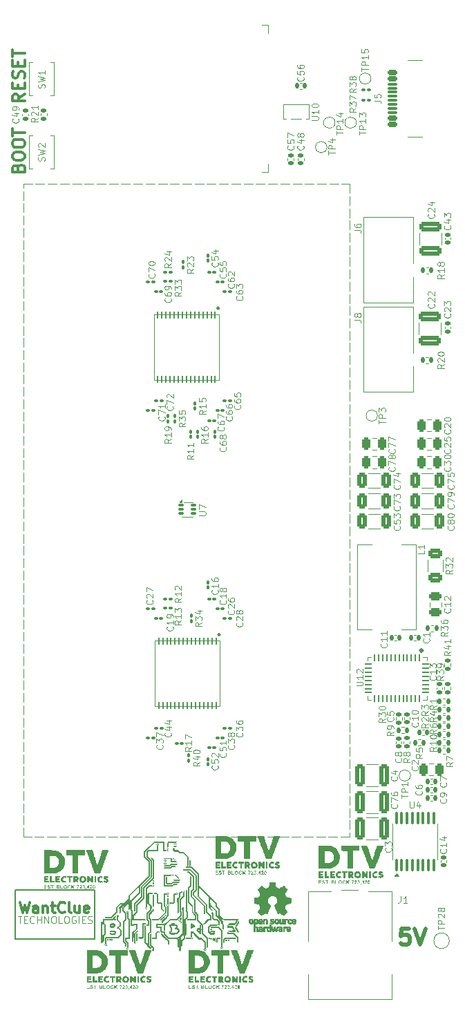
<source format=gbr>
%TF.GenerationSoftware,KiCad,Pcbnew,8.0.4*%
%TF.CreationDate,2024-11-04T19:08:52+01:00*%
%TF.ProjectId,BitForgeNano,42697446-6f72-4676-954e-616e6f2e6b69,rev?*%
%TF.SameCoordinates,Original*%
%TF.FileFunction,Legend,Top*%
%TF.FilePolarity,Positive*%
%FSLAX46Y46*%
G04 Gerber Fmt 4.6, Leading zero omitted, Abs format (unit mm)*
G04 Created by KiCad (PCBNEW 8.0.4) date 2024-11-04 19:08:52*
%MOMM*%
%LPD*%
G01*
G04 APERTURE LIST*
G04 Aperture macros list*
%AMRoundRect*
0 Rectangle with rounded corners*
0 $1 Rounding radius*
0 $2 $3 $4 $5 $6 $7 $8 $9 X,Y pos of 4 corners*
0 Add a 4 corners polygon primitive as box body*
4,1,4,$2,$3,$4,$5,$6,$7,$8,$9,$2,$3,0*
0 Add four circle primitives for the rounded corners*
1,1,$1+$1,$2,$3*
1,1,$1+$1,$4,$5*
1,1,$1+$1,$6,$7*
1,1,$1+$1,$8,$9*
0 Add four rect primitives between the rounded corners*
20,1,$1+$1,$2,$3,$4,$5,0*
20,1,$1+$1,$4,$5,$6,$7,0*
20,1,$1+$1,$6,$7,$8,$9,0*
20,1,$1+$1,$8,$9,$2,$3,0*%
G04 Aperture macros list end*
%ADD10C,0.000000*%
%ADD11C,0.200000*%
%ADD12C,0.100000*%
%ADD13C,0.300000*%
%ADD14C,0.125000*%
%ADD15C,0.500000*%
%ADD16C,0.120000*%
%ADD17C,0.050000*%
%ADD18C,0.227485*%
%ADD19RoundRect,0.140000X-0.170000X0.140000X-0.170000X-0.140000X0.170000X-0.140000X0.170000X0.140000X0*%
%ADD20RoundRect,0.100000X-0.100000X0.637500X-0.100000X-0.637500X0.100000X-0.637500X0.100000X0.637500X0*%
%ADD21C,3.200000*%
%ADD22RoundRect,0.140000X-0.140000X-0.170000X0.140000X-0.170000X0.140000X0.170000X-0.140000X0.170000X0*%
%ADD23C,3.400000*%
%ADD24RoundRect,0.100000X-0.100000X0.130000X-0.100000X-0.130000X0.100000X-0.130000X0.100000X0.130000X0*%
%ADD25RoundRect,0.100000X-0.130000X-0.100000X0.130000X-0.100000X0.130000X0.100000X-0.130000X0.100000X0*%
%ADD26RoundRect,0.100000X0.130000X0.100000X-0.130000X0.100000X-0.130000X-0.100000X0.130000X-0.100000X0*%
%ADD27RoundRect,0.135000X0.135000X0.185000X-0.135000X0.185000X-0.135000X-0.185000X0.135000X-0.185000X0*%
%ADD28C,0.650000*%
%ADD29RoundRect,0.150000X0.425000X-0.150000X0.425000X0.150000X-0.425000X0.150000X-0.425000X-0.150000X0*%
%ADD30RoundRect,0.075000X0.500000X-0.075000X0.500000X0.075000X-0.500000X0.075000X-0.500000X-0.075000X0*%
%ADD31O,2.100000X1.000000*%
%ADD32O,1.800000X1.000000*%
%ADD33RoundRect,0.135000X0.185000X-0.135000X0.185000X0.135000X-0.185000X0.135000X-0.185000X-0.135000X0*%
%ADD34RoundRect,0.250000X0.250000X0.475000X-0.250000X0.475000X-0.250000X-0.475000X0.250000X-0.475000X0*%
%ADD35C,1.600000*%
%ADD36R,4.000000X2.000000*%
%ADD37O,2.000000X3.500000*%
%ADD38O,3.300000X2.000000*%
%ADD39C,1.295400*%
%ADD40C,1.574800*%
%ADD41RoundRect,0.250000X-0.325000X-0.650000X0.325000X-0.650000X0.325000X0.650000X-0.325000X0.650000X0*%
%ADD42RoundRect,0.135000X-0.185000X0.135000X-0.185000X-0.135000X0.185000X-0.135000X0.185000X0.135000X0*%
%ADD43RoundRect,0.135000X-0.135000X-0.185000X0.135000X-0.185000X0.135000X0.185000X-0.135000X0.185000X0*%
%ADD44R,1.524000X0.508000*%
%ADD45RoundRect,0.085000X-0.265000X-0.085000X0.265000X-0.085000X0.265000X0.085000X-0.265000X0.085000X0*%
%ADD46RoundRect,0.062500X-0.062500X0.337500X-0.062500X-0.337500X0.062500X-0.337500X0.062500X0.337500X0*%
%ADD47RoundRect,0.062500X-0.337500X0.062500X-0.337500X-0.062500X0.337500X-0.062500X0.337500X0.062500X0*%
%ADD48C,0.400000*%
%ADD49R,5.300000X3.300000*%
%ADD50C,1.000000*%
%ADD51R,0.558800X0.952500*%
%ADD52RoundRect,0.140000X0.170000X-0.140000X0.170000X0.140000X-0.170000X0.140000X-0.170000X-0.140000X0*%
%ADD53RoundRect,0.250000X-0.250000X-0.475000X0.250000X-0.475000X0.250000X0.475000X-0.250000X0.475000X0*%
%ADD54RoundRect,0.250000X-0.475000X0.250000X-0.475000X-0.250000X0.475000X-0.250000X0.475000X0.250000X0*%
%ADD55RoundRect,0.250000X0.325000X1.100000X-0.325000X1.100000X-0.325000X-1.100000X0.325000X-1.100000X0*%
%ADD56R,0.900000X1.500000*%
%ADD57R,1.500000X0.900000*%
%ADD58R,0.900000X0.900000*%
%ADD59C,1.500000*%
%ADD60R,3.050000X2.000000*%
%ADD61RoundRect,0.250000X0.325000X0.650000X-0.325000X0.650000X-0.325000X-0.650000X0.325000X-0.650000X0*%
%ADD62RoundRect,0.250000X1.100000X-0.325000X1.100000X0.325000X-1.100000X0.325000X-1.100000X-0.325000X0*%
%ADD63RoundRect,0.140000X0.140000X0.170000X-0.140000X0.170000X-0.140000X-0.170000X0.140000X-0.170000X0*%
%ADD64RoundRect,0.055250X-0.055250X0.340750X-0.055250X-0.340750X0.055250X-0.340750X0.055250X0.340750X0*%
%ADD65RoundRect,0.250000X-0.625000X0.312500X-0.625000X-0.312500X0.625000X-0.312500X0.625000X0.312500X0*%
G04 APERTURE END LIST*
D10*
G36*
X68589358Y-159401975D02*
G01*
X68889395Y-159401975D01*
X69135722Y-159652005D01*
X69383900Y-159902036D01*
X69370937Y-160302086D01*
X69366219Y-160428228D01*
X69362116Y-160530625D01*
X69359117Y-160611954D01*
X69358185Y-160645555D01*
X69357712Y-160674892D01*
X69357761Y-160700301D01*
X69358391Y-160722117D01*
X69359665Y-160740673D01*
X69360563Y-160748834D01*
X69361644Y-160756305D01*
X69362916Y-160763129D01*
X69364388Y-160769347D01*
X69366066Y-160775001D01*
X69367959Y-160780133D01*
X69370074Y-160784785D01*
X69372418Y-160788999D01*
X69375000Y-160792816D01*
X69377827Y-160796278D01*
X69382109Y-160801358D01*
X69385934Y-160806521D01*
X69389313Y-160811763D01*
X69392257Y-160817077D01*
X69394776Y-160822458D01*
X69396882Y-160827898D01*
X69398586Y-160833393D01*
X69399898Y-160838937D01*
X69400830Y-160844523D01*
X69401392Y-160850145D01*
X69401595Y-160855797D01*
X69401451Y-160861474D01*
X69400970Y-160867170D01*
X69400163Y-160872878D01*
X69399041Y-160878592D01*
X69397616Y-160884307D01*
X69395897Y-160890017D01*
X69393896Y-160895715D01*
X69391625Y-160901396D01*
X69389093Y-160907054D01*
X69383292Y-160918275D01*
X69376581Y-160929331D01*
X69369049Y-160940174D01*
X69360782Y-160950756D01*
X69351869Y-160961030D01*
X69342396Y-160970947D01*
X69334411Y-160973840D01*
X69326509Y-160976174D01*
X69318647Y-160977970D01*
X69310785Y-160979252D01*
X69302883Y-160980044D01*
X69294899Y-160980368D01*
X69286792Y-160980249D01*
X69278522Y-160979708D01*
X69270047Y-160978770D01*
X69261327Y-160977457D01*
X69252321Y-160975794D01*
X69242987Y-160973802D01*
X69223175Y-160968928D01*
X69201563Y-160963021D01*
X69191043Y-160952435D01*
X69181088Y-160941536D01*
X69171809Y-160930360D01*
X69163318Y-160918941D01*
X69155726Y-160907317D01*
X69149145Y-160895521D01*
X69146269Y-160889569D01*
X69143687Y-160883589D01*
X69141414Y-160877583D01*
X69139463Y-160871556D01*
X69137849Y-160865513D01*
X69136585Y-160859459D01*
X69135685Y-160853397D01*
X69135163Y-160847331D01*
X69135148Y-160846599D01*
X69174615Y-160846599D01*
X69174790Y-160849281D01*
X69175304Y-160852107D01*
X69176142Y-160855063D01*
X69177287Y-160858134D01*
X69178725Y-160861303D01*
X69180438Y-160864557D01*
X69184631Y-160871258D01*
X69189740Y-160878115D01*
X69195640Y-160885008D01*
X69202203Y-160891817D01*
X69209305Y-160898420D01*
X69216819Y-160904699D01*
X69224620Y-160910530D01*
X69232581Y-160915796D01*
X69240577Y-160920374D01*
X69248481Y-160924145D01*
X69252360Y-160925690D01*
X69256168Y-160926987D01*
X69259891Y-160928023D01*
X69263512Y-160928781D01*
X69267016Y-160929247D01*
X69270387Y-160929406D01*
X69273753Y-160929341D01*
X69277244Y-160929147D01*
X69284538Y-160928385D01*
X69292147Y-160927146D01*
X69299951Y-160925456D01*
X69307827Y-160923339D01*
X69315655Y-160920821D01*
X69323314Y-160917927D01*
X69330681Y-160914682D01*
X69334218Y-160912936D01*
X69337636Y-160911111D01*
X69340921Y-160909212D01*
X69344058Y-160907241D01*
X69347031Y-160905200D01*
X69349824Y-160903095D01*
X69352424Y-160900926D01*
X69354814Y-160898699D01*
X69356980Y-160896415D01*
X69358907Y-160894078D01*
X69360578Y-160891692D01*
X69361980Y-160889258D01*
X69363096Y-160886782D01*
X69363913Y-160884264D01*
X69364414Y-160881710D01*
X69364584Y-160879121D01*
X69364267Y-160873558D01*
X69363288Y-160864528D01*
X69361607Y-160853098D01*
X69360491Y-160846818D01*
X69359185Y-160840339D01*
X69357684Y-160833795D01*
X69355982Y-160827319D01*
X69354075Y-160821046D01*
X69351957Y-160815108D01*
X69349625Y-160809640D01*
X69347071Y-160804775D01*
X69345711Y-160802610D01*
X69344293Y-160800646D01*
X69342818Y-160798900D01*
X69341284Y-160797388D01*
X69338321Y-160794157D01*
X69335017Y-160790750D01*
X69331413Y-160787220D01*
X69327553Y-160783619D01*
X69323479Y-160780002D01*
X69319234Y-160776421D01*
X69314861Y-160772929D01*
X69310401Y-160769579D01*
X69305898Y-160766425D01*
X69301394Y-160763519D01*
X69296932Y-160760915D01*
X69292555Y-160758665D01*
X69288304Y-160756822D01*
X69286240Y-160756070D01*
X69284223Y-160755441D01*
X69282259Y-160754939D01*
X69280354Y-160754573D01*
X69278513Y-160754348D01*
X69276740Y-160754272D01*
X69273351Y-160754458D01*
X69269794Y-160755003D01*
X69266087Y-160755890D01*
X69262249Y-160757099D01*
X69258296Y-160758613D01*
X69254248Y-160760411D01*
X69250122Y-160762477D01*
X69245937Y-160764791D01*
X69237461Y-160770090D01*
X69228963Y-160776159D01*
X69220588Y-160782851D01*
X69212481Y-160790017D01*
X69204787Y-160797509D01*
X69197650Y-160805178D01*
X69191214Y-160812875D01*
X69185624Y-160820453D01*
X69181025Y-160827763D01*
X69179141Y-160831270D01*
X69177560Y-160834656D01*
X69176299Y-160837900D01*
X69175376Y-160840984D01*
X69174809Y-160843890D01*
X69174615Y-160846599D01*
X69135148Y-160846599D01*
X69135034Y-160841268D01*
X69135311Y-160835210D01*
X69136008Y-160829162D01*
X69137139Y-160823129D01*
X69138718Y-160817115D01*
X69140759Y-160811125D01*
X69143275Y-160805162D01*
X69146282Y-160799232D01*
X69149792Y-160793339D01*
X69153820Y-160787487D01*
X69158379Y-160781681D01*
X69163485Y-160775924D01*
X69170227Y-160767984D01*
X69175925Y-160759181D01*
X69180664Y-160749125D01*
X69184526Y-160737424D01*
X69187596Y-160723686D01*
X69189958Y-160707519D01*
X69192895Y-160666336D01*
X69194009Y-160610741D01*
X69193972Y-160537602D01*
X69193136Y-160326163D01*
X69193136Y-159966859D01*
X68813459Y-159587183D01*
X68535647Y-159587183D01*
X68128188Y-159179724D01*
X67968996Y-159021515D01*
X67898635Y-158952319D01*
X67836717Y-158891957D01*
X67784956Y-158842099D01*
X67745067Y-158804417D01*
X67718766Y-158780582D01*
X67711246Y-158774380D01*
X67707765Y-158772266D01*
X67706908Y-158772600D01*
X67706073Y-158773590D01*
X67704470Y-158777472D01*
X67702959Y-158783779D01*
X67701543Y-158792379D01*
X67699008Y-158815924D01*
X67696884Y-158847044D01*
X67695195Y-158884675D01*
X67693961Y-158927754D01*
X67693205Y-158975217D01*
X67692948Y-159026001D01*
X67692769Y-159168192D01*
X67693132Y-159226244D01*
X67693598Y-159252045D01*
X67694319Y-159275708D01*
X67695344Y-159297245D01*
X67696722Y-159316664D01*
X67698501Y-159333977D01*
X67700731Y-159349193D01*
X67703461Y-159362321D01*
X67706739Y-159373374D01*
X67708599Y-159378124D01*
X67710614Y-159382359D01*
X67712792Y-159386080D01*
X67715136Y-159389288D01*
X67718941Y-159393566D01*
X67722373Y-159397726D01*
X67725441Y-159401776D01*
X67728152Y-159405724D01*
X67730514Y-159409578D01*
X67732535Y-159413346D01*
X67734222Y-159417038D01*
X67735584Y-159420660D01*
X67736629Y-159424221D01*
X67737364Y-159427730D01*
X67737796Y-159431195D01*
X67737935Y-159434624D01*
X67737787Y-159438026D01*
X67737361Y-159441408D01*
X67736664Y-159444778D01*
X67735704Y-159448146D01*
X67734489Y-159451520D01*
X67733027Y-159454907D01*
X67731326Y-159458316D01*
X67729393Y-159461755D01*
X67727236Y-159465233D01*
X67724863Y-159468758D01*
X67719502Y-159475980D01*
X67713371Y-159483489D01*
X67706532Y-159491351D01*
X67690985Y-159508395D01*
X67686459Y-159510631D01*
X67682247Y-159512843D01*
X67678331Y-159515028D01*
X67674692Y-159517184D01*
X67671312Y-159519307D01*
X67668172Y-159521395D01*
X67665254Y-159523445D01*
X67662538Y-159525453D01*
X67657642Y-159529335D01*
X67653334Y-159533018D01*
X67645890Y-159539695D01*
X67642456Y-159542642D01*
X67639016Y-159545299D01*
X67637247Y-159546510D01*
X67635421Y-159547641D01*
X67633519Y-159548686D01*
X67631522Y-159549645D01*
X67629413Y-159550514D01*
X67627172Y-159551289D01*
X67624781Y-159551969D01*
X67622221Y-159552549D01*
X67619473Y-159553029D01*
X67616520Y-159553403D01*
X67613342Y-159553671D01*
X67609921Y-159553827D01*
X67600260Y-159549915D01*
X67588044Y-159546492D01*
X67573412Y-159543525D01*
X67556508Y-159540981D01*
X67516449Y-159537034D01*
X67469004Y-159534389D01*
X67415308Y-159532786D01*
X67356497Y-159531965D01*
X67228076Y-159531620D01*
X67183565Y-159531435D01*
X67143636Y-159530832D01*
X67108054Y-159529740D01*
X67091819Y-159528989D01*
X67076581Y-159528090D01*
X67062313Y-159527033D01*
X67048983Y-159525810D01*
X67036563Y-159524412D01*
X67025023Y-159522830D01*
X67014334Y-159521056D01*
X67004465Y-159519080D01*
X66995388Y-159516894D01*
X66987074Y-159514488D01*
X66979491Y-159511855D01*
X66972612Y-159508985D01*
X66966406Y-159505870D01*
X66960844Y-159502500D01*
X66955897Y-159498868D01*
X66951534Y-159494963D01*
X66947727Y-159490777D01*
X66944447Y-159486302D01*
X66941662Y-159481528D01*
X66939345Y-159476447D01*
X66937465Y-159471050D01*
X66935993Y-159465328D01*
X66934899Y-159459273D01*
X66934155Y-159452875D01*
X66933730Y-159446125D01*
X66933594Y-159439016D01*
X66934319Y-159425184D01*
X66936608Y-159412811D01*
X66937000Y-159411742D01*
X67519802Y-159411742D01*
X67519878Y-159418569D01*
X67520373Y-159425405D01*
X67521292Y-159432211D01*
X67522637Y-159438953D01*
X67524414Y-159445591D01*
X67526627Y-159452090D01*
X67529279Y-159458412D01*
X67532374Y-159464521D01*
X67535917Y-159470379D01*
X67539912Y-159475950D01*
X67544362Y-159481196D01*
X67549272Y-159486080D01*
X67554646Y-159490565D01*
X67560488Y-159494615D01*
X67566503Y-159498050D01*
X67572716Y-159500733D01*
X67579094Y-159502696D01*
X67585601Y-159503970D01*
X67592201Y-159504584D01*
X67598861Y-159504569D01*
X67605545Y-159503956D01*
X67612219Y-159502776D01*
X67618846Y-159501058D01*
X67625393Y-159498834D01*
X67631824Y-159496133D01*
X67638104Y-159492987D01*
X67644199Y-159489426D01*
X67650073Y-159485480D01*
X67655691Y-159481181D01*
X67661019Y-159476557D01*
X67666021Y-159471641D01*
X67670662Y-159466462D01*
X67674909Y-159461051D01*
X67678724Y-159455439D01*
X67682075Y-159449656D01*
X67684924Y-159443733D01*
X67687239Y-159437699D01*
X67688983Y-159431587D01*
X67690122Y-159425425D01*
X67690620Y-159419245D01*
X67690443Y-159413077D01*
X67689556Y-159406953D01*
X67687924Y-159400901D01*
X67685512Y-159394953D01*
X67682284Y-159389140D01*
X67678206Y-159383491D01*
X67675232Y-159380476D01*
X67671259Y-159377044D01*
X67666421Y-159373280D01*
X67660852Y-159369267D01*
X67654684Y-159365090D01*
X67648051Y-159360834D01*
X67641086Y-159356583D01*
X67633923Y-159352422D01*
X67626695Y-159348434D01*
X67619535Y-159344703D01*
X67612576Y-159341316D01*
X67605953Y-159338355D01*
X67599797Y-159335905D01*
X67594243Y-159334051D01*
X67589424Y-159332876D01*
X67587331Y-159332570D01*
X67585473Y-159332466D01*
X67578699Y-159332815D01*
X67572271Y-159333839D01*
X67566194Y-159335501D01*
X67560470Y-159337762D01*
X67555105Y-159340587D01*
X67550102Y-159343938D01*
X67545465Y-159347779D01*
X67541199Y-159352072D01*
X67537307Y-159356780D01*
X67533794Y-159361867D01*
X67530663Y-159367295D01*
X67527919Y-159373028D01*
X67525566Y-159379027D01*
X67523607Y-159385258D01*
X67522047Y-159391681D01*
X67520891Y-159398261D01*
X67520141Y-159404960D01*
X67519802Y-159411742D01*
X66937000Y-159411742D01*
X66940635Y-159401826D01*
X66943354Y-159396831D01*
X66946573Y-159392157D01*
X66950313Y-159387794D01*
X66954595Y-159383734D01*
X66964876Y-159376485D01*
X66977587Y-159370338D01*
X66992903Y-159365224D01*
X67010996Y-159361071D01*
X67032041Y-159357806D01*
X67056209Y-159355360D01*
X67083676Y-159353662D01*
X67114613Y-159352639D01*
X67149195Y-159352220D01*
X67229984Y-159352913D01*
X67332321Y-159354339D01*
X67372541Y-159353663D01*
X67406220Y-159351269D01*
X67420785Y-159349241D01*
X67433930Y-159346562D01*
X67445724Y-159343156D01*
X67456239Y-159338949D01*
X67465547Y-159333867D01*
X67473719Y-159327836D01*
X67480826Y-159320781D01*
X67486939Y-159312628D01*
X67492130Y-159303303D01*
X67496469Y-159292732D01*
X67500029Y-159280841D01*
X67502880Y-159267554D01*
X67506740Y-159236500D01*
X67508620Y-159198975D01*
X67509090Y-159154385D01*
X67508720Y-159102138D01*
X67507740Y-158972291D01*
X67507790Y-158921439D01*
X67507965Y-158876276D01*
X67508302Y-158836414D01*
X67508840Y-158801465D01*
X67509617Y-158771042D01*
X67510671Y-158744756D01*
X67511313Y-158733043D01*
X67512039Y-158722219D01*
X67512853Y-158712236D01*
X67513760Y-158703044D01*
X67514764Y-158694596D01*
X67515871Y-158686843D01*
X67517085Y-158679735D01*
X67518412Y-158673226D01*
X67519854Y-158667267D01*
X67521418Y-158661808D01*
X67523109Y-158656801D01*
X67524930Y-158652199D01*
X67526887Y-158647952D01*
X67528984Y-158644011D01*
X67531226Y-158640330D01*
X67533619Y-158636858D01*
X67536166Y-158633547D01*
X67538872Y-158630350D01*
X67541742Y-158627217D01*
X67544782Y-158624099D01*
X67550064Y-158619105D01*
X67555529Y-158614531D01*
X67561227Y-158610365D01*
X67567209Y-158606591D01*
X67573528Y-158603198D01*
X67580235Y-158600170D01*
X67587382Y-158597496D01*
X67595020Y-158595160D01*
X67603200Y-158593150D01*
X67611974Y-158591452D01*
X67621394Y-158590053D01*
X67631511Y-158588938D01*
X67642377Y-158588095D01*
X67654044Y-158587509D01*
X67666562Y-158587168D01*
X67679984Y-158587057D01*
X67778146Y-158587057D01*
X68589358Y-159401975D01*
G37*
G36*
X65590834Y-149754472D02*
G01*
X65594047Y-149754765D01*
X65597263Y-149755297D01*
X65600486Y-149756067D01*
X65603719Y-149757077D01*
X65606966Y-149758325D01*
X65610229Y-149759811D01*
X65613513Y-149761537D01*
X65616821Y-149763501D01*
X65620156Y-149765704D01*
X65623521Y-149768146D01*
X65626921Y-149770826D01*
X65630357Y-149773745D01*
X65633835Y-149776903D01*
X65637356Y-149780300D01*
X65644545Y-149787809D01*
X65648360Y-149792197D01*
X65651820Y-149796671D01*
X65654929Y-149801218D01*
X65657690Y-149805827D01*
X65660107Y-149810487D01*
X65662182Y-149815185D01*
X65663920Y-149819910D01*
X65665323Y-149824649D01*
X65666395Y-149829390D01*
X65667140Y-149834123D01*
X65667560Y-149838834D01*
X65667660Y-149843513D01*
X65667442Y-149848147D01*
X65666910Y-149852724D01*
X65666068Y-149857233D01*
X65664918Y-149861661D01*
X65663464Y-149865998D01*
X65661710Y-149870230D01*
X65659659Y-149874346D01*
X65657314Y-149878334D01*
X65654679Y-149882182D01*
X65651757Y-149885879D01*
X65648552Y-149889413D01*
X65645066Y-149892771D01*
X65641304Y-149895942D01*
X65637268Y-149898913D01*
X65632962Y-149901674D01*
X65628390Y-149904212D01*
X65623555Y-149906516D01*
X65618460Y-149908573D01*
X65613108Y-149910371D01*
X65607504Y-149911899D01*
X65599627Y-149913656D01*
X65591981Y-149914777D01*
X65584580Y-149915289D01*
X65577436Y-149915216D01*
X65570563Y-149914587D01*
X65563976Y-149913425D01*
X65557686Y-149911759D01*
X65551709Y-149909613D01*
X65546057Y-149907014D01*
X65540745Y-149903989D01*
X65535785Y-149900562D01*
X65531191Y-149896761D01*
X65526977Y-149892611D01*
X65523157Y-149888138D01*
X65519744Y-149883369D01*
X65516751Y-149878330D01*
X65514192Y-149873047D01*
X65512081Y-149867545D01*
X65510431Y-149861852D01*
X65509256Y-149855993D01*
X65508569Y-149849994D01*
X65508384Y-149843882D01*
X65508715Y-149837682D01*
X65509574Y-149831420D01*
X65510976Y-149825124D01*
X65512935Y-149818818D01*
X65515463Y-149812529D01*
X65518574Y-149806283D01*
X65522283Y-149800107D01*
X65526601Y-149794026D01*
X65531544Y-149788066D01*
X65537124Y-149782253D01*
X65540744Y-149778726D01*
X65544313Y-149775438D01*
X65547834Y-149772389D01*
X65551312Y-149769578D01*
X65554748Y-149767006D01*
X65558147Y-149764673D01*
X65561513Y-149762579D01*
X65564847Y-149760723D01*
X65568155Y-149759106D01*
X65571439Y-149757728D01*
X65574703Y-149756588D01*
X65577949Y-149755688D01*
X65581182Y-149755026D01*
X65584405Y-149754602D01*
X65587622Y-149754418D01*
X65590834Y-149754472D01*
G37*
G36*
X65962919Y-152217446D02*
G01*
X65997656Y-152217772D01*
X66027900Y-152218369D01*
X66054036Y-152219273D01*
X66065684Y-152219851D01*
X66076450Y-152220519D01*
X66086382Y-152221281D01*
X66095527Y-152222142D01*
X66103935Y-152223106D01*
X66111652Y-152224177D01*
X66118728Y-152225361D01*
X66125211Y-152226660D01*
X66131148Y-152228080D01*
X66136588Y-152229626D01*
X66141580Y-152231301D01*
X66146170Y-152233110D01*
X66150407Y-152235057D01*
X66154341Y-152237147D01*
X66158017Y-152239385D01*
X66161486Y-152241773D01*
X66164794Y-152244318D01*
X66167990Y-152247024D01*
X66171123Y-152249894D01*
X66174240Y-152252933D01*
X66178014Y-152256792D01*
X66181681Y-152260714D01*
X66185224Y-152264673D01*
X66188623Y-152268646D01*
X66191859Y-152272609D01*
X66194914Y-152276536D01*
X66197767Y-152280403D01*
X66200401Y-152284186D01*
X66202797Y-152287861D01*
X66204934Y-152291403D01*
X66206795Y-152294787D01*
X66208360Y-152297990D01*
X66209610Y-152300987D01*
X66210526Y-152303753D01*
X66210854Y-152305042D01*
X66211090Y-152306264D01*
X66211234Y-152307416D01*
X66211283Y-152308495D01*
X66211090Y-152310422D01*
X66210526Y-152312706D01*
X66209610Y-152315316D01*
X66208360Y-152318219D01*
X66206795Y-152321382D01*
X66204934Y-152324773D01*
X66202797Y-152328360D01*
X66200401Y-152332109D01*
X66197767Y-152335989D01*
X66194914Y-152339966D01*
X66191859Y-152344009D01*
X66188623Y-152348084D01*
X66185224Y-152352159D01*
X66181681Y-152356201D01*
X66178014Y-152360178D01*
X66174240Y-152364058D01*
X66167992Y-152369968D01*
X66161497Y-152375221D01*
X66154377Y-152379856D01*
X66146257Y-152383910D01*
X66136758Y-152387421D01*
X66125504Y-152390428D01*
X66112118Y-152392968D01*
X66096222Y-152395080D01*
X66055393Y-152398169D01*
X66000000Y-152400000D01*
X65927028Y-152400875D01*
X65833458Y-152401099D01*
X65771015Y-152400763D01*
X65711046Y-152399797D01*
X65654984Y-152398267D01*
X65604262Y-152396237D01*
X65560311Y-152393774D01*
X65524564Y-152390942D01*
X65510215Y-152389407D01*
X65498454Y-152387805D01*
X65489461Y-152386144D01*
X65483413Y-152384430D01*
X65476170Y-152381319D01*
X65469372Y-152377903D01*
X65463021Y-152374202D01*
X65457119Y-152370236D01*
X65451665Y-152366026D01*
X65446662Y-152361592D01*
X65442109Y-152356955D01*
X65438008Y-152352135D01*
X65434361Y-152347152D01*
X65431168Y-152342026D01*
X65428429Y-152336778D01*
X65426147Y-152331429D01*
X65424322Y-152325998D01*
X65422955Y-152320507D01*
X65422048Y-152314974D01*
X65421600Y-152309421D01*
X65421614Y-152303868D01*
X65422090Y-152298336D01*
X65423029Y-152292844D01*
X65424433Y-152287413D01*
X65426302Y-152282064D01*
X65428637Y-152276816D01*
X65431439Y-152271691D01*
X65434710Y-152266708D01*
X65438450Y-152261887D01*
X65442660Y-152257250D01*
X65447342Y-152252816D01*
X65452497Y-152248606D01*
X65458124Y-152244641D01*
X65464226Y-152240939D01*
X65470804Y-152237523D01*
X65477858Y-152234412D01*
X65483559Y-152232699D01*
X65492215Y-152231037D01*
X65517706Y-152227901D01*
X65552965Y-152225068D01*
X65596622Y-152222605D01*
X65647312Y-152220575D01*
X65703667Y-152219045D01*
X65764319Y-152218079D01*
X65827901Y-152217743D01*
X65878427Y-152217467D01*
X65923305Y-152217356D01*
X65962919Y-152217446D01*
G37*
G36*
X66328970Y-156877399D02*
G01*
X66334447Y-156878915D01*
X66339573Y-156881584D01*
X66344344Y-156885447D01*
X66348755Y-156890543D01*
X66352801Y-156896911D01*
X66356478Y-156904592D01*
X66359781Y-156913625D01*
X66362705Y-156924049D01*
X66365246Y-156935905D01*
X66367399Y-156949231D01*
X66369160Y-156964068D01*
X66370524Y-156980455D01*
X66372041Y-157018037D01*
X66371914Y-157062294D01*
X66370799Y-157103867D01*
X66370072Y-157122477D01*
X66369226Y-157139693D01*
X66368258Y-157155561D01*
X66367164Y-157170124D01*
X66365939Y-157183426D01*
X66364581Y-157195512D01*
X66363084Y-157206425D01*
X66361446Y-157216209D01*
X66359662Y-157224909D01*
X66357729Y-157232568D01*
X66355642Y-157239230D01*
X66353398Y-157244940D01*
X66350993Y-157249742D01*
X66348422Y-157253679D01*
X66345682Y-157256796D01*
X66344248Y-157258060D01*
X66342770Y-157259136D01*
X66341248Y-157260029D01*
X66339681Y-157260744D01*
X66338068Y-157261287D01*
X66336411Y-157261663D01*
X66332956Y-157261939D01*
X66329313Y-157261614D01*
X66325478Y-157260733D01*
X66321446Y-157259339D01*
X66317214Y-157257478D01*
X66312778Y-157255192D01*
X66308135Y-157252526D01*
X66303279Y-157249524D01*
X66292917Y-157242689D01*
X66281661Y-157235037D01*
X66264097Y-157222937D01*
X66240677Y-157206194D01*
X66213928Y-157186081D01*
X66200095Y-157175157D01*
X66186376Y-157163868D01*
X66173089Y-157152372D01*
X66160548Y-157140829D01*
X66149071Y-157129396D01*
X66138972Y-157118233D01*
X66134538Y-157112803D01*
X66130567Y-157107500D01*
X66127099Y-157102344D01*
X66124173Y-157097354D01*
X66121828Y-157092552D01*
X66120104Y-157087955D01*
X66119041Y-157083586D01*
X66118678Y-157079463D01*
X66118799Y-157077820D01*
X66119156Y-157076021D01*
X66120543Y-157071978D01*
X66122773Y-157067379D01*
X66125777Y-157062270D01*
X66129486Y-157056696D01*
X66133834Y-157050703D01*
X66138752Y-157044336D01*
X66144172Y-157037642D01*
X66156246Y-157023453D01*
X66169512Y-157008500D01*
X66197447Y-156977763D01*
X66218081Y-156955163D01*
X66237591Y-156934802D01*
X66255940Y-156916997D01*
X66273091Y-156902064D01*
X66289007Y-156890321D01*
X66296490Y-156885745D01*
X66303650Y-156882085D01*
X66310483Y-156879381D01*
X66316984Y-156877672D01*
X66323148Y-156876998D01*
X66328970Y-156877399D01*
G37*
G36*
X64839420Y-149586143D02*
G01*
X64889814Y-149586446D01*
X64934589Y-149586917D01*
X64974101Y-149587583D01*
X65008705Y-149588472D01*
X65038757Y-149589611D01*
X65064611Y-149591026D01*
X65086624Y-149592745D01*
X65105151Y-149594796D01*
X65113218Y-149595953D01*
X65120547Y-149597204D01*
X65127182Y-149598551D01*
X65133167Y-149599997D01*
X65138548Y-149601547D01*
X65143368Y-149603203D01*
X65147672Y-149604969D01*
X65151504Y-149606848D01*
X65154908Y-149608844D01*
X65157930Y-149610960D01*
X65160614Y-149613200D01*
X65163003Y-149615566D01*
X65166999Y-149620031D01*
X65170658Y-149625152D01*
X65173991Y-149631022D01*
X65177010Y-149637733D01*
X65179724Y-149645378D01*
X65182146Y-149654047D01*
X65184286Y-149663835D01*
X65186154Y-149674833D01*
X65187762Y-149687133D01*
X65189120Y-149700827D01*
X65191131Y-149732768D01*
X65192274Y-149771394D01*
X65192636Y-149817443D01*
X65192636Y-149991539D01*
X65500082Y-149997096D01*
X65549344Y-149998123D01*
X65593182Y-149999150D01*
X65631947Y-150000221D01*
X65665988Y-150001379D01*
X65695656Y-150002666D01*
X65721301Y-150004128D01*
X65732724Y-150004937D01*
X65743273Y-150005806D01*
X65752990Y-150006740D01*
X65761920Y-150007745D01*
X65770107Y-150008826D01*
X65777595Y-150009988D01*
X65784426Y-150011237D01*
X65790646Y-150012578D01*
X65796297Y-150014016D01*
X65801423Y-150015558D01*
X65806069Y-150017209D01*
X65810277Y-150018973D01*
X65814092Y-150020857D01*
X65817558Y-150022865D01*
X65820717Y-150025004D01*
X65823615Y-150027278D01*
X65826294Y-150029694D01*
X65828798Y-150032256D01*
X65831172Y-150034969D01*
X65833458Y-150037841D01*
X65838992Y-150045759D01*
X65843789Y-150052918D01*
X65847847Y-150059426D01*
X65851168Y-150065391D01*
X65852551Y-150068204D01*
X65853750Y-150070922D01*
X65854765Y-150073558D01*
X65855595Y-150076127D01*
X65856241Y-150078642D01*
X65856702Y-150081115D01*
X65856979Y-150083562D01*
X65857071Y-150085995D01*
X65856979Y-150088428D01*
X65856702Y-150090875D01*
X65856241Y-150093349D01*
X65855595Y-150095863D01*
X65854765Y-150098432D01*
X65853750Y-150101069D01*
X65852551Y-150103787D01*
X65851168Y-150106600D01*
X65847847Y-150112565D01*
X65843789Y-150119072D01*
X65838992Y-150126231D01*
X65833458Y-150134149D01*
X65828786Y-150139734D01*
X65823521Y-150144712D01*
X65817240Y-150149125D01*
X65809525Y-150153017D01*
X65799954Y-150156432D01*
X65788106Y-150159413D01*
X65773562Y-150162003D01*
X65755901Y-150164246D01*
X65709545Y-150167863D01*
X65645673Y-150170612D01*
X65451927Y-150174895D01*
X65306004Y-150177312D01*
X65247556Y-150177646D01*
X65197845Y-150176863D01*
X65176045Y-150175927D01*
X65156164Y-150174561D01*
X65138115Y-150172714D01*
X65121808Y-150170338D01*
X65107157Y-150167380D01*
X65094072Y-150163792D01*
X65082466Y-150159523D01*
X65072251Y-150154523D01*
X65063337Y-150148741D01*
X65055638Y-150142128D01*
X65049065Y-150134633D01*
X65043529Y-150126206D01*
X65038943Y-150116797D01*
X65035218Y-150106356D01*
X65032267Y-150094832D01*
X65030000Y-150082175D01*
X65028330Y-150068336D01*
X65027169Y-150053264D01*
X65026021Y-150019219D01*
X65025949Y-149934125D01*
X65025949Y-149752621D01*
X64670349Y-149752621D01*
X64567645Y-149752407D01*
X64524204Y-149752096D01*
X64485603Y-149751608D01*
X64451517Y-149750914D01*
X64421620Y-149749983D01*
X64395586Y-149748787D01*
X64373089Y-149747296D01*
X64353805Y-149745478D01*
X64345266Y-149744438D01*
X64337408Y-149743306D01*
X64330190Y-149742077D01*
X64323571Y-149740748D01*
X64317512Y-149739315D01*
X64311971Y-149737775D01*
X64306907Y-149736123D01*
X64302280Y-149734357D01*
X64298049Y-149732472D01*
X64294173Y-149730464D01*
X64290613Y-149728330D01*
X64287326Y-149726067D01*
X64284272Y-149723669D01*
X64281411Y-149721135D01*
X64274228Y-149714252D01*
X64270979Y-149710854D01*
X64267958Y-149707483D01*
X64265167Y-149704136D01*
X64262606Y-149700812D01*
X64260275Y-149697508D01*
X64258173Y-149694222D01*
X64256303Y-149690952D01*
X64254663Y-149687697D01*
X64253255Y-149684454D01*
X64252078Y-149681221D01*
X64251133Y-149677996D01*
X64250421Y-149674777D01*
X64249941Y-149671563D01*
X64249694Y-149668350D01*
X64249681Y-149665138D01*
X64249901Y-149661923D01*
X64250355Y-149658705D01*
X64251044Y-149655480D01*
X64251967Y-149652247D01*
X64253125Y-149649004D01*
X64254518Y-149645748D01*
X64256148Y-149642479D01*
X64258013Y-149639193D01*
X64260115Y-149635889D01*
X64262453Y-149632565D01*
X64265028Y-149629218D01*
X64267841Y-149625846D01*
X64270892Y-149622449D01*
X64274180Y-149619023D01*
X64277707Y-149615566D01*
X64282780Y-149610960D01*
X64289207Y-149606848D01*
X64297342Y-149603203D01*
X64307543Y-149599997D01*
X64320163Y-149597204D01*
X64335559Y-149594796D01*
X64376099Y-149591026D01*
X64432005Y-149588472D01*
X64506121Y-149586917D01*
X64720355Y-149585933D01*
X64839420Y-149586143D01*
G37*
G36*
X73382317Y-157366304D02*
G01*
X73386264Y-157366616D01*
X73390201Y-157367118D01*
X73394123Y-157367811D01*
X73398027Y-157368695D01*
X73401908Y-157369770D01*
X73405762Y-157371036D01*
X73409583Y-157372495D01*
X73413368Y-157374146D01*
X73417113Y-157375989D01*
X73420812Y-157378026D01*
X73424462Y-157380256D01*
X73428058Y-157382679D01*
X73431596Y-157385297D01*
X73435071Y-157388108D01*
X73438479Y-157391115D01*
X73441815Y-157394316D01*
X73448327Y-157401328D01*
X73451258Y-157404884D01*
X73453973Y-157408475D01*
X73456472Y-157412101D01*
X73458757Y-157415763D01*
X73460826Y-157419461D01*
X73462680Y-157423197D01*
X73464320Y-157426971D01*
X73465746Y-157430784D01*
X73466959Y-157434636D01*
X73467958Y-157438528D01*
X73468744Y-157442460D01*
X73469318Y-157446434D01*
X73469679Y-157450450D01*
X73469828Y-157454509D01*
X73469766Y-157458611D01*
X73469492Y-157462757D01*
X73469008Y-157466948D01*
X73468312Y-157471185D01*
X73467407Y-157475467D01*
X73466292Y-157479797D01*
X73463432Y-157488599D01*
X73459738Y-157497596D01*
X73455210Y-157506794D01*
X73449852Y-157516198D01*
X73443667Y-157525814D01*
X73434497Y-157539404D01*
X73419967Y-157562653D01*
X73377687Y-157633003D01*
X73260311Y-157833259D01*
X73106588Y-158099960D01*
X73262163Y-158370363D01*
X73284052Y-158408043D01*
X73303925Y-158442693D01*
X73321851Y-158474450D01*
X73337896Y-158503453D01*
X73352129Y-158529842D01*
X73364617Y-158553753D01*
X73375429Y-158575325D01*
X73384632Y-158594698D01*
X73392294Y-158612008D01*
X73398483Y-158627395D01*
X73403267Y-158640996D01*
X73406713Y-158652951D01*
X73407955Y-158658354D01*
X73408889Y-158663397D01*
X73409522Y-158668098D01*
X73409863Y-158672474D01*
X73409921Y-158676541D01*
X73409704Y-158680318D01*
X73409220Y-158683822D01*
X73408478Y-158687069D01*
X73407139Y-158692012D01*
X73405559Y-158696767D01*
X73403747Y-158701331D01*
X73401710Y-158705702D01*
X73399457Y-158709877D01*
X73396998Y-158713851D01*
X73394339Y-158717623D01*
X73391491Y-158721188D01*
X73388460Y-158724545D01*
X73385257Y-158727690D01*
X73381888Y-158730620D01*
X73378363Y-158733332D01*
X73374691Y-158735823D01*
X73370879Y-158738089D01*
X73366936Y-158740129D01*
X73362870Y-158741938D01*
X73358691Y-158743514D01*
X73354406Y-158744853D01*
X73350024Y-158745953D01*
X73345554Y-158746811D01*
X73341004Y-158747423D01*
X73336382Y-158747786D01*
X73331697Y-158747898D01*
X73326957Y-158747755D01*
X73322172Y-158747354D01*
X73317348Y-158746693D01*
X73312496Y-158745768D01*
X73307623Y-158744576D01*
X73302737Y-158743114D01*
X73297848Y-158741378D01*
X73292964Y-158739367D01*
X73288093Y-158737077D01*
X73277197Y-158726767D01*
X73260398Y-158705215D01*
X73212736Y-158634633D01*
X73152398Y-158537833D01*
X73086678Y-158427315D01*
X73022868Y-158315583D01*
X72968261Y-158215136D01*
X72930148Y-158138478D01*
X72919557Y-158112975D01*
X72915824Y-158098108D01*
X72919931Y-158084383D01*
X72931581Y-158058281D01*
X72973470Y-157976044D01*
X73033417Y-157865592D01*
X73103347Y-157741119D01*
X73175188Y-157616819D01*
X73240864Y-157506888D01*
X73292303Y-157425519D01*
X73310160Y-157399982D01*
X73321430Y-157386908D01*
X73324934Y-157384222D01*
X73328500Y-157381721D01*
X73332121Y-157379405D01*
X73335794Y-157377275D01*
X73339515Y-157375331D01*
X73343279Y-157373572D01*
X73347082Y-157372001D01*
X73350919Y-157370616D01*
X73354785Y-157369418D01*
X73358677Y-157368408D01*
X73362591Y-157367585D01*
X73366520Y-157366951D01*
X73370462Y-157366506D01*
X73374412Y-157366249D01*
X73378365Y-157366181D01*
X73382317Y-157366304D01*
G37*
G36*
X64391092Y-149801899D02*
G01*
X64398361Y-149802453D01*
X64405526Y-149803364D01*
X64412576Y-149804625D01*
X64419502Y-149806225D01*
X64426297Y-149808156D01*
X64432950Y-149810409D01*
X64439453Y-149812975D01*
X64445796Y-149815845D01*
X64451971Y-149819009D01*
X64457969Y-149822459D01*
X64463780Y-149826186D01*
X64469395Y-149830180D01*
X64474806Y-149834434D01*
X64480004Y-149838936D01*
X64484979Y-149843680D01*
X64489722Y-149848655D01*
X64494225Y-149853852D01*
X64498479Y-149859264D01*
X64502473Y-149864879D01*
X64506200Y-149870690D01*
X64509650Y-149876688D01*
X64512814Y-149882863D01*
X64515684Y-149889206D01*
X64518250Y-149895709D01*
X64520503Y-149902362D01*
X64522434Y-149909157D01*
X64524034Y-149916083D01*
X64525295Y-149923133D01*
X64526206Y-149930298D01*
X64526759Y-149937567D01*
X64526946Y-149944933D01*
X64526759Y-149952297D01*
X64526206Y-149959564D01*
X64525295Y-149966727D01*
X64524034Y-149973775D01*
X64522434Y-149980701D01*
X64520503Y-149987494D01*
X64518250Y-149994146D01*
X64515684Y-150000647D01*
X64512814Y-150006990D01*
X64509650Y-150013164D01*
X64506200Y-150019160D01*
X64502473Y-150024971D01*
X64498479Y-150030586D01*
X64494225Y-150035996D01*
X64489722Y-150041193D01*
X64484979Y-150046168D01*
X64480004Y-150050911D01*
X64474806Y-150055413D01*
X64469395Y-150059666D01*
X64463780Y-150063660D01*
X64457969Y-150067387D01*
X64451971Y-150070837D01*
X64445796Y-150074001D01*
X64439453Y-150076870D01*
X64432950Y-150079436D01*
X64426297Y-150081689D01*
X64419502Y-150083620D01*
X64412576Y-150085220D01*
X64405526Y-150086481D01*
X64398361Y-150087392D01*
X64391092Y-150087946D01*
X64383726Y-150088132D01*
X64376361Y-150087946D01*
X64369091Y-150087392D01*
X64361927Y-150086481D01*
X64354877Y-150085220D01*
X64347950Y-150083620D01*
X64341156Y-150081689D01*
X64334503Y-150079436D01*
X64328000Y-150076870D01*
X64321657Y-150074001D01*
X64315482Y-150070837D01*
X64309484Y-150067387D01*
X64303673Y-150063660D01*
X64298058Y-150059666D01*
X64292646Y-150055413D01*
X64287449Y-150050911D01*
X64282474Y-150046168D01*
X64277730Y-150041193D01*
X64273228Y-150035996D01*
X64268974Y-150030586D01*
X64264980Y-150024971D01*
X64261253Y-150019160D01*
X64257803Y-150013164D01*
X64254638Y-150006990D01*
X64251769Y-150000647D01*
X64249203Y-149994146D01*
X64246950Y-149987494D01*
X64245019Y-149980701D01*
X64243419Y-149973775D01*
X64242158Y-149966727D01*
X64241247Y-149959564D01*
X64240693Y-149952297D01*
X64240507Y-149944933D01*
X64312127Y-149944933D01*
X64312220Y-149948614D01*
X64312496Y-149952247D01*
X64312952Y-149955827D01*
X64313582Y-149959351D01*
X64314382Y-149962813D01*
X64315347Y-149966210D01*
X64316473Y-149969535D01*
X64317756Y-149972786D01*
X64319190Y-149975957D01*
X64320772Y-149979044D01*
X64322497Y-149982042D01*
X64324360Y-149984947D01*
X64326357Y-149987755D01*
X64328483Y-149990460D01*
X64330734Y-149993059D01*
X64333105Y-149995546D01*
X64335592Y-149997918D01*
X64338190Y-150000170D01*
X64340896Y-150002296D01*
X64343703Y-150004294D01*
X64346608Y-150006158D01*
X64349606Y-150007883D01*
X64352693Y-150009465D01*
X64355865Y-150010900D01*
X64359116Y-150012183D01*
X64362442Y-150013310D01*
X64365839Y-150014276D01*
X64369302Y-150015076D01*
X64372827Y-150015707D01*
X64376409Y-150016162D01*
X64380043Y-150016439D01*
X64383726Y-150016533D01*
X64387409Y-150016439D01*
X64391044Y-150016162D01*
X64394626Y-150015707D01*
X64398151Y-150015076D01*
X64401615Y-150014276D01*
X64405012Y-150013310D01*
X64408339Y-150012183D01*
X64411591Y-150010900D01*
X64414763Y-150009465D01*
X64417851Y-150007883D01*
X64420850Y-150006158D01*
X64423757Y-150004294D01*
X64426565Y-150002296D01*
X64429271Y-150000170D01*
X64431870Y-149997918D01*
X64434358Y-149995546D01*
X64436731Y-149993059D01*
X64438983Y-149990460D01*
X64441110Y-149987755D01*
X64443107Y-149984947D01*
X64444971Y-149982042D01*
X64446697Y-149979044D01*
X64448280Y-149975957D01*
X64449715Y-149972786D01*
X64450998Y-149969535D01*
X64452125Y-149966210D01*
X64453091Y-149962813D01*
X64453891Y-149959351D01*
X64454522Y-149955827D01*
X64454977Y-149952247D01*
X64455254Y-149948614D01*
X64455348Y-149944933D01*
X64455254Y-149941250D01*
X64454977Y-149937615D01*
X64454522Y-149934033D01*
X64453891Y-149930508D01*
X64453091Y-149927044D01*
X64452125Y-149923647D01*
X64450998Y-149920320D01*
X64449715Y-149917068D01*
X64448280Y-149913896D01*
X64446697Y-149910808D01*
X64444971Y-149907809D01*
X64443107Y-149904903D01*
X64441110Y-149902094D01*
X64438983Y-149899388D01*
X64436731Y-149896789D01*
X64434358Y-149894301D01*
X64431870Y-149891929D01*
X64429271Y-149889677D01*
X64426565Y-149887550D01*
X64423757Y-149885552D01*
X64420850Y-149883688D01*
X64417851Y-149881963D01*
X64414763Y-149880380D01*
X64411591Y-149878945D01*
X64408339Y-149877662D01*
X64405012Y-149876535D01*
X64401615Y-149875569D01*
X64398151Y-149874769D01*
X64394626Y-149874138D01*
X64391044Y-149873683D01*
X64387409Y-149873406D01*
X64383726Y-149873312D01*
X64380043Y-149873406D01*
X64376409Y-149873683D01*
X64372827Y-149874138D01*
X64369302Y-149874769D01*
X64365839Y-149875569D01*
X64362442Y-149876535D01*
X64359116Y-149877662D01*
X64355865Y-149878945D01*
X64352693Y-149880380D01*
X64349606Y-149881963D01*
X64346608Y-149883688D01*
X64343703Y-149885552D01*
X64340896Y-149887550D01*
X64338190Y-149889677D01*
X64335592Y-149891929D01*
X64333105Y-149894301D01*
X64330734Y-149896789D01*
X64328483Y-149899388D01*
X64326357Y-149902094D01*
X64324360Y-149904903D01*
X64322497Y-149907809D01*
X64320772Y-149910808D01*
X64319190Y-149913896D01*
X64317756Y-149917068D01*
X64316473Y-149920320D01*
X64315347Y-149923647D01*
X64314382Y-149927044D01*
X64313582Y-149930508D01*
X64312952Y-149934033D01*
X64312496Y-149937615D01*
X64312220Y-149941250D01*
X64312127Y-149944933D01*
X64240507Y-149944933D01*
X64240693Y-149937567D01*
X64241247Y-149930298D01*
X64242158Y-149923133D01*
X64243419Y-149916083D01*
X64245019Y-149909157D01*
X64246950Y-149902362D01*
X64249203Y-149895709D01*
X64251769Y-149889206D01*
X64254638Y-149882863D01*
X64257803Y-149876688D01*
X64261253Y-149870690D01*
X64264980Y-149864879D01*
X64268974Y-149859264D01*
X64273228Y-149853852D01*
X64277730Y-149848655D01*
X64282474Y-149843680D01*
X64287449Y-149838936D01*
X64292646Y-149834434D01*
X64298058Y-149830180D01*
X64303673Y-149826186D01*
X64309484Y-149822459D01*
X64315482Y-149819009D01*
X64321657Y-149815845D01*
X64328000Y-149812975D01*
X64334503Y-149810409D01*
X64341156Y-149808156D01*
X64347950Y-149806225D01*
X64354877Y-149804625D01*
X64361927Y-149803364D01*
X64369091Y-149802453D01*
X64376361Y-149801899D01*
X64383726Y-149801713D01*
X64391092Y-149801899D01*
G37*
G36*
X57110339Y-160133821D02*
G01*
X57117609Y-160134375D01*
X57124773Y-160135286D01*
X57131823Y-160136546D01*
X57138750Y-160138147D01*
X57145544Y-160140078D01*
X57152197Y-160142331D01*
X57158700Y-160144896D01*
X57165044Y-160147766D01*
X57171219Y-160150930D01*
X57177216Y-160154380D01*
X57183027Y-160158107D01*
X57188643Y-160162102D01*
X57194054Y-160166355D01*
X57199252Y-160170858D01*
X57204227Y-160175601D01*
X57208970Y-160180576D01*
X57213473Y-160185774D01*
X57217726Y-160191185D01*
X57221721Y-160196800D01*
X57225448Y-160202611D01*
X57228898Y-160208609D01*
X57232062Y-160214784D01*
X57234932Y-160221127D01*
X57237497Y-160227630D01*
X57239750Y-160234283D01*
X57241682Y-160241077D01*
X57243282Y-160248004D01*
X57244542Y-160255054D01*
X57245454Y-160262218D01*
X57246007Y-160269487D01*
X57246194Y-160276853D01*
X57246007Y-160284217D01*
X57245454Y-160291484D01*
X57244542Y-160298647D01*
X57243282Y-160305696D01*
X57241682Y-160312621D01*
X57239750Y-160319414D01*
X57237497Y-160326066D01*
X57234932Y-160332568D01*
X57232062Y-160338910D01*
X57228898Y-160345084D01*
X57225448Y-160351081D01*
X57221721Y-160356891D01*
X57217726Y-160362506D01*
X57213473Y-160367917D01*
X57208970Y-160373114D01*
X57204227Y-160378088D01*
X57199252Y-160382831D01*
X57194054Y-160387334D01*
X57188643Y-160391587D01*
X57183027Y-160395581D01*
X57177216Y-160399308D01*
X57171219Y-160402757D01*
X57165044Y-160405922D01*
X57158700Y-160408791D01*
X57152197Y-160411357D01*
X57145544Y-160413610D01*
X57138750Y-160415541D01*
X57131823Y-160417141D01*
X57124773Y-160418401D01*
X57117609Y-160419313D01*
X57110339Y-160419866D01*
X57102974Y-160420053D01*
X57095608Y-160419866D01*
X57088339Y-160419313D01*
X57081175Y-160418401D01*
X57074125Y-160417141D01*
X57067198Y-160415541D01*
X57060404Y-160413610D01*
X57053750Y-160411357D01*
X57047248Y-160408791D01*
X57040904Y-160405922D01*
X57034729Y-160402757D01*
X57028732Y-160399308D01*
X57022921Y-160395581D01*
X57017305Y-160391587D01*
X57011894Y-160387334D01*
X57006696Y-160382831D01*
X57001721Y-160378088D01*
X56996978Y-160373114D01*
X56992475Y-160367917D01*
X56988222Y-160362506D01*
X56984227Y-160356891D01*
X56980501Y-160351081D01*
X56977050Y-160345084D01*
X56973886Y-160338910D01*
X56971016Y-160332568D01*
X56968451Y-160326066D01*
X56966198Y-160319414D01*
X56964266Y-160312621D01*
X56962666Y-160305696D01*
X56961406Y-160298647D01*
X56960494Y-160291484D01*
X56959941Y-160284217D01*
X56959754Y-160276853D01*
X57031374Y-160276853D01*
X57031468Y-160280534D01*
X57031744Y-160284167D01*
X57032200Y-160287748D01*
X57032830Y-160291271D01*
X57033630Y-160294734D01*
X57034595Y-160298130D01*
X57035721Y-160301456D01*
X57037004Y-160304706D01*
X57038438Y-160307877D01*
X57040020Y-160310964D01*
X57041745Y-160313963D01*
X57043608Y-160316868D01*
X57045604Y-160319675D01*
X57047731Y-160322381D01*
X57049982Y-160324979D01*
X57052353Y-160327467D01*
X57054840Y-160329839D01*
X57057438Y-160332090D01*
X57060143Y-160334217D01*
X57062951Y-160336214D01*
X57065856Y-160338078D01*
X57068854Y-160339803D01*
X57071941Y-160341386D01*
X57075112Y-160342821D01*
X57078363Y-160344104D01*
X57081690Y-160345230D01*
X57085086Y-160346196D01*
X57088550Y-160346997D01*
X57092074Y-160347627D01*
X57095656Y-160348083D01*
X57099291Y-160348360D01*
X57102974Y-160348453D01*
X57106657Y-160348360D01*
X57110291Y-160348083D01*
X57113874Y-160347627D01*
X57117399Y-160346997D01*
X57120863Y-160346196D01*
X57124260Y-160345230D01*
X57127587Y-160344104D01*
X57130839Y-160342821D01*
X57134011Y-160341386D01*
X57137099Y-160339803D01*
X57140098Y-160338078D01*
X57143004Y-160336214D01*
X57145812Y-160334217D01*
X57148518Y-160332090D01*
X57151118Y-160329839D01*
X57153606Y-160327467D01*
X57155978Y-160324979D01*
X57158230Y-160322381D01*
X57160357Y-160319675D01*
X57162355Y-160316868D01*
X57164219Y-160313963D01*
X57165944Y-160310964D01*
X57167527Y-160307877D01*
X57168962Y-160304706D01*
X57170245Y-160301456D01*
X57171372Y-160298130D01*
X57172338Y-160294734D01*
X57173139Y-160291271D01*
X57173769Y-160287748D01*
X57174225Y-160284167D01*
X57174502Y-160280534D01*
X57174595Y-160276853D01*
X57174502Y-160273170D01*
X57174225Y-160269535D01*
X57173769Y-160265953D01*
X57173139Y-160262428D01*
X57172338Y-160258965D01*
X57171372Y-160255567D01*
X57170245Y-160252240D01*
X57168962Y-160248989D01*
X57167527Y-160245817D01*
X57165944Y-160242729D01*
X57164219Y-160239729D01*
X57162355Y-160236823D01*
X57160357Y-160234015D01*
X57158230Y-160231309D01*
X57155978Y-160228710D01*
X57153606Y-160226222D01*
X57151118Y-160223850D01*
X57148518Y-160221598D01*
X57145812Y-160219470D01*
X57143004Y-160217473D01*
X57140098Y-160215609D01*
X57137099Y-160213883D01*
X57134011Y-160212301D01*
X57130839Y-160210865D01*
X57127587Y-160209582D01*
X57124260Y-160208455D01*
X57120863Y-160207489D01*
X57117399Y-160206689D01*
X57113874Y-160206059D01*
X57110291Y-160205603D01*
X57106657Y-160205326D01*
X57102974Y-160205233D01*
X57099291Y-160205326D01*
X57095656Y-160205603D01*
X57092074Y-160206059D01*
X57088550Y-160206689D01*
X57085086Y-160207489D01*
X57081690Y-160208455D01*
X57078363Y-160209582D01*
X57075112Y-160210865D01*
X57071941Y-160212301D01*
X57068854Y-160213883D01*
X57065856Y-160215609D01*
X57062951Y-160217473D01*
X57060143Y-160219470D01*
X57057438Y-160221598D01*
X57054840Y-160223850D01*
X57052353Y-160226222D01*
X57049982Y-160228710D01*
X57047731Y-160231309D01*
X57045604Y-160234015D01*
X57043608Y-160236823D01*
X57041745Y-160239729D01*
X57040020Y-160242729D01*
X57038438Y-160245817D01*
X57037004Y-160248989D01*
X57035721Y-160252240D01*
X57034595Y-160255567D01*
X57033630Y-160258965D01*
X57032830Y-160262428D01*
X57032200Y-160265953D01*
X57031744Y-160269535D01*
X57031468Y-160273170D01*
X57031374Y-160276853D01*
X56959754Y-160276853D01*
X56959941Y-160269487D01*
X56960494Y-160262218D01*
X56961406Y-160255054D01*
X56962666Y-160248004D01*
X56964266Y-160241077D01*
X56966198Y-160234283D01*
X56968451Y-160227630D01*
X56971016Y-160221127D01*
X56973886Y-160214784D01*
X56977050Y-160208609D01*
X56980501Y-160202611D01*
X56984227Y-160196800D01*
X56988222Y-160191185D01*
X56992475Y-160185774D01*
X56996978Y-160180576D01*
X57001721Y-160175601D01*
X57006696Y-160170858D01*
X57011894Y-160166355D01*
X57017305Y-160162102D01*
X57022921Y-160158107D01*
X57028732Y-160154380D01*
X57034729Y-160150930D01*
X57040904Y-160147766D01*
X57047248Y-160144896D01*
X57053750Y-160142331D01*
X57060404Y-160140078D01*
X57067198Y-160138147D01*
X57074125Y-160136546D01*
X57081175Y-160135286D01*
X57088339Y-160134375D01*
X57095608Y-160133821D01*
X57102974Y-160133635D01*
X57110339Y-160133821D01*
G37*
G36*
X64565968Y-151866446D02*
G01*
X64569019Y-151866853D01*
X64572089Y-151867531D01*
X64575191Y-151868481D01*
X64578333Y-151869702D01*
X64581526Y-151871194D01*
X64584779Y-151872957D01*
X64588105Y-151874992D01*
X64591511Y-151877298D01*
X64595009Y-151879876D01*
X64598609Y-151882724D01*
X64602321Y-151885844D01*
X64610121Y-151892898D01*
X64618490Y-151901037D01*
X64630185Y-151914443D01*
X64634976Y-151922027D01*
X64639124Y-151930844D01*
X64642675Y-151941375D01*
X64645675Y-151954103D01*
X64648170Y-151969512D01*
X64650207Y-151988085D01*
X64653090Y-152036651D01*
X64654693Y-152103666D01*
X64655532Y-152308495D01*
X64655532Y-152678912D01*
X65129666Y-152678912D01*
X65329691Y-152475183D01*
X65692699Y-152475183D01*
X65794216Y-152475468D01*
X65837671Y-152475854D01*
X65876634Y-152476427D01*
X65911386Y-152477206D01*
X65942209Y-152478210D01*
X65969386Y-152479459D01*
X65993199Y-152480970D01*
X66013930Y-152482764D01*
X66031862Y-152484859D01*
X66047275Y-152487274D01*
X66060453Y-152490028D01*
X66071678Y-152493141D01*
X66076646Y-152494837D01*
X66081231Y-152496630D01*
X66085469Y-152498522D01*
X66089395Y-152500515D01*
X66093045Y-152502613D01*
X66096453Y-152504816D01*
X66101325Y-152508342D01*
X66105872Y-152511969D01*
X66110094Y-152515692D01*
X66113990Y-152519502D01*
X66117560Y-152523394D01*
X66120805Y-152527361D01*
X66123724Y-152531396D01*
X66126318Y-152535491D01*
X66128586Y-152539641D01*
X66130529Y-152543838D01*
X66132146Y-152548076D01*
X66133437Y-152552348D01*
X66134403Y-152556647D01*
X66135043Y-152560966D01*
X66135358Y-152565299D01*
X66135347Y-152569639D01*
X66135011Y-152573978D01*
X66134349Y-152578311D01*
X66133361Y-152582631D01*
X66132048Y-152586930D01*
X66130409Y-152591202D01*
X66128445Y-152595439D01*
X66126155Y-152599637D01*
X66123540Y-152603787D01*
X66120599Y-152607882D01*
X66117332Y-152611916D01*
X66113740Y-152615883D01*
X66109823Y-152619775D01*
X66105579Y-152623586D01*
X66101011Y-152627308D01*
X66096116Y-152630936D01*
X66090896Y-152634462D01*
X66083069Y-152639066D01*
X66074636Y-152643165D01*
X66065254Y-152646776D01*
X66054578Y-152649915D01*
X66042264Y-152652598D01*
X66027966Y-152654842D01*
X65992042Y-152658076D01*
X65944050Y-152659747D01*
X65881235Y-152659986D01*
X65800840Y-152658923D01*
X65700107Y-152656687D01*
X65357472Y-152647426D01*
X65168560Y-152854860D01*
X64861113Y-152860416D01*
X64767395Y-152862109D01*
X64728366Y-152862613D01*
X64694079Y-152862847D01*
X64664176Y-152862776D01*
X64638299Y-152862369D01*
X64626759Y-152862029D01*
X64616090Y-152861593D01*
X64606250Y-152861057D01*
X64597192Y-152860416D01*
X64588872Y-152859666D01*
X64581245Y-152858804D01*
X64574266Y-152857826D01*
X64567891Y-152856726D01*
X64562075Y-152855502D01*
X64556773Y-152854149D01*
X64551941Y-152852663D01*
X64547533Y-152851040D01*
X64543505Y-152849276D01*
X64539811Y-152847367D01*
X64536409Y-152845308D01*
X64533251Y-152843096D01*
X64530295Y-152840727D01*
X64527494Y-152838197D01*
X64524805Y-152835501D01*
X64522182Y-152832635D01*
X64517859Y-152826743D01*
X64513898Y-152819272D01*
X64510275Y-152809902D01*
X64506960Y-152798313D01*
X64501151Y-152767197D01*
X64496253Y-152723362D01*
X64492050Y-152664247D01*
X64488324Y-152587291D01*
X64481436Y-152369614D01*
X64477841Y-152231355D01*
X64476528Y-152174802D01*
X64475590Y-152125805D01*
X64475065Y-152083742D01*
X64474969Y-152065116D01*
X64474990Y-152047992D01*
X64475133Y-152032290D01*
X64475403Y-152017934D01*
X64475805Y-152004845D01*
X64476343Y-151992947D01*
X64477022Y-151982160D01*
X64477847Y-151972409D01*
X64478822Y-151963614D01*
X64479953Y-151955699D01*
X64481244Y-151948585D01*
X64482699Y-151942196D01*
X64484325Y-151936453D01*
X64486124Y-151931278D01*
X64488103Y-151926595D01*
X64490265Y-151922325D01*
X64492616Y-151918390D01*
X64495160Y-151914714D01*
X64497903Y-151911219D01*
X64500848Y-151907826D01*
X64504000Y-151904458D01*
X64507365Y-151901037D01*
X64515735Y-151892898D01*
X64523535Y-151885844D01*
X64527247Y-151882724D01*
X64530846Y-151879876D01*
X64534345Y-151877298D01*
X64537751Y-151874992D01*
X64541076Y-151872957D01*
X64544330Y-151871194D01*
X64547523Y-151869702D01*
X64550665Y-151868481D01*
X64553766Y-151867531D01*
X64556837Y-151866853D01*
X64559888Y-151866446D01*
X64562928Y-151866311D01*
X64565968Y-151866446D01*
G37*
G36*
X69281935Y-160703115D02*
G01*
X69289205Y-160703668D01*
X69296369Y-160704580D01*
X69303419Y-160705840D01*
X69310346Y-160707440D01*
X69317140Y-160709371D01*
X69323793Y-160711624D01*
X69330296Y-160714190D01*
X69336639Y-160717060D01*
X69342814Y-160720224D01*
X69348812Y-160723674D01*
X69354623Y-160727401D01*
X69360239Y-160731395D01*
X69365650Y-160735649D01*
X69370847Y-160740151D01*
X69375822Y-160744895D01*
X69380566Y-160749870D01*
X69385069Y-160755067D01*
X69389322Y-160760478D01*
X69393316Y-160766094D01*
X69397043Y-160771905D01*
X69400493Y-160777902D01*
X69403658Y-160784077D01*
X69406527Y-160790421D01*
X69409093Y-160796923D01*
X69411346Y-160803576D01*
X69413277Y-160810371D01*
X69414877Y-160817297D01*
X69416138Y-160824347D01*
X69417049Y-160831512D01*
X69417603Y-160838781D01*
X69417789Y-160846147D01*
X69417603Y-160853510D01*
X69417049Y-160860778D01*
X69416138Y-160867941D01*
X69414877Y-160874989D01*
X69413277Y-160881915D01*
X69411346Y-160888708D01*
X69409093Y-160895360D01*
X69406527Y-160901861D01*
X69403658Y-160908204D01*
X69400493Y-160914378D01*
X69397043Y-160920375D01*
X69393316Y-160926185D01*
X69389322Y-160931800D01*
X69385069Y-160937210D01*
X69380566Y-160942407D01*
X69375822Y-160947382D01*
X69370847Y-160952125D01*
X69365650Y-160956627D01*
X69360239Y-160960880D01*
X69354623Y-160964875D01*
X69348812Y-160968601D01*
X69342814Y-160972051D01*
X69336639Y-160975215D01*
X69330296Y-160978085D01*
X69323793Y-160980651D01*
X69317140Y-160982903D01*
X69310346Y-160984835D01*
X69303419Y-160986435D01*
X69296369Y-160987695D01*
X69289205Y-160988607D01*
X69281935Y-160989160D01*
X69274570Y-160989347D01*
X69267204Y-160989160D01*
X69259935Y-160988607D01*
X69252770Y-160987695D01*
X69245720Y-160986435D01*
X69238794Y-160984835D01*
X69231999Y-160982903D01*
X69225346Y-160980651D01*
X69218843Y-160978085D01*
X69212500Y-160975215D01*
X69206325Y-160972051D01*
X69200327Y-160968601D01*
X69194516Y-160964875D01*
X69188900Y-160960880D01*
X69183489Y-160956627D01*
X69178292Y-160952125D01*
X69173317Y-160947382D01*
X69168573Y-160942407D01*
X69164070Y-160937210D01*
X69159817Y-160931800D01*
X69155822Y-160926185D01*
X69152096Y-160920375D01*
X69148645Y-160914378D01*
X69145481Y-160908204D01*
X69142611Y-160901861D01*
X69140046Y-160895360D01*
X69137793Y-160888708D01*
X69135861Y-160881915D01*
X69134261Y-160874989D01*
X69133001Y-160867941D01*
X69132089Y-160860778D01*
X69131536Y-160853510D01*
X69131349Y-160846147D01*
X69202970Y-160846147D01*
X69203063Y-160849828D01*
X69203340Y-160853461D01*
X69203795Y-160857041D01*
X69204425Y-160860565D01*
X69205225Y-160864027D01*
X69206190Y-160867424D01*
X69207316Y-160870749D01*
X69208599Y-160874000D01*
X69210033Y-160877171D01*
X69211615Y-160880258D01*
X69213340Y-160883256D01*
X69215203Y-160886161D01*
X69217200Y-160888969D01*
X69219326Y-160891674D01*
X69221577Y-160894273D01*
X69223948Y-160896761D01*
X69226435Y-160899132D01*
X69229033Y-160901384D01*
X69231738Y-160903511D01*
X69234546Y-160905508D01*
X69237451Y-160907372D01*
X69240449Y-160909097D01*
X69243536Y-160910679D01*
X69246708Y-160912114D01*
X69249959Y-160913397D01*
X69253285Y-160914524D01*
X69256682Y-160915490D01*
X69260145Y-160916290D01*
X69263670Y-160916921D01*
X69267252Y-160917376D01*
X69270887Y-160917653D01*
X69274570Y-160917747D01*
X69278253Y-160917653D01*
X69281887Y-160917376D01*
X69285470Y-160916921D01*
X69288995Y-160916290D01*
X69292458Y-160915490D01*
X69295856Y-160914524D01*
X69299183Y-160913397D01*
X69302435Y-160912114D01*
X69305607Y-160910679D01*
X69308695Y-160909097D01*
X69311694Y-160907372D01*
X69314600Y-160905508D01*
X69317408Y-160903511D01*
X69320114Y-160901384D01*
X69322714Y-160899132D01*
X69325202Y-160896761D01*
X69327574Y-160894273D01*
X69329826Y-160891674D01*
X69331953Y-160888969D01*
X69333951Y-160886161D01*
X69335815Y-160883256D01*
X69337540Y-160880258D01*
X69339123Y-160877171D01*
X69340558Y-160874000D01*
X69341842Y-160870749D01*
X69342968Y-160867424D01*
X69343934Y-160864027D01*
X69344735Y-160860565D01*
X69345365Y-160857041D01*
X69345821Y-160853461D01*
X69346098Y-160849828D01*
X69346191Y-160846147D01*
X69346098Y-160842464D01*
X69345821Y-160838829D01*
X69345365Y-160835247D01*
X69344735Y-160831722D01*
X69343934Y-160828258D01*
X69342968Y-160824861D01*
X69341842Y-160821534D01*
X69340558Y-160818282D01*
X69339123Y-160815110D01*
X69337540Y-160812023D01*
X69335815Y-160809023D01*
X69333951Y-160806117D01*
X69331953Y-160803309D01*
X69329826Y-160800603D01*
X69327574Y-160798004D01*
X69325202Y-160795516D01*
X69322714Y-160793144D01*
X69320114Y-160790892D01*
X69317408Y-160788765D01*
X69314600Y-160786767D01*
X69311694Y-160784903D01*
X69308695Y-160783178D01*
X69305607Y-160781595D01*
X69302435Y-160780160D01*
X69299183Y-160778877D01*
X69295856Y-160777750D01*
X69292458Y-160776784D01*
X69288995Y-160775984D01*
X69285470Y-160775353D01*
X69281887Y-160774897D01*
X69278253Y-160774621D01*
X69274570Y-160774527D01*
X69270887Y-160774621D01*
X69267252Y-160774897D01*
X69263670Y-160775353D01*
X69260145Y-160775984D01*
X69256682Y-160776784D01*
X69253285Y-160777750D01*
X69249959Y-160778877D01*
X69246708Y-160780160D01*
X69243536Y-160781595D01*
X69240449Y-160783178D01*
X69237451Y-160784903D01*
X69234546Y-160786767D01*
X69231738Y-160788765D01*
X69229033Y-160790892D01*
X69226435Y-160793144D01*
X69223948Y-160795516D01*
X69221577Y-160798004D01*
X69219326Y-160800603D01*
X69217200Y-160803309D01*
X69215203Y-160806117D01*
X69213340Y-160809023D01*
X69211615Y-160812023D01*
X69210033Y-160815110D01*
X69208599Y-160818282D01*
X69207316Y-160821534D01*
X69206190Y-160824861D01*
X69205225Y-160828258D01*
X69204425Y-160831722D01*
X69203795Y-160835247D01*
X69203340Y-160838829D01*
X69203063Y-160842464D01*
X69202970Y-160846147D01*
X69131349Y-160846147D01*
X69131536Y-160838781D01*
X69132089Y-160831512D01*
X69133001Y-160824347D01*
X69134261Y-160817297D01*
X69135861Y-160810371D01*
X69137793Y-160803576D01*
X69140046Y-160796923D01*
X69142611Y-160790421D01*
X69145481Y-160784077D01*
X69148645Y-160777902D01*
X69152096Y-160771905D01*
X69155822Y-160766094D01*
X69159817Y-160760478D01*
X69164070Y-160755067D01*
X69168573Y-160749870D01*
X69173317Y-160744895D01*
X69178292Y-160740151D01*
X69183489Y-160735649D01*
X69188900Y-160731395D01*
X69194516Y-160727401D01*
X69200327Y-160723674D01*
X69206325Y-160720224D01*
X69212500Y-160717060D01*
X69218843Y-160714190D01*
X69225346Y-160711624D01*
X69231999Y-160709371D01*
X69238794Y-160707440D01*
X69245720Y-160705840D01*
X69252770Y-160704580D01*
X69259935Y-160703668D01*
X69267204Y-160703115D01*
X69274570Y-160702928D01*
X69281935Y-160703115D01*
G37*
G36*
X65309317Y-147554197D02*
G01*
X65453158Y-147555565D01*
X65512452Y-147556306D01*
X65564095Y-147557149D01*
X65608663Y-147558145D01*
X65646730Y-147559341D01*
X65663505Y-147560030D01*
X65678872Y-147560787D01*
X65692901Y-147561619D01*
X65705664Y-147562532D01*
X65717233Y-147563531D01*
X65727681Y-147564623D01*
X65737078Y-147565815D01*
X65745498Y-147567111D01*
X65753011Y-147568519D01*
X65759691Y-147570044D01*
X65765607Y-147571692D01*
X65770834Y-147573470D01*
X65775442Y-147575384D01*
X65779503Y-147577440D01*
X65783089Y-147579643D01*
X65786273Y-147582000D01*
X65789125Y-147584517D01*
X65791719Y-147587201D01*
X65794125Y-147590057D01*
X65796416Y-147593091D01*
X65801950Y-147601009D01*
X65806747Y-147608168D01*
X65810805Y-147614676D01*
X65814126Y-147620641D01*
X65815510Y-147623454D01*
X65816709Y-147626172D01*
X65817723Y-147628808D01*
X65818554Y-147631377D01*
X65819199Y-147633892D01*
X65819661Y-147636366D01*
X65819937Y-147638812D01*
X65820029Y-147641245D01*
X65819937Y-147643679D01*
X65819661Y-147646125D01*
X65819199Y-147648599D01*
X65818554Y-147651114D01*
X65817723Y-147653682D01*
X65816709Y-147656319D01*
X65815510Y-147659037D01*
X65814126Y-147661850D01*
X65810805Y-147667815D01*
X65806747Y-147674322D01*
X65801950Y-147681481D01*
X65796416Y-147689399D01*
X65791719Y-147695290D01*
X65786276Y-147700494D01*
X65779515Y-147705063D01*
X65770863Y-147709049D01*
X65759747Y-147712503D01*
X65745596Y-147715477D01*
X65705895Y-147720190D01*
X65647182Y-147723602D01*
X65564877Y-147726123D01*
X65311170Y-147730145D01*
X65178941Y-147732189D01*
X65073235Y-147734341D01*
X65029338Y-147735546D01*
X64990882Y-147736884D01*
X64957474Y-147738391D01*
X64928715Y-147740100D01*
X64904210Y-147742049D01*
X64883563Y-147744271D01*
X64866378Y-147746803D01*
X64858960Y-147748196D01*
X64852258Y-147749679D01*
X64846225Y-147751258D01*
X64840809Y-147752935D01*
X64835961Y-147754717D01*
X64831632Y-147756607D01*
X64827773Y-147758609D01*
X64824333Y-147760728D01*
X64821264Y-147762969D01*
X64818516Y-147765335D01*
X64813563Y-147770366D01*
X64809107Y-147775887D01*
X64805123Y-147782130D01*
X64801587Y-147789325D01*
X64798473Y-147797703D01*
X64795759Y-147807495D01*
X64793419Y-147818931D01*
X64791429Y-147832241D01*
X64789764Y-147847657D01*
X64788401Y-147865409D01*
X64786480Y-147908843D01*
X64785471Y-147964387D01*
X64785178Y-148033887D01*
X64785128Y-148071699D01*
X64784954Y-148105450D01*
X64784616Y-148135418D01*
X64784078Y-148161884D01*
X64783301Y-148185127D01*
X64782248Y-148205426D01*
X64781605Y-148214559D01*
X64780880Y-148223061D01*
X64780066Y-148230967D01*
X64779159Y-148238311D01*
X64778154Y-148245129D01*
X64777047Y-148251456D01*
X64775833Y-148257326D01*
X64774507Y-148262775D01*
X64773064Y-148267837D01*
X64771500Y-148272548D01*
X64769810Y-148276942D01*
X64767988Y-148281054D01*
X64766031Y-148284919D01*
X64763934Y-148288572D01*
X64761692Y-148292048D01*
X64759299Y-148295382D01*
X64756752Y-148298609D01*
X64754046Y-148301763D01*
X64751175Y-148304881D01*
X64748136Y-148307996D01*
X64744277Y-148311769D01*
X64740355Y-148315436D01*
X64736396Y-148318979D01*
X64732422Y-148322378D01*
X64728460Y-148325614D01*
X64724533Y-148328669D01*
X64720666Y-148331522D01*
X64716882Y-148334156D01*
X64713208Y-148336551D01*
X64709666Y-148338689D01*
X64706281Y-148340549D01*
X64703079Y-148342114D01*
X64700082Y-148343365D01*
X64697316Y-148344281D01*
X64696027Y-148344608D01*
X64694805Y-148344845D01*
X64693653Y-148344989D01*
X64692574Y-148345037D01*
X64690648Y-148344845D01*
X64688363Y-148344281D01*
X64685753Y-148343365D01*
X64682850Y-148342114D01*
X64679687Y-148340549D01*
X64676296Y-148338689D01*
X64672709Y-148336551D01*
X64668960Y-148334156D01*
X64665080Y-148331522D01*
X64661103Y-148328669D01*
X64657060Y-148325614D01*
X64652986Y-148322378D01*
X64648911Y-148318979D01*
X64644868Y-148315436D01*
X64640891Y-148311769D01*
X64637011Y-148307996D01*
X64631102Y-148301760D01*
X64625848Y-148295357D01*
X64621214Y-148288486D01*
X64617159Y-148280851D01*
X64613648Y-148272152D01*
X64610641Y-148262092D01*
X64608101Y-148250370D01*
X64605989Y-148236691D01*
X64604268Y-148220753D01*
X64602900Y-148202261D01*
X64601069Y-148156414D01*
X64600194Y-148096764D01*
X64599970Y-148020923D01*
X64599970Y-147769039D01*
X64688870Y-147674583D01*
X64697975Y-147664911D01*
X64707192Y-147655378D01*
X64716457Y-147646035D01*
X64725709Y-147636934D01*
X64734885Y-147628125D01*
X64743922Y-147619661D01*
X64752759Y-147611593D01*
X64761332Y-147603972D01*
X64769580Y-147596851D01*
X64777440Y-147590280D01*
X64784850Y-147584312D01*
X64791747Y-147578998D01*
X64798069Y-147574389D01*
X64803753Y-147570537D01*
X64808737Y-147567493D01*
X64812959Y-147565310D01*
X64829805Y-147562629D01*
X64863689Y-147560188D01*
X64974322Y-147556281D01*
X65128363Y-147554111D01*
X65309317Y-147554197D01*
G37*
G36*
X63296828Y-158716853D02*
G01*
X63299673Y-158717293D01*
X63302752Y-158718009D01*
X63306029Y-158718989D01*
X63309469Y-158720219D01*
X63313036Y-158721684D01*
X63316695Y-158723372D01*
X63320412Y-158725269D01*
X63324150Y-158727362D01*
X63327874Y-158729636D01*
X63331550Y-158732078D01*
X63335141Y-158734675D01*
X63338614Y-158737413D01*
X63341931Y-158740278D01*
X63345059Y-158743258D01*
X63347961Y-158746338D01*
X63352262Y-158751333D01*
X63356148Y-158757482D01*
X63359637Y-158765069D01*
X63362749Y-158774379D01*
X63365503Y-158785696D01*
X63367918Y-158799306D01*
X63371807Y-158834542D01*
X63374567Y-158882367D01*
X63376350Y-158945060D01*
X63377309Y-159024898D01*
X63377595Y-159124162D01*
X63377309Y-159223426D01*
X63376923Y-159265630D01*
X63376350Y-159303264D01*
X63375571Y-159336611D01*
X63374567Y-159365956D01*
X63373319Y-159391585D01*
X63371807Y-159413781D01*
X63370013Y-159432831D01*
X63367918Y-159449018D01*
X63366752Y-159456127D01*
X63365503Y-159462628D01*
X63364170Y-159468555D01*
X63362749Y-159473945D01*
X63361239Y-159478833D01*
X63359637Y-159483255D01*
X63357941Y-159487246D01*
X63356148Y-159490842D01*
X63354256Y-159494078D01*
X63352262Y-159496991D01*
X63350165Y-159499615D01*
X63347961Y-159501986D01*
X63343420Y-159506287D01*
X63338021Y-159510173D01*
X63331602Y-159513662D01*
X63324000Y-159516774D01*
X63315053Y-159519529D01*
X63304597Y-159521944D01*
X63292469Y-159524039D01*
X63278508Y-159525832D01*
X63244433Y-159528593D01*
X63201068Y-159530376D01*
X63147111Y-159531335D01*
X63081261Y-159531620D01*
X63036424Y-159531435D01*
X62996210Y-159530832D01*
X62960380Y-159529740D01*
X62944035Y-159528989D01*
X62928696Y-159528090D01*
X62914334Y-159527033D01*
X62900918Y-159525810D01*
X62888420Y-159524412D01*
X62876809Y-159522830D01*
X62866055Y-159521056D01*
X62856128Y-159519080D01*
X62846999Y-159516894D01*
X62838638Y-159514488D01*
X62831015Y-159511855D01*
X62824100Y-159508985D01*
X62817864Y-159505870D01*
X62812275Y-159502500D01*
X62807305Y-159498868D01*
X62802924Y-159494963D01*
X62799102Y-159490777D01*
X62795809Y-159486302D01*
X62793015Y-159481528D01*
X62790690Y-159476447D01*
X62788805Y-159471050D01*
X62787330Y-159465328D01*
X62786234Y-159459273D01*
X62785489Y-159452875D01*
X62785063Y-159446125D01*
X62784928Y-159439016D01*
X62785516Y-159425767D01*
X62787377Y-159413767D01*
X62790654Y-159402960D01*
X62792868Y-159397987D01*
X62795491Y-159393292D01*
X62798539Y-159388869D01*
X62802031Y-159384710D01*
X62805985Y-159380809D01*
X62810419Y-159377159D01*
X62820799Y-159370584D01*
X62833314Y-159364932D01*
X62848107Y-159360148D01*
X62865324Y-159356178D01*
X62885107Y-159352968D01*
X62907600Y-159350463D01*
X62932947Y-159348609D01*
X62961292Y-159347352D01*
X62992779Y-159346637D01*
X63027551Y-159346411D01*
X63210907Y-159346411D01*
X63210907Y-159061191D01*
X63210976Y-159019157D01*
X63211193Y-158981117D01*
X63211579Y-158946854D01*
X63212152Y-158916149D01*
X63212931Y-158888788D01*
X63213935Y-158864551D01*
X63215183Y-158843223D01*
X63216695Y-158824587D01*
X63218489Y-158808424D01*
X63220584Y-158794519D01*
X63221750Y-158788346D01*
X63222999Y-158782655D01*
X63224332Y-158777420D01*
X63225753Y-158772613D01*
X63227263Y-158768208D01*
X63228865Y-158764178D01*
X63230562Y-158760494D01*
X63232355Y-158757131D01*
X63234247Y-158754061D01*
X63236240Y-158751257D01*
X63238337Y-158748692D01*
X63240541Y-158746338D01*
X63243443Y-158743258D01*
X63246571Y-158740278D01*
X63249888Y-158737413D01*
X63253360Y-158734675D01*
X63256952Y-158732078D01*
X63260628Y-158729636D01*
X63264352Y-158727362D01*
X63268090Y-158725269D01*
X63271807Y-158723372D01*
X63275466Y-158721684D01*
X63279033Y-158720219D01*
X63282473Y-158718989D01*
X63285750Y-158718009D01*
X63288828Y-158717293D01*
X63291674Y-158716853D01*
X63294251Y-158716703D01*
X63296828Y-158716853D01*
G37*
G36*
X66196938Y-157272218D02*
G01*
X66201127Y-157272630D01*
X66205318Y-157273305D01*
X66209503Y-157274234D01*
X66213671Y-157275407D01*
X66217814Y-157276815D01*
X66221921Y-157278448D01*
X66225983Y-157280297D01*
X66229992Y-157282352D01*
X66233936Y-157284603D01*
X66237807Y-157287042D01*
X66241596Y-157289659D01*
X66245292Y-157292443D01*
X66248886Y-157295387D01*
X66255732Y-157301712D01*
X66262057Y-157308558D01*
X66265000Y-157312152D01*
X66267785Y-157315848D01*
X66270401Y-157319637D01*
X66272840Y-157323508D01*
X66275092Y-157327453D01*
X66277146Y-157331461D01*
X66278995Y-157335523D01*
X66280628Y-157339631D01*
X66282036Y-157343773D01*
X66283209Y-157347942D01*
X66284138Y-157352126D01*
X66284813Y-157356318D01*
X66285225Y-157360506D01*
X66285365Y-157364683D01*
X66285225Y-157368859D01*
X66284813Y-157373048D01*
X66284138Y-157377239D01*
X66283209Y-157381424D01*
X66282036Y-157385592D01*
X66280628Y-157389734D01*
X66278995Y-157393842D01*
X66277146Y-157397904D01*
X66275092Y-157401912D01*
X66272840Y-157405857D01*
X66270401Y-157409728D01*
X66267785Y-157413517D01*
X66265000Y-157417213D01*
X66262057Y-157420808D01*
X66255732Y-157427653D01*
X66248886Y-157433978D01*
X66245292Y-157436922D01*
X66241596Y-157439707D01*
X66237807Y-157442323D01*
X66233936Y-157444762D01*
X66229992Y-157447013D01*
X66225983Y-157449068D01*
X66221921Y-157450917D01*
X66217814Y-157452550D01*
X66213671Y-157453958D01*
X66209503Y-157455131D01*
X66205318Y-157456060D01*
X66201127Y-157456735D01*
X66196938Y-157457148D01*
X66192761Y-157457287D01*
X66185411Y-157456999D01*
X66178299Y-157456150D01*
X66171437Y-157454769D01*
X66164835Y-157452881D01*
X66158505Y-157450513D01*
X66152457Y-157447691D01*
X66146702Y-157444442D01*
X66141250Y-157440792D01*
X66136114Y-157436768D01*
X66131303Y-157432395D01*
X66126828Y-157427702D01*
X66122701Y-157422713D01*
X66118931Y-157417455D01*
X66115531Y-157411956D01*
X66112511Y-157406240D01*
X66109881Y-157400336D01*
X66107652Y-157394269D01*
X66105837Y-157388065D01*
X66104444Y-157381751D01*
X66103485Y-157375355D01*
X66102972Y-157368901D01*
X66102914Y-157362416D01*
X66103323Y-157355928D01*
X66104209Y-157349462D01*
X66105583Y-157343044D01*
X66107457Y-157336702D01*
X66109841Y-157330462D01*
X66112746Y-157324350D01*
X66116182Y-157318393D01*
X66120161Y-157312616D01*
X66124694Y-157307048D01*
X66129791Y-157301713D01*
X66132736Y-157298633D01*
X66135991Y-157295653D01*
X66139517Y-157292788D01*
X66143276Y-157290050D01*
X66147231Y-157287453D01*
X66151343Y-157285011D01*
X66155574Y-157282736D01*
X66159887Y-157280644D01*
X66164243Y-157278747D01*
X66168605Y-157277059D01*
X66172934Y-157275594D01*
X66177192Y-157274364D01*
X66181342Y-157273384D01*
X66185346Y-157272668D01*
X66189165Y-157272228D01*
X66192761Y-157272078D01*
X66196938Y-157272218D01*
G37*
G36*
X67486691Y-151829421D02*
G01*
X67489165Y-151829871D01*
X67491680Y-151830571D01*
X67494248Y-151831521D01*
X67496885Y-151832720D01*
X67499603Y-151834169D01*
X67502416Y-151835867D01*
X67505337Y-151837815D01*
X67508381Y-151840012D01*
X67514889Y-151845156D01*
X67522047Y-151851299D01*
X67529966Y-151858439D01*
X67535529Y-151863934D01*
X67540438Y-151870449D01*
X67544734Y-151878657D01*
X67548457Y-151889230D01*
X67551649Y-151902842D01*
X67554350Y-151920166D01*
X67558441Y-151968638D01*
X67561056Y-152040030D01*
X67562521Y-152139724D01*
X67563303Y-152445549D01*
X67563303Y-153004878D01*
X67322531Y-153241945D01*
X67322531Y-154986607D01*
X67563303Y-155225527D01*
X67804074Y-155466297D01*
X67804074Y-156194166D01*
X68007803Y-156394191D01*
X68211532Y-156596068D01*
X68211532Y-156896105D01*
X68211464Y-156940421D01*
X68211247Y-156980458D01*
X68210861Y-157016453D01*
X68210288Y-157048642D01*
X68209509Y-157077260D01*
X68208505Y-157102544D01*
X68207256Y-157124730D01*
X68205744Y-157144053D01*
X68203951Y-157160751D01*
X68201856Y-157175058D01*
X68200689Y-157181389D01*
X68199441Y-157187210D01*
X68198107Y-157192553D01*
X68196686Y-157197445D01*
X68195176Y-157201917D01*
X68193574Y-157205998D01*
X68191878Y-157209717D01*
X68190085Y-157213104D01*
X68188193Y-157216189D01*
X68186199Y-157219001D01*
X68184102Y-157221569D01*
X68181898Y-157223923D01*
X68175254Y-157227960D01*
X68163532Y-157231737D01*
X68126213Y-157238509D01*
X68072648Y-157244238D01*
X68005546Y-157248927D01*
X67841557Y-157255178D01*
X67655907Y-157257261D01*
X67470258Y-157255178D01*
X67306269Y-157248927D01*
X67239166Y-157244238D01*
X67185601Y-157238509D01*
X67148282Y-157231737D01*
X67136561Y-157227960D01*
X67129916Y-157223923D01*
X67126836Y-157220978D01*
X67123857Y-157217724D01*
X67120991Y-157214198D01*
X67118254Y-157210439D01*
X67115657Y-157206484D01*
X67113215Y-157202372D01*
X67110941Y-157198141D01*
X67108848Y-157193828D01*
X67106951Y-157189472D01*
X67105263Y-157185110D01*
X67103798Y-157180781D01*
X67102568Y-157176523D01*
X67101589Y-157172373D01*
X67100872Y-157168369D01*
X67100432Y-157164550D01*
X67100282Y-157160953D01*
X67100432Y-157157357D01*
X67100872Y-157153538D01*
X67101589Y-157149534D01*
X67102568Y-157145384D01*
X67103798Y-157141126D01*
X67105263Y-157136797D01*
X67106951Y-157132435D01*
X67108848Y-157128079D01*
X67110941Y-157123766D01*
X67113215Y-157119535D01*
X67115657Y-157115423D01*
X67118254Y-157111468D01*
X67120991Y-157107709D01*
X67123857Y-157104183D01*
X67126836Y-157100929D01*
X67129916Y-157097984D01*
X67135014Y-157093378D01*
X67141531Y-157089266D01*
X67149844Y-157085620D01*
X67160331Y-157082414D01*
X67173367Y-157079620D01*
X67189331Y-157077212D01*
X67231549Y-157073442D01*
X67290002Y-157070888D01*
X67367706Y-157069333D01*
X67592937Y-157068349D01*
X68026323Y-157068349D01*
X68026323Y-156653482D01*
X67831855Y-156457162D01*
X67637386Y-156258989D01*
X67637386Y-155521860D01*
X67155845Y-155040318D01*
X67155845Y-153186382D01*
X67396615Y-152949316D01*
X67396615Y-152425176D01*
X67396763Y-152258934D01*
X67397018Y-152190711D01*
X67397454Y-152131476D01*
X67398119Y-152080522D01*
X67399057Y-152037139D01*
X67399643Y-152018066D01*
X67400315Y-152000621D01*
X67401079Y-151984714D01*
X67401940Y-151970258D01*
X67402904Y-151957164D01*
X67403977Y-151945343D01*
X67405165Y-151934707D01*
X67406473Y-151925168D01*
X67407907Y-151916636D01*
X67409473Y-151909024D01*
X67411177Y-151902243D01*
X67413024Y-151896204D01*
X67415020Y-151890819D01*
X67417172Y-151885999D01*
X67419484Y-151881656D01*
X67421962Y-151877701D01*
X67424613Y-151874046D01*
X67427442Y-151870603D01*
X67430455Y-151867282D01*
X67433657Y-151863995D01*
X67441576Y-151856160D01*
X67448734Y-151849323D01*
X67455242Y-151843485D01*
X67458286Y-151840940D01*
X67461207Y-151838645D01*
X67464020Y-151836599D01*
X67466738Y-151834803D01*
X67469375Y-151833257D01*
X67471943Y-151831960D01*
X67474458Y-151830913D01*
X67476932Y-151830115D01*
X67479378Y-151829567D01*
X67481811Y-151829269D01*
X67484245Y-151829220D01*
X67486691Y-151829421D01*
G37*
G36*
X65823619Y-153859222D02*
G01*
X65830888Y-153859776D01*
X65838052Y-153860687D01*
X65845102Y-153861948D01*
X65852029Y-153863548D01*
X65858824Y-153865479D01*
X65865477Y-153867732D01*
X65871979Y-153870298D01*
X65878323Y-153873167D01*
X65884498Y-153876332D01*
X65890495Y-153879782D01*
X65896307Y-153883509D01*
X65901922Y-153887503D01*
X65907333Y-153891756D01*
X65912531Y-153896259D01*
X65917506Y-153901003D01*
X65922250Y-153905978D01*
X65926752Y-153911175D01*
X65931006Y-153916586D01*
X65935000Y-153922202D01*
X65938727Y-153928013D01*
X65942177Y-153934011D01*
X65945342Y-153940186D01*
X65948211Y-153946529D01*
X65950777Y-153953032D01*
X65953030Y-153959685D01*
X65954961Y-153966479D01*
X65956561Y-153973406D01*
X65957822Y-153980456D01*
X65958733Y-153987620D01*
X65959287Y-153994890D01*
X65959473Y-154002255D01*
X65959287Y-154009619D01*
X65958733Y-154016887D01*
X65957822Y-154024049D01*
X65956561Y-154031098D01*
X65954961Y-154038023D01*
X65953030Y-154044816D01*
X65950777Y-154051468D01*
X65948211Y-154057970D01*
X65945342Y-154064312D01*
X65942177Y-154070486D01*
X65938727Y-154076483D01*
X65935000Y-154082293D01*
X65931006Y-154087908D01*
X65926752Y-154093319D01*
X65922250Y-154098516D01*
X65917506Y-154103490D01*
X65912531Y-154108233D01*
X65907333Y-154112736D01*
X65901922Y-154116989D01*
X65896307Y-154120983D01*
X65890495Y-154124710D01*
X65884498Y-154128159D01*
X65878323Y-154131324D01*
X65871979Y-154134193D01*
X65865477Y-154136759D01*
X65858824Y-154139012D01*
X65852029Y-154140943D01*
X65845102Y-154142543D01*
X65838052Y-154143803D01*
X65830888Y-154144715D01*
X65823619Y-154145268D01*
X65816253Y-154145455D01*
X65808887Y-154145268D01*
X65801618Y-154144715D01*
X65794454Y-154143803D01*
X65787404Y-154142543D01*
X65780477Y-154140943D01*
X65773683Y-154139012D01*
X65767030Y-154136759D01*
X65760527Y-154134193D01*
X65754184Y-154131324D01*
X65748009Y-154128159D01*
X65742011Y-154124710D01*
X65736200Y-154120983D01*
X65730584Y-154116989D01*
X65725173Y-154112736D01*
X65719976Y-154108233D01*
X65715001Y-154103490D01*
X65710257Y-154098516D01*
X65705754Y-154093319D01*
X65701501Y-154087908D01*
X65697507Y-154082293D01*
X65693780Y-154076483D01*
X65690330Y-154070486D01*
X65687165Y-154064312D01*
X65684296Y-154057970D01*
X65681730Y-154051468D01*
X65679477Y-154044816D01*
X65677546Y-154038023D01*
X65675945Y-154031098D01*
X65674685Y-154024049D01*
X65673774Y-154016887D01*
X65673220Y-154009619D01*
X65673034Y-154002255D01*
X65744654Y-154002255D01*
X65744747Y-154005936D01*
X65745024Y-154009569D01*
X65745479Y-154013150D01*
X65746109Y-154016674D01*
X65746909Y-154020136D01*
X65747875Y-154023532D01*
X65749001Y-154026858D01*
X65750283Y-154030108D01*
X65751718Y-154033279D01*
X65753299Y-154036366D01*
X65755024Y-154039365D01*
X65756887Y-154042270D01*
X65758884Y-154045077D01*
X65761010Y-154047783D01*
X65763261Y-154050381D01*
X65765632Y-154052869D01*
X65768119Y-154055241D01*
X65770717Y-154057492D01*
X65773422Y-154059619D01*
X65776230Y-154061616D01*
X65779135Y-154063480D01*
X65782133Y-154065205D01*
X65785220Y-154066788D01*
X65788392Y-154068223D01*
X65791643Y-154069506D01*
X65794969Y-154070632D01*
X65798366Y-154071598D01*
X65801829Y-154072399D01*
X65805354Y-154073029D01*
X65808936Y-154073485D01*
X65812570Y-154073762D01*
X65816253Y-154073855D01*
X65819936Y-154073762D01*
X65823571Y-154073485D01*
X65827153Y-154073029D01*
X65830678Y-154072399D01*
X65834142Y-154071598D01*
X65837539Y-154070632D01*
X65840866Y-154069506D01*
X65844118Y-154068223D01*
X65847290Y-154066788D01*
X65850378Y-154065205D01*
X65853377Y-154063480D01*
X65856284Y-154061616D01*
X65859092Y-154059619D01*
X65861798Y-154057492D01*
X65864397Y-154055241D01*
X65866885Y-154052869D01*
X65869258Y-154050381D01*
X65871509Y-154047783D01*
X65873637Y-154045077D01*
X65875634Y-154042270D01*
X65877498Y-154039365D01*
X65879224Y-154036366D01*
X65880806Y-154033279D01*
X65882242Y-154030108D01*
X65883525Y-154026858D01*
X65884652Y-154023532D01*
X65885618Y-154020136D01*
X65886418Y-154016674D01*
X65887048Y-154013150D01*
X65887504Y-154009569D01*
X65887781Y-154005936D01*
X65887874Y-154002255D01*
X65887781Y-153998572D01*
X65887504Y-153994938D01*
X65887048Y-153991355D01*
X65886418Y-153987830D01*
X65885618Y-153984367D01*
X65884652Y-153980969D01*
X65883525Y-153977642D01*
X65882242Y-153974391D01*
X65880806Y-153971219D01*
X65879224Y-153968131D01*
X65877498Y-153965131D01*
X65875634Y-153962225D01*
X65873637Y-153959417D01*
X65871509Y-153956711D01*
X65869258Y-153954112D01*
X65866885Y-153951624D01*
X65864397Y-153949252D01*
X65861798Y-153947000D01*
X65859092Y-153944873D01*
X65856284Y-153942875D01*
X65853377Y-153941011D01*
X65850378Y-153939285D01*
X65847290Y-153937703D01*
X65844118Y-153936268D01*
X65840866Y-153934984D01*
X65837539Y-153933858D01*
X65834142Y-153932892D01*
X65830678Y-153932091D01*
X65827153Y-153931461D01*
X65823571Y-153931005D01*
X65819936Y-153930728D01*
X65816253Y-153930635D01*
X65812570Y-153930728D01*
X65808936Y-153931005D01*
X65805354Y-153931461D01*
X65801829Y-153932091D01*
X65798366Y-153932892D01*
X65794969Y-153933858D01*
X65791643Y-153934984D01*
X65788392Y-153936268D01*
X65785220Y-153937703D01*
X65782133Y-153939285D01*
X65779135Y-153941011D01*
X65776230Y-153942875D01*
X65773422Y-153944873D01*
X65770717Y-153947000D01*
X65768119Y-153949252D01*
X65765632Y-153951624D01*
X65763261Y-153954112D01*
X65761010Y-153956711D01*
X65758884Y-153959417D01*
X65756887Y-153962225D01*
X65755024Y-153965131D01*
X65753299Y-153968131D01*
X65751718Y-153971219D01*
X65750283Y-153974391D01*
X65749001Y-153977642D01*
X65747875Y-153980969D01*
X65746909Y-153984367D01*
X65746109Y-153987830D01*
X65745479Y-153991355D01*
X65745024Y-153994938D01*
X65744747Y-153998572D01*
X65744654Y-154002255D01*
X65673034Y-154002255D01*
X65673220Y-153994890D01*
X65673774Y-153987620D01*
X65674685Y-153980456D01*
X65675945Y-153973406D01*
X65677546Y-153966479D01*
X65679477Y-153959685D01*
X65681730Y-153953032D01*
X65684296Y-153946529D01*
X65687165Y-153940186D01*
X65690330Y-153934011D01*
X65693780Y-153928013D01*
X65697507Y-153922202D01*
X65701501Y-153916586D01*
X65705754Y-153911175D01*
X65710257Y-153905978D01*
X65715001Y-153901003D01*
X65719976Y-153896259D01*
X65725173Y-153891756D01*
X65730584Y-153887503D01*
X65736200Y-153883509D01*
X65742011Y-153879782D01*
X65748009Y-153876332D01*
X65754184Y-153873167D01*
X65760527Y-153870298D01*
X65767030Y-153867732D01*
X65773683Y-153865479D01*
X65780477Y-153863548D01*
X65787404Y-153861948D01*
X65794454Y-153860687D01*
X65801618Y-153859776D01*
X65808887Y-153859222D01*
X65816253Y-153859036D01*
X65823619Y-153859222D01*
G37*
G36*
X63458472Y-147814059D02*
G01*
X63465741Y-147814613D01*
X63472905Y-147815524D01*
X63479956Y-147816785D01*
X63486882Y-147818385D01*
X63493677Y-147820316D01*
X63500330Y-147822569D01*
X63506833Y-147825135D01*
X63513176Y-147828004D01*
X63519351Y-147831169D01*
X63525349Y-147834619D01*
X63531160Y-147838346D01*
X63536775Y-147842340D01*
X63542186Y-147846594D01*
X63547384Y-147851096D01*
X63552359Y-147855840D01*
X63557102Y-147860815D01*
X63561605Y-147866012D01*
X63565858Y-147871424D01*
X63569853Y-147877039D01*
X63573580Y-147882850D01*
X63577030Y-147888848D01*
X63580194Y-147895023D01*
X63583064Y-147901366D01*
X63585630Y-147907869D01*
X63587883Y-147914522D01*
X63589814Y-147921316D01*
X63591414Y-147928243D01*
X63592675Y-147935293D01*
X63593586Y-147942457D01*
X63594139Y-147949727D01*
X63594326Y-147957093D01*
X63594139Y-147964456D01*
X63593586Y-147971724D01*
X63592675Y-147978887D01*
X63591414Y-147985935D01*
X63589814Y-147992860D01*
X63587883Y-147999654D01*
X63585630Y-148006305D01*
X63583064Y-148012807D01*
X63580194Y-148019149D01*
X63577030Y-148025323D01*
X63573580Y-148031320D01*
X63569853Y-148037130D01*
X63565858Y-148042745D01*
X63561605Y-148048156D01*
X63557102Y-148053353D01*
X63552359Y-148058327D01*
X63547384Y-148063070D01*
X63542186Y-148067573D01*
X63536775Y-148071826D01*
X63531160Y-148075820D01*
X63525349Y-148079547D01*
X63519351Y-148082996D01*
X63513176Y-148086161D01*
X63506833Y-148089030D01*
X63500330Y-148091596D01*
X63493677Y-148093849D01*
X63486882Y-148095780D01*
X63479956Y-148097380D01*
X63472905Y-148098640D01*
X63465741Y-148099552D01*
X63458472Y-148100105D01*
X63451106Y-148100292D01*
X63443741Y-148100105D01*
X63436471Y-148099552D01*
X63429307Y-148098640D01*
X63422257Y-148097380D01*
X63415330Y-148095780D01*
X63408536Y-148093849D01*
X63401883Y-148091596D01*
X63395380Y-148089030D01*
X63389037Y-148086161D01*
X63382862Y-148082996D01*
X63376864Y-148079547D01*
X63371053Y-148075820D01*
X63365438Y-148071826D01*
X63360026Y-148067573D01*
X63354829Y-148063070D01*
X63349854Y-148058327D01*
X63345110Y-148053353D01*
X63340608Y-148048156D01*
X63336354Y-148042745D01*
X63332360Y-148037130D01*
X63328633Y-148031320D01*
X63325183Y-148025323D01*
X63322018Y-148019149D01*
X63319149Y-148012807D01*
X63316583Y-148006305D01*
X63314330Y-147999654D01*
X63312399Y-147992860D01*
X63310799Y-147985935D01*
X63309538Y-147978887D01*
X63308627Y-147971724D01*
X63308073Y-147964456D01*
X63307887Y-147957093D01*
X63379507Y-147957093D01*
X63379600Y-147960774D01*
X63379876Y-147964407D01*
X63380332Y-147967987D01*
X63380962Y-147971511D01*
X63381762Y-147974973D01*
X63382727Y-147978369D01*
X63383853Y-147981695D01*
X63385136Y-147984946D01*
X63386570Y-147988117D01*
X63388152Y-147991204D01*
X63389877Y-147994202D01*
X63391740Y-147997107D01*
X63393737Y-147999915D01*
X63395863Y-148002620D01*
X63398114Y-148005219D01*
X63400485Y-148007706D01*
X63402972Y-148010078D01*
X63405570Y-148012330D01*
X63408276Y-148014456D01*
X63411083Y-148016454D01*
X63413988Y-148018317D01*
X63416986Y-148020043D01*
X63420073Y-148021625D01*
X63423245Y-148023060D01*
X63426496Y-148024343D01*
X63429822Y-148025470D01*
X63433219Y-148026436D01*
X63436682Y-148027236D01*
X63440207Y-148027866D01*
X63443789Y-148028322D01*
X63447423Y-148028599D01*
X63451106Y-148028692D01*
X63454789Y-148028599D01*
X63458424Y-148028322D01*
X63462006Y-148027866D01*
X63465531Y-148027236D01*
X63468995Y-148026436D01*
X63472392Y-148025470D01*
X63475719Y-148024343D01*
X63478971Y-148023060D01*
X63482143Y-148021625D01*
X63485231Y-148020043D01*
X63488230Y-148018317D01*
X63491137Y-148016454D01*
X63493945Y-148014456D01*
X63496651Y-148012330D01*
X63499250Y-148010078D01*
X63501738Y-148007706D01*
X63504111Y-148005219D01*
X63506363Y-148002620D01*
X63508490Y-147999915D01*
X63510487Y-147997107D01*
X63512351Y-147994202D01*
X63514077Y-147991204D01*
X63515660Y-147988117D01*
X63517095Y-147984946D01*
X63518378Y-147981695D01*
X63519505Y-147978369D01*
X63520471Y-147974973D01*
X63521271Y-147971511D01*
X63521902Y-147967987D01*
X63522357Y-147964407D01*
X63522634Y-147960774D01*
X63522728Y-147957093D01*
X63522634Y-147953410D01*
X63522357Y-147949775D01*
X63521902Y-147946193D01*
X63521271Y-147942667D01*
X63520471Y-147939204D01*
X63519505Y-147935806D01*
X63518378Y-147932480D01*
X63517095Y-147929228D01*
X63515660Y-147926056D01*
X63514077Y-147922968D01*
X63512351Y-147919969D01*
X63510487Y-147917063D01*
X63508490Y-147914254D01*
X63506363Y-147911548D01*
X63504111Y-147908949D01*
X63501738Y-147906461D01*
X63499250Y-147904089D01*
X63496651Y-147901837D01*
X63493945Y-147899710D01*
X63491137Y-147897712D01*
X63488230Y-147895848D01*
X63485231Y-147894123D01*
X63482143Y-147892540D01*
X63478971Y-147891105D01*
X63475719Y-147889822D01*
X63472392Y-147888695D01*
X63468995Y-147887729D01*
X63465531Y-147886929D01*
X63462006Y-147886298D01*
X63458424Y-147885843D01*
X63454789Y-147885566D01*
X63451106Y-147885472D01*
X63447423Y-147885566D01*
X63443789Y-147885843D01*
X63440207Y-147886298D01*
X63436682Y-147886929D01*
X63433219Y-147887729D01*
X63429822Y-147888695D01*
X63426496Y-147889822D01*
X63423245Y-147891105D01*
X63420073Y-147892540D01*
X63416986Y-147894123D01*
X63413988Y-147895848D01*
X63411083Y-147897712D01*
X63408276Y-147899710D01*
X63405570Y-147901837D01*
X63402972Y-147904089D01*
X63400485Y-147906461D01*
X63398114Y-147908949D01*
X63395863Y-147911548D01*
X63393737Y-147914254D01*
X63391740Y-147917063D01*
X63389877Y-147919969D01*
X63388152Y-147922968D01*
X63386570Y-147926056D01*
X63385136Y-147929228D01*
X63383853Y-147932480D01*
X63382727Y-147935806D01*
X63381762Y-147939204D01*
X63380962Y-147942667D01*
X63380332Y-147946193D01*
X63379876Y-147949775D01*
X63379600Y-147953410D01*
X63379507Y-147957093D01*
X63307887Y-147957093D01*
X63308073Y-147949727D01*
X63308627Y-147942457D01*
X63309538Y-147935293D01*
X63310799Y-147928243D01*
X63312399Y-147921316D01*
X63314330Y-147914522D01*
X63316583Y-147907869D01*
X63319149Y-147901366D01*
X63322018Y-147895023D01*
X63325183Y-147888848D01*
X63328633Y-147882850D01*
X63332360Y-147877039D01*
X63336354Y-147871424D01*
X63340608Y-147866012D01*
X63345110Y-147860815D01*
X63349854Y-147855840D01*
X63354829Y-147851096D01*
X63360026Y-147846594D01*
X63365438Y-147842340D01*
X63371053Y-147838346D01*
X63376864Y-147834619D01*
X63382862Y-147831169D01*
X63389037Y-147828004D01*
X63395380Y-147825135D01*
X63401883Y-147822569D01*
X63408536Y-147820316D01*
X63415330Y-147818385D01*
X63422257Y-147816785D01*
X63429307Y-147815524D01*
X63436471Y-147814613D01*
X63443741Y-147814059D01*
X63451106Y-147813873D01*
X63458472Y-147814059D01*
G37*
G36*
X64715419Y-153880360D02*
G01*
X64722603Y-153880899D01*
X64729474Y-153881657D01*
X64736038Y-153882638D01*
X64742298Y-153883842D01*
X64748260Y-153885273D01*
X64753928Y-153886932D01*
X64759308Y-153888823D01*
X64764405Y-153890947D01*
X64769222Y-153893307D01*
X64773766Y-153895905D01*
X64778041Y-153898743D01*
X64782051Y-153901824D01*
X64785803Y-153905150D01*
X64789299Y-153908723D01*
X64792546Y-153912545D01*
X64795549Y-153916620D01*
X64798311Y-153920949D01*
X64800839Y-153925534D01*
X64803136Y-153930379D01*
X64805208Y-153935484D01*
X64807060Y-153940853D01*
X64808696Y-153946488D01*
X64810121Y-153952390D01*
X64811341Y-153958564D01*
X64813182Y-153971730D01*
X64814258Y-153986007D01*
X64814608Y-154001411D01*
X64814509Y-154033595D01*
X64814177Y-154046498D01*
X64813471Y-154057526D01*
X64812935Y-154062396D01*
X64812253Y-154066867D01*
X64811409Y-154070963D01*
X64810385Y-154074707D01*
X64809163Y-154078124D01*
X64807726Y-154081235D01*
X64806057Y-154084066D01*
X64804139Y-154086638D01*
X64801954Y-154088977D01*
X64799484Y-154091104D01*
X64796713Y-154093045D01*
X64793623Y-154094821D01*
X64790197Y-154096457D01*
X64786418Y-154097975D01*
X64782267Y-154099401D01*
X64777728Y-154100756D01*
X64767416Y-154103349D01*
X64755342Y-154105944D01*
X64725356Y-154111887D01*
X64706214Y-154109942D01*
X64681667Y-154108241D01*
X64621945Y-154105358D01*
X64499086Y-154100220D01*
X64359199Y-154101312D01*
X64359199Y-155432959D01*
X64544407Y-155607056D01*
X64544407Y-156299735D01*
X64066570Y-156775720D01*
X63590584Y-157253558D01*
X63188682Y-157253558D01*
X63113325Y-157253454D01*
X63046644Y-157253073D01*
X62988112Y-157252313D01*
X62937204Y-157251069D01*
X62914445Y-157250234D01*
X62893394Y-157249240D01*
X62873985Y-157248073D01*
X62856154Y-157246721D01*
X62839834Y-157245171D01*
X62824959Y-157243410D01*
X62811463Y-157241426D01*
X62799282Y-157239204D01*
X62788348Y-157236733D01*
X62778597Y-157234000D01*
X62769962Y-157230991D01*
X62762378Y-157227694D01*
X62755778Y-157224096D01*
X62752827Y-157222179D01*
X62750098Y-157220183D01*
X62747581Y-157218105D01*
X62745270Y-157215944D01*
X62743156Y-157213698D01*
X62741231Y-157211365D01*
X62739485Y-157208944D01*
X62737912Y-157206433D01*
X62735250Y-157201136D01*
X62733178Y-157195460D01*
X62731630Y-157189393D01*
X62730541Y-157182922D01*
X62729844Y-157176033D01*
X62729474Y-157168715D01*
X62729366Y-157160953D01*
X62729855Y-157145874D01*
X62731634Y-157132514D01*
X62735165Y-157120771D01*
X62740912Y-157110542D01*
X62749340Y-157101724D01*
X62760912Y-157094213D01*
X62776093Y-157087907D01*
X62795346Y-157082703D01*
X62819135Y-157078497D01*
X62847924Y-157075186D01*
X62882177Y-157072667D01*
X62922358Y-157070838D01*
X63022360Y-157068834D01*
X63151641Y-157068349D01*
X63516501Y-157068349D01*
X64359199Y-156225651D01*
X64359199Y-155653358D01*
X64272151Y-155562605D01*
X64183251Y-155473705D01*
X64183251Y-154732872D01*
X64182857Y-154449340D01*
X64182995Y-154336993D01*
X64183917Y-154242273D01*
X64186043Y-154163689D01*
X64187690Y-154129983D01*
X64189795Y-154099753D01*
X64192411Y-154072812D01*
X64195592Y-154048975D01*
X64199389Y-154028054D01*
X64203206Y-154012509D01*
X64622450Y-154012509D01*
X64622709Y-154016849D01*
X64623153Y-154021136D01*
X64623785Y-154025356D01*
X64624607Y-154029494D01*
X64625622Y-154033537D01*
X64626831Y-154037469D01*
X64628236Y-154041279D01*
X64629841Y-154044950D01*
X64631647Y-154048469D01*
X64633656Y-154051822D01*
X64635871Y-154054994D01*
X64638294Y-154057972D01*
X64640926Y-154060742D01*
X64643771Y-154063289D01*
X64648829Y-154067073D01*
X64654251Y-154070436D01*
X64659995Y-154073377D01*
X64666021Y-154075892D01*
X64672285Y-154077980D01*
X64678747Y-154079638D01*
X64685365Y-154080864D01*
X64692097Y-154081655D01*
X64698901Y-154082010D01*
X64705735Y-154081925D01*
X64712558Y-154081399D01*
X64719329Y-154080429D01*
X64726005Y-154079013D01*
X64732544Y-154077149D01*
X64738906Y-154074833D01*
X64745048Y-154072065D01*
X64750928Y-154068841D01*
X64756506Y-154065160D01*
X64761738Y-154061018D01*
X64766584Y-154056415D01*
X64771002Y-154051346D01*
X64774949Y-154045810D01*
X64778385Y-154039805D01*
X64781268Y-154033329D01*
X64783555Y-154026378D01*
X64785206Y-154018951D01*
X64786178Y-154011046D01*
X64786429Y-154002659D01*
X64785919Y-153993789D01*
X64784605Y-153984434D01*
X64782446Y-153974591D01*
X64779399Y-153964257D01*
X64776822Y-153961337D01*
X64773965Y-153958486D01*
X64770846Y-153955711D01*
X64767483Y-153953019D01*
X64760095Y-153947916D01*
X64751945Y-153943234D01*
X64743178Y-153939032D01*
X64733936Y-153935371D01*
X64724364Y-153932307D01*
X64714604Y-153929902D01*
X64704802Y-153928212D01*
X64695099Y-153927297D01*
X64690330Y-153927149D01*
X64685640Y-153927217D01*
X64681047Y-153927508D01*
X64676569Y-153928029D01*
X64672224Y-153928788D01*
X64668029Y-153929793D01*
X64664003Y-153931050D01*
X64660164Y-153932568D01*
X64656529Y-153934352D01*
X64653117Y-153936412D01*
X64649945Y-153938753D01*
X64647031Y-153941384D01*
X64644326Y-153944267D01*
X64641765Y-153947352D01*
X64639354Y-153950623D01*
X64637092Y-153954067D01*
X64634983Y-153957669D01*
X64633028Y-153961416D01*
X64631231Y-153965293D01*
X64629593Y-153969287D01*
X64626803Y-153977566D01*
X64624676Y-153986141D01*
X64623229Y-153994898D01*
X64622482Y-154003725D01*
X64622450Y-154012509D01*
X64203206Y-154012509D01*
X64203855Y-154009865D01*
X64209043Y-153994221D01*
X64215005Y-153980935D01*
X64221794Y-153969822D01*
X64229463Y-153960695D01*
X64238063Y-153953368D01*
X64247648Y-153947655D01*
X64258269Y-153943369D01*
X64269981Y-153940325D01*
X64282834Y-153938337D01*
X64296882Y-153937218D01*
X64312178Y-153936781D01*
X64328774Y-153936842D01*
X64409205Y-153938329D01*
X64494997Y-153938875D01*
X64529815Y-153938772D01*
X64545352Y-153938396D01*
X64559696Y-153937717D01*
X64572890Y-153936669D01*
X64584975Y-153935186D01*
X64595995Y-153933204D01*
X64601118Y-153932004D01*
X64605990Y-153930655D01*
X64610616Y-153929148D01*
X64615002Y-153927476D01*
X64619154Y-153925628D01*
X64623075Y-153923599D01*
X64626771Y-153921379D01*
X64630249Y-153918960D01*
X64633512Y-153916334D01*
X64636567Y-153913492D01*
X64640495Y-153909453D01*
X64644006Y-153905669D01*
X64650139Y-153898872D01*
X64652942Y-153895860D01*
X64655690Y-153893107D01*
X64658474Y-153890612D01*
X64661385Y-153888378D01*
X64662916Y-153887358D01*
X64664512Y-153886404D01*
X64666186Y-153885514D01*
X64667947Y-153884691D01*
X64669809Y-153883932D01*
X64671781Y-153883239D01*
X64673875Y-153882612D01*
X64676103Y-153882050D01*
X64678476Y-153881555D01*
X64681005Y-153881125D01*
X64683701Y-153880761D01*
X64686577Y-153880463D01*
X64692909Y-153880065D01*
X64700093Y-153879932D01*
X64715419Y-153880360D01*
G37*
G36*
X62918284Y-155889290D02*
G01*
X62920988Y-155889519D01*
X62923686Y-155889896D01*
X62926393Y-155890423D01*
X62929121Y-155891100D01*
X62931886Y-155891929D01*
X62934700Y-155892912D01*
X62940533Y-155895345D01*
X62946732Y-155898411D01*
X62953407Y-155902124D01*
X62960669Y-155906495D01*
X62968628Y-155911537D01*
X62977396Y-155917261D01*
X62982629Y-155920886D01*
X62987661Y-155924721D01*
X62992487Y-155928755D01*
X62997098Y-155932976D01*
X63001489Y-155937374D01*
X63005652Y-155941937D01*
X63009581Y-155946655D01*
X63013269Y-155951515D01*
X63016709Y-155956507D01*
X63019894Y-155961619D01*
X63022818Y-155966840D01*
X63025474Y-155972160D01*
X63027855Y-155977566D01*
X63029953Y-155983048D01*
X63031764Y-155988595D01*
X63033278Y-155994194D01*
X63034491Y-155999836D01*
X63035394Y-156005509D01*
X63035982Y-156011201D01*
X63036247Y-156016902D01*
X63036183Y-156022600D01*
X63035782Y-156028284D01*
X63035039Y-156033943D01*
X63033945Y-156039565D01*
X63032495Y-156045140D01*
X63030682Y-156050656D01*
X63028498Y-156056102D01*
X63025938Y-156061468D01*
X63022993Y-156066740D01*
X63019658Y-156071909D01*
X63015926Y-156076964D01*
X63011790Y-156081892D01*
X63008387Y-156085782D01*
X63005092Y-156089786D01*
X62998643Y-156097985D01*
X62992069Y-156106185D01*
X62988620Y-156110190D01*
X62984999Y-156114082D01*
X62981162Y-156117821D01*
X62977061Y-156121371D01*
X62974898Y-156123062D01*
X62972651Y-156124692D01*
X62970314Y-156126255D01*
X62967883Y-156127747D01*
X62965351Y-156129163D01*
X62962713Y-156130499D01*
X62959962Y-156131748D01*
X62957093Y-156132908D01*
X62954100Y-156133972D01*
X62950977Y-156134937D01*
X62947719Y-156135797D01*
X62944319Y-156136548D01*
X62934242Y-156139272D01*
X62923438Y-156143925D01*
X62911878Y-156150431D01*
X62899533Y-156158718D01*
X62886372Y-156168710D01*
X62872367Y-156180335D01*
X62857487Y-156193518D01*
X62841704Y-156208186D01*
X62807308Y-156241680D01*
X62768942Y-156280227D01*
X62679360Y-156370113D01*
X62507115Y-156540506D01*
X62507115Y-156888697D01*
X62673803Y-157066497D01*
X62673803Y-158664845D01*
X62562678Y-158779674D01*
X62451553Y-158896356D01*
X62451553Y-160376169D01*
X62570086Y-160492850D01*
X62589095Y-160511935D01*
X62605909Y-160529020D01*
X62620634Y-160544277D01*
X62633376Y-160557876D01*
X62644240Y-160569988D01*
X62649001Y-160575541D01*
X62653333Y-160580785D01*
X62657248Y-160585743D01*
X62660760Y-160590437D01*
X62663881Y-160594886D01*
X62666626Y-160599114D01*
X62669008Y-160603141D01*
X62671039Y-160606989D01*
X62672733Y-160610678D01*
X62674103Y-160614231D01*
X62675163Y-160617669D01*
X62675925Y-160621012D01*
X62676403Y-160624283D01*
X62676610Y-160627503D01*
X62676560Y-160630693D01*
X62676264Y-160633875D01*
X62675738Y-160637069D01*
X62674993Y-160640298D01*
X62674044Y-160643582D01*
X62672903Y-160646943D01*
X62671584Y-160650403D01*
X62670099Y-160653982D01*
X62667935Y-160658420D01*
X62665613Y-160662704D01*
X62663139Y-160666833D01*
X62660517Y-160670803D01*
X62657752Y-160674613D01*
X62654851Y-160678261D01*
X62651816Y-160681745D01*
X62648655Y-160685062D01*
X62645372Y-160688212D01*
X62641972Y-160691191D01*
X62638460Y-160693998D01*
X62634841Y-160696631D01*
X62631120Y-160699087D01*
X62627302Y-160701365D01*
X62623393Y-160703462D01*
X62619398Y-160705377D01*
X62615321Y-160707108D01*
X62611168Y-160708652D01*
X62606944Y-160710007D01*
X62602653Y-160711172D01*
X62598302Y-160712145D01*
X62593894Y-160712922D01*
X62589436Y-160713503D01*
X62584932Y-160713885D01*
X62580387Y-160714067D01*
X62575807Y-160714045D01*
X62571196Y-160713819D01*
X62566559Y-160713386D01*
X62561903Y-160712744D01*
X62557231Y-160711891D01*
X62552549Y-160710825D01*
X62547861Y-160709544D01*
X62542598Y-160706646D01*
X62533884Y-160700165D01*
X62506884Y-160677220D01*
X62468425Y-160642251D01*
X62420068Y-160596799D01*
X62299914Y-160480610D01*
X62158924Y-160340980D01*
X61803324Y-159983528D01*
X61803324Y-158953770D01*
X61803534Y-158647160D01*
X61804308Y-158406682D01*
X61804974Y-158308686D01*
X61805863Y-158224154D01*
X61807002Y-158152064D01*
X61808417Y-158091394D01*
X61810136Y-158041119D01*
X61812187Y-158000219D01*
X61814595Y-157967668D01*
X61817388Y-157942446D01*
X61818938Y-157932263D01*
X61820594Y-157923529D01*
X61822360Y-157916115D01*
X61824240Y-157909894D01*
X61826236Y-157904737D01*
X61828352Y-157900518D01*
X61830591Y-157897108D01*
X61832957Y-157894379D01*
X61835903Y-157891299D01*
X61839157Y-157888320D01*
X61842683Y-157885454D01*
X61846443Y-157882717D01*
X61850397Y-157880120D01*
X61854509Y-157877678D01*
X61858741Y-157875404D01*
X61863054Y-157873311D01*
X61867410Y-157871414D01*
X61871771Y-157869726D01*
X61876100Y-157868261D01*
X61880359Y-157867031D01*
X61884509Y-157866052D01*
X61888513Y-157865335D01*
X61892332Y-157864895D01*
X61895928Y-157864745D01*
X61899525Y-157864895D01*
X61903344Y-157865335D01*
X61907347Y-157866052D01*
X61911497Y-157867031D01*
X61915756Y-157868261D01*
X61920085Y-157869726D01*
X61924446Y-157871414D01*
X61928803Y-157873311D01*
X61933115Y-157875404D01*
X61937347Y-157877678D01*
X61941459Y-157880120D01*
X61945414Y-157882717D01*
X61949173Y-157885454D01*
X61952699Y-157888320D01*
X61955954Y-157891299D01*
X61958899Y-157894379D01*
X61967617Y-157909745D01*
X61974468Y-157941607D01*
X61979670Y-157997777D01*
X61983439Y-158086069D01*
X61987548Y-158390273D01*
X61988532Y-158916728D01*
X61988532Y-159913150D01*
X62266345Y-160187257D01*
X62266345Y-158816715D01*
X62388582Y-158698183D01*
X62508968Y-158577797D01*
X62503412Y-157862892D01*
X62497855Y-157146137D01*
X62410807Y-157053533D01*
X62321907Y-156959076D01*
X62321907Y-156466422D01*
X62523784Y-156264545D01*
X62577688Y-156211133D01*
X62627680Y-156162139D01*
X62672864Y-156117741D01*
X62712345Y-156078114D01*
X62729667Y-156060146D01*
X62745228Y-156043436D01*
X62752894Y-156034796D01*
X62814740Y-156034796D01*
X62815164Y-156041076D01*
X62816069Y-156047279D01*
X62817466Y-156053370D01*
X62819368Y-156059317D01*
X62821787Y-156065088D01*
X62824735Y-156070649D01*
X62828225Y-156075967D01*
X62832268Y-156081009D01*
X62836878Y-156085743D01*
X62842065Y-156090135D01*
X62847843Y-156094154D01*
X62853892Y-156097623D01*
X62860207Y-156100407D01*
X62866748Y-156102533D01*
X62873475Y-156104027D01*
X62880349Y-156104915D01*
X62887331Y-156105222D01*
X62894382Y-156104976D01*
X62901461Y-156104201D01*
X62908530Y-156102925D01*
X62915549Y-156101173D01*
X62922479Y-156098972D01*
X62929280Y-156096347D01*
X62935914Y-156093324D01*
X62942340Y-156089930D01*
X62948519Y-156086192D01*
X62954412Y-156082134D01*
X62959980Y-156077783D01*
X62965182Y-156073165D01*
X62969980Y-156068306D01*
X62974335Y-156063232D01*
X62978206Y-156057970D01*
X62981555Y-156052546D01*
X62984342Y-156046985D01*
X62986527Y-156041314D01*
X62988072Y-156035558D01*
X62988937Y-156029744D01*
X62989082Y-156023899D01*
X62988469Y-156018047D01*
X62987057Y-156012216D01*
X62984807Y-156006431D01*
X62981680Y-156000718D01*
X62977637Y-155995104D01*
X62974778Y-155992079D01*
X62971129Y-155988618D01*
X62966796Y-155984808D01*
X62961880Y-155980736D01*
X62956486Y-155976489D01*
X62950717Y-155972155D01*
X62944676Y-155967820D01*
X62938466Y-155963572D01*
X62932191Y-155959498D01*
X62925955Y-155955684D01*
X62919860Y-155952218D01*
X62914010Y-155949187D01*
X62908508Y-155946678D01*
X62903458Y-155944778D01*
X62901135Y-155944083D01*
X62898963Y-155943574D01*
X62896956Y-155943260D01*
X62895127Y-155943153D01*
X62888289Y-155943471D01*
X62881675Y-155944401D01*
X62875297Y-155945912D01*
X62869167Y-155947970D01*
X62863296Y-155950543D01*
X62857699Y-155953597D01*
X62852385Y-155957099D01*
X62847369Y-155961017D01*
X62842662Y-155965318D01*
X62838276Y-155969968D01*
X62834224Y-155974936D01*
X62830518Y-155980187D01*
X62827170Y-155985689D01*
X62824192Y-155991410D01*
X62821596Y-155997315D01*
X62819395Y-156003373D01*
X62817601Y-156009551D01*
X62816227Y-156015815D01*
X62815283Y-156022132D01*
X62814784Y-156028470D01*
X62814740Y-156034796D01*
X62752894Y-156034796D01*
X62758915Y-156028008D01*
X62770617Y-156013884D01*
X62780223Y-156001084D01*
X62784204Y-155995189D01*
X62787619Y-155989633D01*
X62790454Y-155984419D01*
X62792694Y-155979551D01*
X62794327Y-155975030D01*
X62795337Y-155970861D01*
X62797440Y-155960530D01*
X62799622Y-155951665D01*
X62800762Y-155947738D01*
X62801944Y-155944124D01*
X62803175Y-155940804D01*
X62804464Y-155937760D01*
X62805818Y-155934975D01*
X62807244Y-155932430D01*
X62808750Y-155930107D01*
X62810343Y-155927989D01*
X62812030Y-155926057D01*
X62813821Y-155924293D01*
X62815721Y-155922678D01*
X62817738Y-155921196D01*
X62819880Y-155919828D01*
X62822154Y-155918556D01*
X62827130Y-155916227D01*
X62832724Y-155914065D01*
X62838998Y-155911925D01*
X62853824Y-155907136D01*
X62862496Y-155904197D01*
X62872087Y-155900703D01*
X62880361Y-155897481D01*
X62887891Y-155894769D01*
X62894790Y-155892579D01*
X62901168Y-155890924D01*
X62904197Y-155890301D01*
X62907136Y-155889816D01*
X62910001Y-155889471D01*
X62912805Y-155889267D01*
X62915561Y-155889206D01*
X62918284Y-155889290D01*
G37*
G36*
X64901841Y-151623369D02*
G01*
X64962150Y-151623615D01*
X65014692Y-151624035D01*
X65060060Y-151624671D01*
X65098849Y-151625568D01*
X65115963Y-151626128D01*
X65131654Y-151626769D01*
X65145997Y-151627497D01*
X65159067Y-151628318D01*
X65170938Y-151629235D01*
X65181685Y-151630256D01*
X65191380Y-151631386D01*
X65200099Y-151632629D01*
X65207916Y-151633992D01*
X65214905Y-151635480D01*
X65221141Y-151637098D01*
X65226697Y-151638851D01*
X65231649Y-151640746D01*
X65236070Y-151642787D01*
X65240034Y-151644980D01*
X65243616Y-151647330D01*
X65246890Y-151649843D01*
X65249931Y-151652524D01*
X65252812Y-151655379D01*
X65255608Y-151658413D01*
X65258918Y-151662286D01*
X65261906Y-151666256D01*
X65264576Y-151670314D01*
X65266930Y-151674449D01*
X65268972Y-151678651D01*
X65270705Y-151682908D01*
X65272134Y-151687211D01*
X65273260Y-151691549D01*
X65274088Y-151695911D01*
X65274621Y-151700287D01*
X65274863Y-151704666D01*
X65274816Y-151709038D01*
X65274484Y-151713393D01*
X65273871Y-151717720D01*
X65272979Y-151722008D01*
X65271813Y-151726246D01*
X65270376Y-151730425D01*
X65268671Y-151734534D01*
X65266701Y-151738562D01*
X65264470Y-151742499D01*
X65261981Y-151746334D01*
X65259238Y-151750057D01*
X65256245Y-151753657D01*
X65253003Y-151757124D01*
X65249517Y-151760447D01*
X65245791Y-151763616D01*
X65241827Y-151766620D01*
X65237629Y-151769448D01*
X65233201Y-151772091D01*
X65228545Y-151774537D01*
X65223666Y-151776777D01*
X65218566Y-151778799D01*
X65204972Y-151780872D01*
X65176489Y-151782880D01*
X65081975Y-151786439D01*
X64949261Y-151788957D01*
X64792586Y-151789912D01*
X64396240Y-151789912D01*
X64396240Y-152919683D01*
X65222270Y-152919683D01*
X65403774Y-152734475D01*
X65605650Y-152734475D01*
X65646292Y-152734815D01*
X65685609Y-152735806D01*
X65722625Y-152737404D01*
X65756364Y-152739567D01*
X65785850Y-152742251D01*
X65798692Y-152743775D01*
X65810104Y-152745413D01*
X65819964Y-152747159D01*
X65828151Y-152749009D01*
X65834541Y-152750956D01*
X65839013Y-152752995D01*
X65843756Y-152755490D01*
X65848258Y-152758110D01*
X65852520Y-152760848D01*
X65856539Y-152763699D01*
X65860316Y-152766657D01*
X65863850Y-152769717D01*
X65867138Y-152772872D01*
X65870180Y-152776117D01*
X65872976Y-152779446D01*
X65875524Y-152782854D01*
X65877822Y-152786334D01*
X65879871Y-152789881D01*
X65881669Y-152793489D01*
X65883215Y-152797152D01*
X65884508Y-152800865D01*
X65885547Y-152804622D01*
X65886331Y-152808416D01*
X65886859Y-152812243D01*
X65887129Y-152816096D01*
X65887142Y-152819970D01*
X65886896Y-152823859D01*
X65886389Y-152827757D01*
X65885622Y-152831658D01*
X65884592Y-152835557D01*
X65883299Y-152839448D01*
X65881742Y-152843325D01*
X65879920Y-152847182D01*
X65877831Y-152851014D01*
X65875476Y-152854815D01*
X65872852Y-152858579D01*
X65869959Y-152862299D01*
X65866795Y-152865972D01*
X65861489Y-152871251D01*
X65855860Y-152875992D01*
X65849715Y-152880224D01*
X65842862Y-152883972D01*
X65835109Y-152887265D01*
X65826262Y-152890129D01*
X65816130Y-152892592D01*
X65804519Y-152894680D01*
X65791236Y-152896421D01*
X65776090Y-152897841D01*
X65739435Y-152899831D01*
X65693014Y-152900865D01*
X65635284Y-152901162D01*
X65437112Y-152901162D01*
X65350063Y-152997471D01*
X65261164Y-153095631D01*
X64781474Y-153101187D01*
X64636132Y-153102807D01*
X64575552Y-153103238D01*
X64522327Y-153103386D01*
X64475928Y-153103230D01*
X64435825Y-153102749D01*
X64401491Y-153101921D01*
X64372395Y-153100723D01*
X64359646Y-153099980D01*
X64348009Y-153099135D01*
X64337417Y-153098188D01*
X64327804Y-153097135D01*
X64319104Y-153095973D01*
X64311250Y-153094701D01*
X64304178Y-153093314D01*
X64297820Y-153091810D01*
X64292110Y-153090187D01*
X64286982Y-153088442D01*
X64282371Y-153086573D01*
X64278210Y-153084576D01*
X64274433Y-153082448D01*
X64270973Y-153080188D01*
X64267765Y-153077792D01*
X64264742Y-153075257D01*
X64253659Y-153062546D01*
X64249115Y-153053681D01*
X64245180Y-153041978D01*
X64238958Y-153006564D01*
X64234646Y-152949316D01*
X64231897Y-152863245D01*
X64230363Y-152741362D01*
X64229553Y-152362205D01*
X64229763Y-152162021D01*
X64230537Y-152003943D01*
X64231203Y-151939093D01*
X64232092Y-151882849D01*
X64233231Y-151834570D01*
X64234646Y-151793616D01*
X64236365Y-151759347D01*
X64238416Y-151731122D01*
X64240824Y-151708302D01*
X64242171Y-151698719D01*
X64243617Y-151690246D01*
X64245167Y-151682805D01*
X64246823Y-151676314D01*
X64248589Y-151670694D01*
X64250469Y-151665865D01*
X64252465Y-151661747D01*
X64254581Y-151658260D01*
X64256820Y-151655323D01*
X64259187Y-151652857D01*
X64264334Y-151648252D01*
X64271019Y-151644140D01*
X64279652Y-151640495D01*
X64290643Y-151637289D01*
X64321336Y-151632087D01*
X64366376Y-151628318D01*
X64429039Y-151625764D01*
X64512603Y-151624209D01*
X64755545Y-151623225D01*
X64901841Y-151623369D01*
G37*
D11*
X46000000Y-153500000D02*
X55700000Y-153500000D01*
X55700000Y-159500000D01*
X46000000Y-159500000D01*
X46000000Y-153500000D01*
D10*
G36*
X65364254Y-149624744D02*
G01*
X65368272Y-149625105D01*
X65372298Y-149625679D01*
X65376326Y-149626465D01*
X65380348Y-149627464D01*
X65384358Y-149628676D01*
X65388349Y-149630103D01*
X65392315Y-149631743D01*
X65396247Y-149633597D01*
X65400141Y-149635666D01*
X65403988Y-149637950D01*
X65407782Y-149640450D01*
X65411517Y-149643165D01*
X65415185Y-149646096D01*
X65418780Y-149649243D01*
X65422295Y-149652608D01*
X65425822Y-149656227D01*
X65429110Y-149659796D01*
X65432159Y-149663318D01*
X65434970Y-149666795D01*
X65437542Y-149670232D01*
X65439875Y-149673631D01*
X65441970Y-149676996D01*
X65443825Y-149680331D01*
X65445442Y-149683639D01*
X65446820Y-149686923D01*
X65447960Y-149690187D01*
X65448861Y-149693433D01*
X65449523Y-149696666D01*
X65449946Y-149699889D01*
X65450130Y-149703106D01*
X65450076Y-149706318D01*
X65449783Y-149709531D01*
X65449251Y-149712747D01*
X65448481Y-149715970D01*
X65447472Y-149719203D01*
X65446224Y-149722450D01*
X65444737Y-149725713D01*
X65443012Y-149728997D01*
X65441047Y-149732305D01*
X65438844Y-149735640D01*
X65436403Y-149739005D01*
X65433722Y-149742405D01*
X65430803Y-149745841D01*
X65427645Y-149749318D01*
X65424248Y-149752840D01*
X65416739Y-149760028D01*
X65412351Y-149763843D01*
X65407878Y-149767304D01*
X65403330Y-149770413D01*
X65398721Y-149773174D01*
X65394061Y-149775590D01*
X65389363Y-149777666D01*
X65384639Y-149779403D01*
X65379900Y-149780807D01*
X65375158Y-149781879D01*
X65370426Y-149782624D01*
X65365714Y-149783044D01*
X65361035Y-149783144D01*
X65356401Y-149782926D01*
X65351824Y-149782394D01*
X65347315Y-149781551D01*
X65342887Y-149780402D01*
X65338551Y-149778948D01*
X65334319Y-149777194D01*
X65330203Y-149775143D01*
X65326215Y-149772798D01*
X65322366Y-149770163D01*
X65318669Y-149767241D01*
X65315136Y-149764035D01*
X65311778Y-149760550D01*
X65308607Y-149756787D01*
X65305635Y-149752751D01*
X65302874Y-149748446D01*
X65300336Y-149743873D01*
X65298032Y-149739038D01*
X65295976Y-149733943D01*
X65294177Y-149728591D01*
X65292649Y-149722986D01*
X65291410Y-149718065D01*
X65290468Y-149713046D01*
X65289812Y-149707962D01*
X65289437Y-149702845D01*
X65289332Y-149697729D01*
X65289491Y-149692645D01*
X65289904Y-149687626D01*
X65290565Y-149682704D01*
X65291464Y-149677913D01*
X65292594Y-149673285D01*
X65293947Y-149668852D01*
X65295513Y-149664646D01*
X65297286Y-149660702D01*
X65299257Y-149657050D01*
X65301418Y-149653724D01*
X65302567Y-149652193D01*
X65303761Y-149650756D01*
X65306603Y-149647560D01*
X65309569Y-149644571D01*
X65312651Y-149641788D01*
X65315843Y-149639213D01*
X65319139Y-149636845D01*
X65322530Y-149634685D01*
X65326011Y-149632734D01*
X65329575Y-149630990D01*
X65333215Y-149629456D01*
X65336924Y-149628131D01*
X65340695Y-149627016D01*
X65344522Y-149626111D01*
X65348398Y-149625415D01*
X65352316Y-149624931D01*
X65356269Y-149624657D01*
X65360250Y-149624595D01*
X65364254Y-149624744D01*
G37*
G36*
X66344925Y-157442322D02*
G01*
X66350514Y-157443180D01*
X66356008Y-157444461D01*
X66361385Y-157446157D01*
X66366626Y-157448258D01*
X66371709Y-157450755D01*
X66376615Y-157453639D01*
X66381321Y-157456901D01*
X66385809Y-157460532D01*
X66390056Y-157464522D01*
X66394042Y-157468862D01*
X66397747Y-157473543D01*
X66401150Y-157478557D01*
X66404230Y-157483893D01*
X66406966Y-157489543D01*
X66409338Y-157495497D01*
X66411326Y-157501747D01*
X66412907Y-157508283D01*
X66414062Y-157515096D01*
X66414771Y-157522178D01*
X66415012Y-157529517D01*
X66414857Y-157532016D01*
X66414401Y-157534643D01*
X66413660Y-157537384D01*
X66412646Y-157540225D01*
X66411374Y-157543153D01*
X66409860Y-157546154D01*
X66406156Y-157552321D01*
X66401650Y-157558619D01*
X66396455Y-157564939D01*
X66390684Y-157571172D01*
X66384452Y-157577209D01*
X66377873Y-157582943D01*
X66371061Y-157588264D01*
X66364129Y-157593064D01*
X66357192Y-157597235D01*
X66350363Y-157600668D01*
X66347025Y-157602074D01*
X66343757Y-157603255D01*
X66340573Y-157604196D01*
X66337487Y-157604886D01*
X66334514Y-157605310D01*
X66331668Y-157605454D01*
X66328495Y-157605309D01*
X66325238Y-157604884D01*
X66321907Y-157604190D01*
X66318515Y-157603240D01*
X66315074Y-157602046D01*
X66311597Y-157600619D01*
X66308095Y-157598973D01*
X66304581Y-157597119D01*
X66297565Y-157592838D01*
X66290647Y-157587873D01*
X66283924Y-157582322D01*
X66277494Y-157576283D01*
X66271455Y-157569853D01*
X66265904Y-157563131D01*
X66260939Y-157556212D01*
X66256658Y-157549196D01*
X66254804Y-157545682D01*
X66253158Y-157542181D01*
X66251732Y-157538703D01*
X66250537Y-157535262D01*
X66249587Y-157531871D01*
X66248893Y-157528540D01*
X66248468Y-157525282D01*
X66248324Y-157522110D01*
X66248473Y-157519533D01*
X66248913Y-157516687D01*
X66249630Y-157513609D01*
X66250610Y-157510332D01*
X66251839Y-157506892D01*
X66253305Y-157503325D01*
X66254993Y-157499665D01*
X66256890Y-157495949D01*
X66258982Y-157492211D01*
X66261256Y-157488486D01*
X66263698Y-157484811D01*
X66266295Y-157481219D01*
X66269033Y-157477747D01*
X66271898Y-157474430D01*
X66274878Y-157471302D01*
X66277957Y-157468400D01*
X66283076Y-157463461D01*
X66288348Y-157459055D01*
X66293752Y-157455173D01*
X66299267Y-157451807D01*
X66304874Y-157448947D01*
X66310550Y-157446583D01*
X66316276Y-157444707D01*
X66322031Y-157443310D01*
X66327794Y-157442382D01*
X66333545Y-157441914D01*
X66339262Y-157441897D01*
X66344925Y-157442322D01*
G37*
G36*
X64713514Y-155244438D02*
G01*
X64718924Y-155244794D01*
X64724321Y-155245422D01*
X64729701Y-155246313D01*
X64735063Y-155247460D01*
X64740403Y-155248856D01*
X64745719Y-155250492D01*
X64751008Y-155252362D01*
X64756267Y-155254458D01*
X64766684Y-155259296D01*
X64776948Y-155264946D01*
X64787037Y-155271346D01*
X64796929Y-155278437D01*
X64806602Y-155286156D01*
X64816033Y-155294444D01*
X64825201Y-155303239D01*
X64830329Y-155314889D01*
X64834641Y-155325596D01*
X64838157Y-155335497D01*
X64840899Y-155344725D01*
X64842887Y-155353415D01*
X64844142Y-155361702D01*
X64844501Y-155365736D01*
X64844684Y-155369720D01*
X64844695Y-155373670D01*
X64844535Y-155377603D01*
X64843714Y-155385487D01*
X64842242Y-155393506D01*
X64840141Y-155401793D01*
X64837429Y-155410485D01*
X64834130Y-155419715D01*
X64830262Y-155429618D01*
X64820905Y-155451980D01*
X64816133Y-155459054D01*
X64812189Y-155468139D01*
X64809001Y-155479782D01*
X64806496Y-155494529D01*
X64803252Y-155535524D01*
X64801884Y-155595498D01*
X64803699Y-156112674D01*
X64803699Y-156697933D01*
X64731468Y-156777572D01*
X64600433Y-156911154D01*
X64388832Y-157123912D01*
X64118428Y-157390611D01*
X64118428Y-157477660D01*
X64118331Y-157486390D01*
X64118039Y-157494869D01*
X64117555Y-157503095D01*
X64116880Y-157511066D01*
X64116015Y-157518781D01*
X64114961Y-157526238D01*
X64113720Y-157533435D01*
X64112293Y-157540370D01*
X64110682Y-157547043D01*
X64108887Y-157553450D01*
X64106911Y-157559591D01*
X64104755Y-157565464D01*
X64102419Y-157571066D01*
X64099906Y-157576397D01*
X64097216Y-157581455D01*
X64094351Y-157586238D01*
X64091313Y-157590744D01*
X64088102Y-157594972D01*
X64084721Y-157598919D01*
X64081169Y-157602585D01*
X64077450Y-157605967D01*
X64073564Y-157609064D01*
X64069512Y-157611874D01*
X64065296Y-157614395D01*
X64060918Y-157616626D01*
X64056378Y-157618566D01*
X64051678Y-157620211D01*
X64046819Y-157621561D01*
X64041803Y-157622614D01*
X64036631Y-157623369D01*
X64031304Y-157623822D01*
X64025824Y-157623974D01*
X64013796Y-157623380D01*
X64002702Y-157621568D01*
X63997498Y-157620191D01*
X63992519Y-157618492D01*
X63987762Y-157616466D01*
X63983226Y-157614106D01*
X63978906Y-157611407D01*
X63974801Y-157608363D01*
X63970907Y-157604968D01*
X63967223Y-157601217D01*
X63963744Y-157597104D01*
X63960469Y-157592623D01*
X63957395Y-157587768D01*
X63954519Y-157582534D01*
X63949349Y-157570904D01*
X63944940Y-157557686D01*
X63941268Y-157542836D01*
X63938313Y-157526306D01*
X63936052Y-157508050D01*
X63934464Y-157488023D01*
X63933527Y-157466179D01*
X63933220Y-157442470D01*
X63933220Y-157320233D01*
X64225849Y-157025751D01*
X64342414Y-156907102D01*
X64445784Y-156803038D01*
X64524845Y-156724672D01*
X64551787Y-156698598D01*
X64568484Y-156683116D01*
X64618490Y-156638665D01*
X64618490Y-156077485D01*
X64618887Y-155917853D01*
X64619743Y-155786088D01*
X64620559Y-155679905D01*
X64620833Y-155597017D01*
X64620611Y-155563595D01*
X64620066Y-155535139D01*
X64619135Y-155511364D01*
X64617756Y-155491985D01*
X64615866Y-155476715D01*
X64614710Y-155470531D01*
X64613403Y-155465268D01*
X64611937Y-155460889D01*
X64610304Y-155457360D01*
X64608497Y-155454643D01*
X64606507Y-155452703D01*
X64599544Y-155437671D01*
X64593748Y-155423598D01*
X64591301Y-155416882D01*
X64589162Y-155410359D01*
X64587336Y-155404014D01*
X64585829Y-155397831D01*
X64584646Y-155391794D01*
X64583999Y-155387317D01*
X64639099Y-155387317D01*
X64639294Y-155393534D01*
X64639946Y-155399710D01*
X64641067Y-155405814D01*
X64642665Y-155411813D01*
X64644753Y-155417676D01*
X64647339Y-155423370D01*
X64650435Y-155428863D01*
X64654050Y-155434124D01*
X64658194Y-155439121D01*
X64662877Y-155443821D01*
X64668111Y-155448192D01*
X64673905Y-155452203D01*
X64679889Y-155455644D01*
X64686013Y-155458348D01*
X64692247Y-155460344D01*
X64698558Y-155461662D01*
X64704917Y-155462331D01*
X64711292Y-155462381D01*
X64717652Y-155461842D01*
X64723966Y-155460743D01*
X64730203Y-155459114D01*
X64736331Y-155456984D01*
X64742321Y-155454384D01*
X64748140Y-155451343D01*
X64753758Y-155447890D01*
X64759143Y-155444055D01*
X64764265Y-155439868D01*
X64769092Y-155435358D01*
X64773594Y-155430556D01*
X64777740Y-155425490D01*
X64781497Y-155420190D01*
X64784836Y-155414686D01*
X64787725Y-155409007D01*
X64790133Y-155403184D01*
X64792030Y-155397246D01*
X64793383Y-155391222D01*
X64794163Y-155385142D01*
X64794337Y-155379035D01*
X64793875Y-155372932D01*
X64792746Y-155366862D01*
X64790919Y-155360855D01*
X64788362Y-155354940D01*
X64785045Y-155349147D01*
X64780937Y-155343505D01*
X64778271Y-155340616D01*
X64775170Y-155337541D01*
X64771687Y-155334331D01*
X64767874Y-155331038D01*
X64763785Y-155327712D01*
X64759472Y-155324406D01*
X64754989Y-155321170D01*
X64750387Y-155318057D01*
X64745720Y-155315117D01*
X64741042Y-155312402D01*
X64736403Y-155309964D01*
X64731858Y-155307854D01*
X64727460Y-155306123D01*
X64723260Y-155304823D01*
X64721252Y-155304351D01*
X64719313Y-155304006D01*
X64717450Y-155303794D01*
X64715670Y-155303722D01*
X64708848Y-155304032D01*
X64702280Y-155304942D01*
X64695976Y-155306418D01*
X64689947Y-155308430D01*
X64684202Y-155310946D01*
X64678751Y-155313933D01*
X64673605Y-155317359D01*
X64668775Y-155321192D01*
X64664269Y-155325401D01*
X64660100Y-155329953D01*
X64656275Y-155334816D01*
X64652807Y-155339959D01*
X64649705Y-155345349D01*
X64646979Y-155350954D01*
X64644640Y-155356743D01*
X64642698Y-155362683D01*
X64641162Y-155368742D01*
X64640044Y-155374889D01*
X64639353Y-155381091D01*
X64639099Y-155387317D01*
X64583999Y-155387317D01*
X64583793Y-155385888D01*
X64583274Y-155380098D01*
X64583096Y-155374406D01*
X64583263Y-155368799D01*
X64583782Y-155363260D01*
X64584657Y-155357774D01*
X64585893Y-155352325D01*
X64587497Y-155346897D01*
X64589474Y-155341476D01*
X64591829Y-155336045D01*
X64594567Y-155330589D01*
X64597693Y-155325092D01*
X64601214Y-155319539D01*
X64605135Y-155313913D01*
X64609461Y-155308200D01*
X64614197Y-155302384D01*
X64619348Y-155296450D01*
X64630920Y-155284162D01*
X64644220Y-155271211D01*
X64659291Y-155257474D01*
X64664682Y-155254699D01*
X64670087Y-155252271D01*
X64675504Y-155250182D01*
X64680930Y-155248426D01*
X64686361Y-155246994D01*
X64691796Y-155245880D01*
X64697232Y-155245074D01*
X64702665Y-155244571D01*
X64708093Y-155244361D01*
X64713514Y-155244438D01*
G37*
G36*
X58053145Y-157624419D02*
G01*
X58095283Y-157625378D01*
X58131453Y-157627186D01*
X58147442Y-157628493D01*
X58162110Y-157630112D01*
X58175514Y-157632079D01*
X58187710Y-157634425D01*
X58198756Y-157637185D01*
X58208709Y-157640392D01*
X58217625Y-157644080D01*
X58225562Y-157648283D01*
X58232577Y-157653034D01*
X58238726Y-157658366D01*
X58244066Y-157664314D01*
X58248655Y-157670910D01*
X58252550Y-157678188D01*
X58255807Y-157686183D01*
X58258483Y-157694927D01*
X58260636Y-157704454D01*
X58262322Y-157714797D01*
X58263598Y-157725991D01*
X58265150Y-157751063D01*
X58265747Y-157779939D01*
X58265845Y-157812887D01*
X58265845Y-157944384D01*
X58167684Y-158044397D01*
X58067672Y-158142558D01*
X57871351Y-158142558D01*
X57787067Y-158142142D01*
X57753026Y-158141056D01*
X57723879Y-158138883D01*
X57711022Y-158137270D01*
X57699247Y-158135244D01*
X57688505Y-158132757D01*
X57678749Y-158129763D01*
X57669932Y-158126214D01*
X57662006Y-158122063D01*
X57654924Y-158117263D01*
X57648638Y-158111767D01*
X57643101Y-158105527D01*
X57638265Y-158098497D01*
X57634084Y-158090629D01*
X57630508Y-158081877D01*
X57627491Y-158072192D01*
X57624986Y-158061528D01*
X57622945Y-158049839D01*
X57621320Y-158037076D01*
X57619130Y-158008141D01*
X57618035Y-157974347D01*
X57617950Y-157957349D01*
X57617616Y-157890674D01*
X57617686Y-157860666D01*
X57617916Y-157833708D01*
X57618336Y-157809593D01*
X57618348Y-157809183D01*
X57802824Y-157809183D01*
X57802824Y-157957349D01*
X57900985Y-157957349D01*
X57915323Y-157957237D01*
X57928527Y-157956886D01*
X57940679Y-157956274D01*
X57951859Y-157955381D01*
X57962149Y-157954184D01*
X57971631Y-157952661D01*
X57976095Y-157951771D01*
X57980386Y-157950791D01*
X57984516Y-157949719D01*
X57988495Y-157948552D01*
X57992333Y-157947287D01*
X57996040Y-157945922D01*
X57999627Y-157944454D01*
X58003102Y-157942880D01*
X58006478Y-157941197D01*
X58009763Y-157939404D01*
X58012968Y-157937496D01*
X58016103Y-157935472D01*
X58019179Y-157933328D01*
X58022205Y-157931062D01*
X58028149Y-157926153D01*
X58034017Y-157920724D01*
X58039891Y-157914751D01*
X58044011Y-157910135D01*
X58048023Y-157905339D01*
X58051904Y-157900402D01*
X58055633Y-157895362D01*
X58059189Y-157890257D01*
X58062550Y-157885125D01*
X58065693Y-157880004D01*
X58068598Y-157874932D01*
X58071242Y-157869946D01*
X58073604Y-157865085D01*
X58075663Y-157860387D01*
X58077395Y-157855890D01*
X58078781Y-157851632D01*
X58079797Y-157847650D01*
X58080423Y-157843982D01*
X58080637Y-157840668D01*
X58080379Y-157836041D01*
X58079530Y-157831870D01*
X58077975Y-157828134D01*
X58075601Y-157824809D01*
X58072294Y-157821876D01*
X58067940Y-157819311D01*
X58062424Y-157817094D01*
X58055634Y-157815202D01*
X58047454Y-157813614D01*
X58037771Y-157812308D01*
X58026471Y-157811263D01*
X58013441Y-157810456D01*
X57981731Y-157809472D01*
X57941730Y-157809183D01*
X57802824Y-157809183D01*
X57618348Y-157809183D01*
X57618976Y-157788115D01*
X57619865Y-157769068D01*
X57621034Y-157752246D01*
X57621733Y-157744604D01*
X57622512Y-157737442D01*
X57623377Y-157730732D01*
X57624330Y-157724450D01*
X57625375Y-157718569D01*
X57626516Y-157713065D01*
X57627757Y-157707910D01*
X57629101Y-157703079D01*
X57630552Y-157698547D01*
X57632115Y-157694287D01*
X57633791Y-157690274D01*
X57635587Y-157686483D01*
X57637504Y-157682886D01*
X57639547Y-157679459D01*
X57641720Y-157676176D01*
X57644026Y-157673011D01*
X57646469Y-157669939D01*
X57649053Y-157666932D01*
X57654657Y-157661016D01*
X57660895Y-157655106D01*
X57667311Y-157649853D01*
X57674216Y-157645218D01*
X57681918Y-157641164D01*
X57690727Y-157637652D01*
X57700952Y-157634645D01*
X57712903Y-157632105D01*
X57726889Y-157629993D01*
X57743218Y-157628272D01*
X57762201Y-157626904D01*
X57809364Y-157625074D01*
X57870852Y-157624198D01*
X57949139Y-157623974D01*
X58053145Y-157624419D01*
G37*
G36*
X66973069Y-153496236D02*
G01*
X66975516Y-153496513D01*
X66977990Y-153496974D01*
X66980504Y-153497619D01*
X66983073Y-153498450D01*
X66985710Y-153499464D01*
X66988428Y-153500663D01*
X66991241Y-153502047D01*
X66997206Y-153505368D01*
X67003713Y-153509426D01*
X67010872Y-153514223D01*
X67018790Y-153519757D01*
X67029885Y-153532255D01*
X67038440Y-153559317D01*
X67044868Y-153614463D01*
X67049581Y-153711217D01*
X67055513Y-154083630D01*
X67059536Y-154784731D01*
X67063240Y-156023774D01*
X67192886Y-156149716D01*
X67192886Y-156944260D01*
X67035459Y-157103538D01*
X66878032Y-157264671D01*
X66878032Y-157418393D01*
X66878104Y-157442780D01*
X66878350Y-157464684D01*
X66878813Y-157484315D01*
X66879537Y-157501881D01*
X66880564Y-157517592D01*
X66881939Y-157531656D01*
X66882770Y-157538135D01*
X66883704Y-157544282D01*
X66884747Y-157550121D01*
X66885903Y-157555679D01*
X66887179Y-157560981D01*
X66888580Y-157566055D01*
X66890111Y-157570927D01*
X66891778Y-157575621D01*
X66893586Y-157580165D01*
X66895540Y-157584584D01*
X66897646Y-157588905D01*
X66899910Y-157593154D01*
X66902336Y-157597357D01*
X66904931Y-157601540D01*
X66910646Y-157609950D01*
X66917099Y-157618593D01*
X66924334Y-157627678D01*
X66970637Y-157683242D01*
X66970637Y-158992663D01*
X66822470Y-159129717D01*
X66822470Y-159311223D01*
X66822402Y-159337135D01*
X66822184Y-159360773D01*
X66821798Y-159382252D01*
X66821225Y-159401685D01*
X66820446Y-159419186D01*
X66819442Y-159434870D01*
X66818194Y-159448850D01*
X66816682Y-159461241D01*
X66815822Y-159466875D01*
X66814888Y-159472155D01*
X66813880Y-159477094D01*
X66812793Y-159481708D01*
X66811627Y-159486009D01*
X66810379Y-159490012D01*
X66809045Y-159493732D01*
X66807624Y-159497183D01*
X66806114Y-159500378D01*
X66804512Y-159503333D01*
X66802816Y-159506061D01*
X66801023Y-159508577D01*
X66799131Y-159510895D01*
X66797138Y-159513030D01*
X66795040Y-159514994D01*
X66792837Y-159516803D01*
X66784343Y-159523824D01*
X66771769Y-159534774D01*
X66736811Y-159566115D01*
X66644670Y-159650152D01*
X66526136Y-159759426D01*
X66526136Y-160276157D01*
X66405751Y-160400247D01*
X66366014Y-160441495D01*
X66349937Y-160458657D01*
X66336153Y-160473954D01*
X66324484Y-160487721D01*
X66314756Y-160500292D01*
X66310564Y-160506233D01*
X66306791Y-160512000D01*
X66303415Y-160517635D01*
X66300413Y-160523179D01*
X66297764Y-160528675D01*
X66295446Y-160534163D01*
X66293436Y-160539686D01*
X66291713Y-160545285D01*
X66290255Y-160551002D01*
X66289039Y-160556879D01*
X66288043Y-160562957D01*
X66287246Y-160569279D01*
X66286158Y-160582818D01*
X66285600Y-160597831D01*
X66285365Y-160633610D01*
X66284835Y-160697931D01*
X66284762Y-160732907D01*
X66285338Y-160767348D01*
X66285992Y-160783802D01*
X66286955Y-160799445D01*
X66288278Y-160814049D01*
X66290007Y-160827388D01*
X66292193Y-160839238D01*
X66294884Y-160849371D01*
X66296435Y-160853723D01*
X66298130Y-160857561D01*
X66299976Y-160860857D01*
X66301979Y-160863582D01*
X66306211Y-160868381D01*
X66309888Y-160873057D01*
X66313028Y-160877620D01*
X66315649Y-160882077D01*
X66317767Y-160886436D01*
X66319401Y-160890707D01*
X66320567Y-160894896D01*
X66321284Y-160899012D01*
X66321569Y-160903063D01*
X66321438Y-160907058D01*
X66320910Y-160911003D01*
X66320001Y-160914908D01*
X66318730Y-160918781D01*
X66317114Y-160922629D01*
X66315170Y-160926461D01*
X66312916Y-160930285D01*
X66310368Y-160934109D01*
X66307545Y-160937941D01*
X66301142Y-160945662D01*
X66293845Y-160953513D01*
X66285795Y-160961558D01*
X66248843Y-160996988D01*
X66243884Y-160999797D01*
X66239137Y-161002348D01*
X66234589Y-161004646D01*
X66230228Y-161006701D01*
X66226043Y-161008519D01*
X66222020Y-161010108D01*
X66218149Y-161011475D01*
X66214417Y-161012628D01*
X66210811Y-161013574D01*
X66207321Y-161014322D01*
X66203933Y-161014877D01*
X66200636Y-161015248D01*
X66197418Y-161015442D01*
X66194267Y-161015467D01*
X66191170Y-161015330D01*
X66188115Y-161015039D01*
X66185091Y-161014601D01*
X66182085Y-161014024D01*
X66176081Y-161012480D01*
X66170005Y-161010469D01*
X66163762Y-161008050D01*
X66135180Y-160995488D01*
X66115906Y-160976387D01*
X66106619Y-160967061D01*
X66097765Y-160957853D01*
X66089490Y-160948739D01*
X66081944Y-160939696D01*
X66075273Y-160930700D01*
X66072312Y-160926213D01*
X66069626Y-160921728D01*
X66067232Y-160917243D01*
X66065151Y-160912756D01*
X66063399Y-160908262D01*
X66061996Y-160903760D01*
X66060960Y-160899246D01*
X66060472Y-160895854D01*
X66113789Y-160895854D01*
X66114251Y-160902296D01*
X66115192Y-160908651D01*
X66116623Y-160914885D01*
X66118557Y-160920964D01*
X66121004Y-160926853D01*
X66123977Y-160932518D01*
X66127487Y-160937925D01*
X66131548Y-160943039D01*
X66136170Y-160947825D01*
X66141365Y-160952251D01*
X66147145Y-160956280D01*
X66153176Y-160959711D01*
X66159438Y-160962385D01*
X66165894Y-160964333D01*
X66172505Y-160965586D01*
X66179237Y-160966174D01*
X66186050Y-160966129D01*
X66192909Y-160965482D01*
X66199776Y-160964264D01*
X66206614Y-160962505D01*
X66213386Y-160960236D01*
X66220055Y-160957489D01*
X66226584Y-160954294D01*
X66232935Y-160950683D01*
X66239073Y-160946685D01*
X66244958Y-160942333D01*
X66250556Y-160937657D01*
X66255828Y-160932687D01*
X66260737Y-160927456D01*
X66265246Y-160921994D01*
X66269319Y-160916331D01*
X66272918Y-160910499D01*
X66276006Y-160904529D01*
X66278546Y-160898451D01*
X66280500Y-160892297D01*
X66281833Y-160886098D01*
X66282506Y-160879884D01*
X66282483Y-160873686D01*
X66281726Y-160867536D01*
X66280199Y-160861463D01*
X66277864Y-160855500D01*
X66274685Y-160849677D01*
X66270624Y-160844025D01*
X66267825Y-160841104D01*
X66264347Y-160837938D01*
X66260279Y-160834586D01*
X66255708Y-160831109D01*
X66250722Y-160827566D01*
X66245408Y-160824017D01*
X66239853Y-160820523D01*
X66234146Y-160817141D01*
X66228374Y-160813934D01*
X66222624Y-160810960D01*
X66216984Y-160808279D01*
X66211542Y-160805952D01*
X66206385Y-160804038D01*
X66201601Y-160802596D01*
X66197277Y-160801687D01*
X66195316Y-160801451D01*
X66193502Y-160801371D01*
X66186667Y-160801700D01*
X66180060Y-160802663D01*
X66173694Y-160804227D01*
X66167581Y-160806356D01*
X66161732Y-160809017D01*
X66156159Y-160812175D01*
X66150874Y-160815796D01*
X66145889Y-160819846D01*
X66141216Y-160824289D01*
X66136866Y-160829093D01*
X66132852Y-160834222D01*
X66129186Y-160839642D01*
X66125879Y-160845318D01*
X66122943Y-160851217D01*
X66120391Y-160857305D01*
X66118234Y-160863546D01*
X66116483Y-160869906D01*
X66115152Y-160876351D01*
X66114251Y-160882847D01*
X66113792Y-160889360D01*
X66113789Y-160895854D01*
X66060472Y-160895854D01*
X66060309Y-160894717D01*
X66060063Y-160890171D01*
X66060239Y-160885604D01*
X66060856Y-160881013D01*
X66061933Y-160876395D01*
X66063487Y-160871749D01*
X66065539Y-160867069D01*
X66068105Y-160862355D01*
X66071206Y-160857602D01*
X66074858Y-160852807D01*
X66079081Y-160847969D01*
X66084201Y-160840352D01*
X66088495Y-160829548D01*
X66094876Y-160795665D01*
X66098772Y-160740882D01*
X66100732Y-160659761D01*
X66100157Y-159963155D01*
X66100157Y-159185281D01*
X66276105Y-159011184D01*
X66452053Y-158838941D01*
X66452053Y-157385056D01*
X66454396Y-156120212D01*
X66453954Y-156047951D01*
X66453086Y-155989560D01*
X66451712Y-155943476D01*
X66449756Y-155908137D01*
X66448534Y-155894009D01*
X66447136Y-155881981D01*
X66445553Y-155871859D01*
X66443775Y-155863447D01*
X66441792Y-155856549D01*
X66439594Y-155850971D01*
X66437171Y-155846518D01*
X66434513Y-155842993D01*
X66431088Y-155838808D01*
X66427794Y-155833943D01*
X66424682Y-155828468D01*
X66421804Y-155822456D01*
X66419212Y-155815980D01*
X66416958Y-155809110D01*
X66415288Y-155802668D01*
X66458202Y-155802668D01*
X66458634Y-155808944D01*
X66459589Y-155815103D01*
X66461084Y-155821114D01*
X66463136Y-155826941D01*
X66465762Y-155832551D01*
X66468978Y-155837912D01*
X66472800Y-155842988D01*
X66477246Y-155847747D01*
X66482333Y-155852155D01*
X66488076Y-155856179D01*
X66494157Y-155859666D01*
X66500565Y-155862505D01*
X66507257Y-155864719D01*
X66514188Y-155866331D01*
X66521315Y-155867366D01*
X66528595Y-155867847D01*
X66535984Y-155867798D01*
X66543439Y-155867242D01*
X66550916Y-155866204D01*
X66558372Y-155864706D01*
X66565764Y-155862773D01*
X66573047Y-155860429D01*
X66580179Y-155857696D01*
X66587115Y-155854600D01*
X66593813Y-155851163D01*
X66600229Y-155847409D01*
X66606319Y-155843363D01*
X66612041Y-155839047D01*
X66617349Y-155834485D01*
X66622202Y-155829702D01*
X66626555Y-155824720D01*
X66630365Y-155819564D01*
X66633589Y-155814258D01*
X66636183Y-155808824D01*
X66638104Y-155803287D01*
X66639307Y-155797671D01*
X66639750Y-155791999D01*
X66639390Y-155786295D01*
X66638182Y-155780582D01*
X66636083Y-155774885D01*
X66633049Y-155769226D01*
X66629038Y-155763631D01*
X66626189Y-155760512D01*
X66622570Y-155756785D01*
X66613426Y-155747955D01*
X66602411Y-155738033D01*
X66596453Y-155732942D01*
X66590330Y-155727913D01*
X66584141Y-155723058D01*
X66577988Y-155718488D01*
X66571972Y-155714315D01*
X66566192Y-155710651D01*
X66560749Y-155707606D01*
X66555745Y-155705293D01*
X66553439Y-155704446D01*
X66551280Y-155703824D01*
X66549280Y-155703440D01*
X66547454Y-155703309D01*
X66540581Y-155703632D01*
X66533866Y-155704578D01*
X66527325Y-155706114D01*
X66520973Y-155708206D01*
X66514829Y-155710821D01*
X66508909Y-155713925D01*
X66503229Y-155717484D01*
X66497806Y-155721465D01*
X66492657Y-155725834D01*
X66487798Y-155730558D01*
X66483246Y-155735602D01*
X66479018Y-155740934D01*
X66475130Y-155746520D01*
X66471599Y-155752326D01*
X66468442Y-155758319D01*
X66465675Y-155764464D01*
X66463315Y-155770729D01*
X66461379Y-155777080D01*
X66459882Y-155783483D01*
X66458843Y-155789904D01*
X66458278Y-155796310D01*
X66458202Y-155802668D01*
X66415288Y-155802668D01*
X66415093Y-155801919D01*
X66413670Y-155794480D01*
X66412741Y-155786863D01*
X66412356Y-155779142D01*
X66412569Y-155771388D01*
X66413430Y-155763673D01*
X66414120Y-155759853D01*
X66414992Y-155756069D01*
X66416052Y-155752332D01*
X66417307Y-155748649D01*
X66418763Y-155745030D01*
X66420426Y-155741484D01*
X66422303Y-155738019D01*
X66424401Y-155734646D01*
X66429427Y-155726828D01*
X66433828Y-155719593D01*
X66441533Y-155706722D01*
X66445229Y-155701008D01*
X66449081Y-155695724D01*
X66453283Y-155690831D01*
X66458030Y-155686292D01*
X66460670Y-155684143D01*
X66463519Y-155682067D01*
X66466602Y-155680061D01*
X66469944Y-155678119D01*
X66473569Y-155676237D01*
X66477500Y-155674409D01*
X66486383Y-155670898D01*
X66496788Y-155667548D01*
X66508909Y-155664320D01*
X66522942Y-155661177D01*
X66539083Y-155658080D01*
X66545960Y-155656911D01*
X66552513Y-155655998D01*
X66558826Y-155655438D01*
X66564985Y-155655327D01*
X66571073Y-155655763D01*
X66574116Y-155656217D01*
X66577174Y-155656843D01*
X66580256Y-155657655D01*
X66583373Y-155658664D01*
X66586535Y-155659883D01*
X66589754Y-155661324D01*
X66593039Y-155662998D01*
X66596401Y-155664918D01*
X66599850Y-155667096D01*
X66603398Y-155669545D01*
X66610831Y-155675301D01*
X66618783Y-155682284D01*
X66627338Y-155690590D01*
X66636581Y-155700317D01*
X66646596Y-155711562D01*
X66657467Y-155724422D01*
X66659920Y-155727567D01*
X66662188Y-155730837D01*
X66664276Y-155734222D01*
X66666187Y-155737711D01*
X66667924Y-155741292D01*
X66669491Y-155744956D01*
X66670890Y-155748691D01*
X66672126Y-155752487D01*
X66673201Y-155756333D01*
X66674118Y-155760218D01*
X66675496Y-155768061D01*
X66676285Y-155775931D01*
X66676512Y-155783742D01*
X66676204Y-155791406D01*
X66675387Y-155798838D01*
X66674088Y-155805951D01*
X66672335Y-155812660D01*
X66670152Y-155818876D01*
X66668909Y-155821773D01*
X66667568Y-155824515D01*
X66666134Y-155827091D01*
X66664609Y-155829489D01*
X66662997Y-155831701D01*
X66661302Y-155833713D01*
X66651761Y-155854711D01*
X66645044Y-155901117D01*
X66640672Y-155985560D01*
X66638169Y-156120666D01*
X66637261Y-157420245D01*
X66637261Y-158907468D01*
X66461313Y-159085268D01*
X66285365Y-159264920D01*
X66285365Y-160278010D01*
X66322407Y-160244672D01*
X66328925Y-160238578D01*
X66334612Y-160232557D01*
X66339507Y-160226249D01*
X66343648Y-160219292D01*
X66347073Y-160211326D01*
X66349819Y-160201991D01*
X66351925Y-160190924D01*
X66353429Y-160177765D01*
X66354369Y-160162154D01*
X66354782Y-160143729D01*
X66354182Y-160096997D01*
X66351932Y-160034680D01*
X66348337Y-159953894D01*
X66335372Y-159700160D01*
X66487243Y-159544585D01*
X66637261Y-159390861D01*
X66637261Y-159238991D01*
X66637405Y-159188626D01*
X66637749Y-159167884D01*
X66638418Y-159149657D01*
X66639522Y-159133611D01*
X66640270Y-159126301D01*
X66641167Y-159119412D01*
X66642228Y-159112901D01*
X66643465Y-159106727D01*
X66644891Y-159100848D01*
X66646521Y-159095223D01*
X66648368Y-159089809D01*
X66650446Y-159084565D01*
X66652768Y-159079449D01*
X66655348Y-159074420D01*
X66658198Y-159069435D01*
X66661334Y-159064453D01*
X66664768Y-159059433D01*
X66668515Y-159054333D01*
X66676997Y-159043723D01*
X66686891Y-159032292D01*
X66698304Y-159019705D01*
X66711344Y-159005629D01*
X66785428Y-158925988D01*
X66785428Y-157749915D01*
X66739126Y-157694353D01*
X66724374Y-157676187D01*
X66718347Y-157667551D01*
X66713139Y-157658759D01*
X66708691Y-157649466D01*
X66704942Y-157639333D01*
X66701834Y-157628017D01*
X66699306Y-157615177D01*
X66697300Y-157600469D01*
X66695754Y-157583554D01*
X66694610Y-157564088D01*
X66693808Y-157541730D01*
X66692990Y-157486970D01*
X66692824Y-157416541D01*
X66692824Y-157192439D01*
X66859511Y-157023899D01*
X67026199Y-156853507D01*
X67026199Y-156210835D01*
X66952115Y-156131195D01*
X66878032Y-156049703D01*
X66881736Y-154797695D01*
X66883715Y-154395019D01*
X66884703Y-154230819D01*
X66885759Y-154089099D01*
X66886934Y-153968151D01*
X66888280Y-153866263D01*
X66889033Y-153821934D01*
X66889849Y-153781729D01*
X66890733Y-153745434D01*
X66891691Y-153712837D01*
X66892732Y-153683724D01*
X66893860Y-153657880D01*
X66895082Y-153635092D01*
X66896405Y-153615147D01*
X66897835Y-153597831D01*
X66899379Y-153582930D01*
X66901043Y-153570231D01*
X66902833Y-153559519D01*
X66904756Y-153550582D01*
X66905770Y-153546712D01*
X66906819Y-153543206D01*
X66907905Y-153540036D01*
X66909027Y-153537177D01*
X66910188Y-153534600D01*
X66911388Y-153532281D01*
X66912628Y-153530191D01*
X66913908Y-153528304D01*
X66915229Y-153526594D01*
X66916592Y-153525034D01*
X66919448Y-153522256D01*
X66922483Y-153519757D01*
X66930401Y-153514223D01*
X66937559Y-153509426D01*
X66944067Y-153505368D01*
X66950032Y-153502047D01*
X66952845Y-153500663D01*
X66955563Y-153499464D01*
X66958199Y-153498450D01*
X66960768Y-153497619D01*
X66963283Y-153496974D01*
X66965756Y-153496513D01*
X66968203Y-153496236D01*
X66970636Y-153496144D01*
X66973069Y-153496236D01*
G37*
G36*
X63792581Y-147585893D02*
G01*
X63934869Y-147586667D01*
X63993375Y-147587334D01*
X64044211Y-147588223D01*
X64087944Y-147589361D01*
X64125142Y-147590776D01*
X64156371Y-147592496D01*
X64182198Y-147594546D01*
X64193263Y-147595703D01*
X64203191Y-147596954D01*
X64212052Y-147598301D01*
X64219916Y-147599747D01*
X64226856Y-147601297D01*
X64232941Y-147602953D01*
X64238243Y-147604719D01*
X64242832Y-147606598D01*
X64246780Y-147608594D01*
X64250157Y-147610710D01*
X64253034Y-147612950D01*
X64255482Y-147615316D01*
X64260088Y-147620488D01*
X64264200Y-147627264D01*
X64267845Y-147636075D01*
X64271051Y-147647351D01*
X64276253Y-147679028D01*
X64280022Y-147725746D01*
X64282576Y-147790956D01*
X64284132Y-147878109D01*
X64285116Y-148132048D01*
X64285116Y-148619145D01*
X64407353Y-148626554D01*
X64424074Y-148627663D01*
X64439547Y-148628916D01*
X64453827Y-148630326D01*
X64466967Y-148631908D01*
X64479022Y-148633673D01*
X64490046Y-148635637D01*
X64500093Y-148637812D01*
X64504767Y-148638984D01*
X64509218Y-148640213D01*
X64513451Y-148641502D01*
X64517474Y-148642852D01*
X64521294Y-148644266D01*
X64524917Y-148645744D01*
X64528350Y-148647288D01*
X64531600Y-148648901D01*
X64534674Y-148650584D01*
X64537578Y-148652338D01*
X64540319Y-148654166D01*
X64542904Y-148656068D01*
X64545340Y-148658047D01*
X64547634Y-148660105D01*
X64549792Y-148662242D01*
X64551821Y-148664461D01*
X64553728Y-148666764D01*
X64555520Y-148669152D01*
X64561054Y-148676744D01*
X64565851Y-148683618D01*
X64569910Y-148689878D01*
X64573230Y-148695631D01*
X64574614Y-148698350D01*
X64575813Y-148700982D01*
X64576828Y-148703540D01*
X64577658Y-148706038D01*
X64578304Y-148708488D01*
X64578765Y-148710904D01*
X64579042Y-148713298D01*
X64579134Y-148715685D01*
X64579042Y-148718078D01*
X64578765Y-148720489D01*
X64578304Y-148722932D01*
X64577658Y-148725420D01*
X64576828Y-148727966D01*
X64575813Y-148730584D01*
X64574614Y-148733286D01*
X64573230Y-148736087D01*
X64569910Y-148742035D01*
X64565851Y-148748534D01*
X64561054Y-148755690D01*
X64555520Y-148763608D01*
X64551219Y-148768908D01*
X64546552Y-148773718D01*
X64541370Y-148778067D01*
X64535523Y-148781984D01*
X64528862Y-148785500D01*
X64521238Y-148788644D01*
X64512502Y-148791446D01*
X64502504Y-148793936D01*
X64491095Y-148796144D01*
X64478126Y-148798099D01*
X64463449Y-148799832D01*
X64446912Y-148801373D01*
X64407668Y-148803995D01*
X64359199Y-148806205D01*
X64275472Y-148809598D01*
X64242070Y-148809778D01*
X64213752Y-148807652D01*
X64190101Y-148802249D01*
X64179895Y-148798015D01*
X64170699Y-148792597D01*
X64162460Y-148785874D01*
X64155127Y-148777725D01*
X64148647Y-148768028D01*
X64142968Y-148756662D01*
X64138038Y-148743506D01*
X64133805Y-148728437D01*
X64127218Y-148692078D01*
X64122792Y-148646614D01*
X64120107Y-148591075D01*
X64118291Y-148445881D01*
X64118428Y-148248729D01*
X64118428Y-147752371D01*
X63053480Y-147752371D01*
X61951490Y-148854360D01*
X61951490Y-149445174D01*
X62220042Y-149715579D01*
X62488595Y-149987835D01*
X62488595Y-151836214D01*
X61340303Y-152984506D01*
X61340303Y-153853132D01*
X60821720Y-154373568D01*
X60303137Y-154892151D01*
X60303137Y-155371841D01*
X60303354Y-155516575D01*
X60303674Y-155576916D01*
X60304178Y-155629946D01*
X60304900Y-155676193D01*
X60305871Y-155716187D01*
X60307125Y-155750457D01*
X60308693Y-155779531D01*
X60309605Y-155792285D01*
X60310608Y-155803938D01*
X60311706Y-155814558D01*
X60312903Y-155824209D01*
X60314204Y-155832958D01*
X60315611Y-155840871D01*
X60317130Y-155848014D01*
X60318763Y-155854453D01*
X60320517Y-155860255D01*
X60322393Y-155865486D01*
X60324398Y-155870211D01*
X60326534Y-155874497D01*
X60328805Y-155878410D01*
X60331216Y-155882016D01*
X60333771Y-155885381D01*
X60336474Y-155888572D01*
X60345814Y-155902908D01*
X60349733Y-155913058D01*
X60353201Y-155926164D01*
X60358938Y-155964135D01*
X60363329Y-156022617D01*
X60366679Y-156107404D01*
X60369291Y-156224291D01*
X60373516Y-156577547D01*
X60375140Y-156769625D01*
X60375579Y-156850209D01*
X60375744Y-156921311D01*
X60375616Y-156983547D01*
X60375176Y-157037533D01*
X60374405Y-157083884D01*
X60373284Y-157123217D01*
X60371794Y-157156147D01*
X60369917Y-157183290D01*
X60368826Y-157194884D01*
X60367632Y-157205263D01*
X60366331Y-157214502D01*
X60364921Y-157222680D01*
X60363400Y-157229872D01*
X60361765Y-157236157D01*
X60360015Y-157241611D01*
X60358146Y-157246312D01*
X60356156Y-157250335D01*
X60354043Y-157253758D01*
X60351805Y-157256659D01*
X60349439Y-157259113D01*
X60345464Y-157263674D01*
X60341864Y-157269119D01*
X60338622Y-157275595D01*
X60335722Y-157283248D01*
X60333147Y-157292226D01*
X60330882Y-157302674D01*
X60328909Y-157314738D01*
X60327213Y-157328567D01*
X60324587Y-157362099D01*
X60322873Y-157404444D01*
X60321939Y-157456772D01*
X60321657Y-157520257D01*
X60321657Y-157753620D01*
X60369812Y-157753620D01*
X60375252Y-157753342D01*
X60381123Y-157752524D01*
X60387380Y-157751190D01*
X60393975Y-157749366D01*
X60400864Y-157747075D01*
X60408000Y-157744341D01*
X60415336Y-157741190D01*
X60422827Y-157737646D01*
X60430427Y-157733732D01*
X60438089Y-157729474D01*
X60445767Y-157724896D01*
X60453416Y-157720022D01*
X60460988Y-157714877D01*
X60468439Y-157709485D01*
X60475721Y-157703870D01*
X60482789Y-157698057D01*
X60503589Y-157680250D01*
X60512944Y-157672986D01*
X60522088Y-157666717D01*
X60531383Y-157661371D01*
X60541195Y-157656874D01*
X60551885Y-157653154D01*
X60563817Y-157650135D01*
X60577356Y-157647746D01*
X60592865Y-157645914D01*
X60610706Y-157644564D01*
X60631245Y-157643624D01*
X60681866Y-157642680D01*
X60747636Y-157642495D01*
X60775915Y-157642563D01*
X60801792Y-157642781D01*
X60825385Y-157643167D01*
X60846810Y-157643739D01*
X60866184Y-157644519D01*
X60883624Y-157645523D01*
X60899246Y-157646771D01*
X60913167Y-157648283D01*
X60925503Y-157650077D01*
X60936372Y-157652172D01*
X60941292Y-157653338D01*
X60945889Y-157654587D01*
X60950178Y-157655920D01*
X60954173Y-157657341D01*
X60957888Y-157658851D01*
X60961338Y-157660453D01*
X60964538Y-157662150D01*
X60967503Y-157663943D01*
X60970246Y-157665835D01*
X60972782Y-157667828D01*
X60975127Y-157669925D01*
X60977295Y-157672129D01*
X60981595Y-157677074D01*
X60985481Y-157683039D01*
X60988970Y-157690262D01*
X60992082Y-157698984D01*
X60994837Y-157709441D01*
X60997252Y-157721874D01*
X61001140Y-157753620D01*
X61003900Y-157796131D01*
X61005684Y-157851317D01*
X61006642Y-157921089D01*
X61006928Y-158007356D01*
X61006928Y-158314801D01*
X60766157Y-158559277D01*
X60525387Y-158801900D01*
X60525387Y-159313074D01*
X60525177Y-159461881D01*
X60524874Y-159524604D01*
X60524403Y-159580151D01*
X60523736Y-159628980D01*
X60522847Y-159671550D01*
X60521709Y-159708320D01*
X60520293Y-159739748D01*
X60518574Y-159766293D01*
X60516524Y-159788412D01*
X60515366Y-159797956D01*
X60514116Y-159806565D01*
X60512769Y-159814298D01*
X60511322Y-159821210D01*
X60509773Y-159827361D01*
X60508116Y-159832806D01*
X60506350Y-159837604D01*
X60504471Y-159841811D01*
X60502475Y-159845485D01*
X60500359Y-159848683D01*
X60498119Y-159851463D01*
X60495753Y-159853881D01*
X60492238Y-159857246D01*
X60488641Y-159860393D01*
X60484969Y-159863323D01*
X60481226Y-159866036D01*
X60477418Y-159868532D01*
X60473550Y-159870811D01*
X60469628Y-159872873D01*
X60465657Y-159874718D01*
X60461642Y-159876345D01*
X60457590Y-159877756D01*
X60453505Y-159878950D01*
X60449393Y-159879927D01*
X60445259Y-159880686D01*
X60441109Y-159881229D01*
X60436949Y-159881554D01*
X60432782Y-159881663D01*
X60428616Y-159881554D01*
X60424455Y-159881229D01*
X60420305Y-159880686D01*
X60416171Y-159879927D01*
X60412059Y-159878950D01*
X60407975Y-159877756D01*
X60403922Y-159876345D01*
X60399908Y-159874718D01*
X60395937Y-159872873D01*
X60392015Y-159870811D01*
X60388147Y-159868532D01*
X60384339Y-159866036D01*
X60380596Y-159863323D01*
X60376923Y-159860393D01*
X60373327Y-159857246D01*
X60369812Y-159853881D01*
X60365206Y-159848634D01*
X60361094Y-159841590D01*
X60357448Y-159832257D01*
X60354242Y-159820140D01*
X60349041Y-159785579D01*
X60345271Y-159733960D01*
X60342717Y-159661331D01*
X60341162Y-159563742D01*
X60340178Y-159277884D01*
X60340178Y-158729669D01*
X60580949Y-158485193D01*
X60821720Y-158242570D01*
X60821720Y-157827703D01*
X60718003Y-157827703D01*
X60702070Y-157827798D01*
X60687516Y-157828115D01*
X60674199Y-157828704D01*
X60661978Y-157829613D01*
X60650711Y-157830891D01*
X60640259Y-157832587D01*
X60630480Y-157834749D01*
X60625798Y-157836020D01*
X60621232Y-157837427D01*
X60616763Y-157838974D01*
X60612375Y-157840669D01*
X60608049Y-157842517D01*
X60603767Y-157844524D01*
X60595269Y-157849041D01*
X60586737Y-157854269D01*
X60578032Y-157860257D01*
X60569012Y-157867053D01*
X60559536Y-157874707D01*
X60549464Y-157883266D01*
X60539158Y-157892436D01*
X60529608Y-157900543D01*
X60520574Y-157907651D01*
X60511814Y-157913826D01*
X60503087Y-157919132D01*
X60494151Y-157923636D01*
X60484764Y-157927401D01*
X60474686Y-157930494D01*
X60463674Y-157932979D01*
X60451488Y-157934922D01*
X60437885Y-157936387D01*
X60422625Y-157937440D01*
X60405465Y-157938145D01*
X60386165Y-157938568D01*
X60340178Y-157938829D01*
X60271336Y-157938471D01*
X60243661Y-157937132D01*
X60220053Y-157934227D01*
X60209673Y-157932003D01*
X60200189Y-157929164D01*
X60191560Y-157925636D01*
X60183746Y-157921346D01*
X60176706Y-157916219D01*
X60170401Y-157910181D01*
X60164789Y-157903157D01*
X60159831Y-157895073D01*
X60155487Y-157885856D01*
X60151715Y-157875430D01*
X60148475Y-157863721D01*
X60145727Y-157850656D01*
X60141547Y-157820158D01*
X60138851Y-157783341D01*
X60137316Y-157739611D01*
X60136619Y-157688375D01*
X60136449Y-157561004D01*
X60136731Y-157474622D01*
X60137108Y-157437193D01*
X60137664Y-157403345D01*
X60138416Y-157372884D01*
X60139379Y-157345612D01*
X60140570Y-157321336D01*
X60142005Y-157299860D01*
X60143701Y-157280988D01*
X60145673Y-157264525D01*
X60147939Y-157250277D01*
X60150513Y-157238046D01*
X60153414Y-157227639D01*
X60154991Y-157223058D01*
X60156656Y-157218860D01*
X60158410Y-157215019D01*
X60160256Y-157211513D01*
X60162195Y-157208316D01*
X60164230Y-157205403D01*
X60171393Y-157183117D01*
X60177600Y-157137889D01*
X60187150Y-156991720D01*
X60192880Y-156793113D01*
X60194790Y-156568287D01*
X60192880Y-156343462D01*
X60187150Y-156144855D01*
X60177600Y-155998685D01*
X60171393Y-155953457D01*
X60164230Y-155931170D01*
X60160256Y-155924725D01*
X60156656Y-155916242D01*
X60150513Y-155891611D01*
X60145673Y-155854175D01*
X60142005Y-155800830D01*
X60139379Y-155728472D01*
X60137664Y-155633998D01*
X60136449Y-155366285D01*
X60136449Y-154836589D01*
X61173616Y-153799422D01*
X61173616Y-153151193D01*
X60597618Y-153725339D01*
X60023472Y-154299485D01*
X60029028Y-155088472D01*
X60030717Y-155339560D01*
X60031213Y-155442471D01*
X60031430Y-155531699D01*
X60031332Y-155608294D01*
X60030884Y-155673311D01*
X60030051Y-155727801D01*
X60029478Y-155751427D01*
X60028797Y-155772817D01*
X60028001Y-155792101D01*
X60027087Y-155809412D01*
X60026050Y-155824880D01*
X60024886Y-155838638D01*
X60023591Y-155850817D01*
X60022159Y-155861549D01*
X60020587Y-155870965D01*
X60018871Y-155879196D01*
X60017005Y-155886375D01*
X60014985Y-155892633D01*
X60012808Y-155898101D01*
X60010468Y-155902912D01*
X60007961Y-155907196D01*
X60005283Y-155911085D01*
X60002429Y-155914711D01*
X59999395Y-155918206D01*
X59991414Y-155926671D01*
X59984075Y-155934010D01*
X59980618Y-155937258D01*
X59977285Y-155940226D01*
X59974066Y-155942913D01*
X59970948Y-155945321D01*
X59967920Y-155947450D01*
X59964969Y-155949299D01*
X59962084Y-155950869D01*
X59959253Y-155952162D01*
X59956464Y-155953176D01*
X59953705Y-155953912D01*
X59950965Y-155954371D01*
X59948231Y-155954553D01*
X59945492Y-155954458D01*
X59942735Y-155954086D01*
X59939949Y-155953439D01*
X59937122Y-155952516D01*
X59934242Y-155951318D01*
X59931298Y-155949844D01*
X59928276Y-155948096D01*
X59925167Y-155946074D01*
X59921957Y-155943777D01*
X59918634Y-155941207D01*
X59915188Y-155938363D01*
X59911605Y-155935247D01*
X59903985Y-155928196D01*
X59895678Y-155920058D01*
X59883983Y-155906663D01*
X59879193Y-155899104D01*
X59875045Y-155890338D01*
X59871494Y-155879889D01*
X59868494Y-155867284D01*
X59865998Y-155852047D01*
X59863961Y-155833704D01*
X59861078Y-155785800D01*
X59859476Y-155719772D01*
X59858636Y-155518155D01*
X59858636Y-155151443D01*
X59284491Y-155725589D01*
X59284491Y-156025626D01*
X59434510Y-156171941D01*
X59450625Y-156187902D01*
X59466284Y-156203785D01*
X59481423Y-156219510D01*
X59495976Y-156234998D01*
X59509877Y-156250173D01*
X59523062Y-156264954D01*
X59535466Y-156279263D01*
X59547024Y-156293021D01*
X59557669Y-156306149D01*
X59567339Y-156318570D01*
X59575966Y-156330204D01*
X59583487Y-156340972D01*
X59589835Y-156350797D01*
X59594946Y-156359598D01*
X59598755Y-156367298D01*
X59601197Y-156373818D01*
X59604572Y-156392361D01*
X59607708Y-156424577D01*
X59610541Y-156468687D01*
X59613004Y-156522911D01*
X59616563Y-156654582D01*
X59617866Y-156805353D01*
X59617866Y-157183179D01*
X59497480Y-157307267D01*
X59377095Y-157433210D01*
X59377095Y-159814988D01*
X59497480Y-159940931D01*
X59617866Y-160065020D01*
X59617866Y-160252080D01*
X59617816Y-160281349D01*
X59617645Y-160307480D01*
X59617316Y-160330675D01*
X59616795Y-160351138D01*
X59616451Y-160360408D01*
X59616046Y-160369072D01*
X59615575Y-160377155D01*
X59615033Y-160384682D01*
X59614417Y-160391678D01*
X59613723Y-160398169D01*
X59612944Y-160404181D01*
X59612078Y-160409739D01*
X59611120Y-160414868D01*
X59610064Y-160419594D01*
X59608908Y-160423942D01*
X59607647Y-160427938D01*
X59606275Y-160431607D01*
X59604790Y-160434974D01*
X59603185Y-160438065D01*
X59601458Y-160440906D01*
X59599602Y-160443522D01*
X59597615Y-160445937D01*
X59595492Y-160448179D01*
X59593228Y-160450271D01*
X59590819Y-160452240D01*
X59588260Y-160454111D01*
X59585547Y-160455910D01*
X59582676Y-160457661D01*
X59563594Y-160466774D01*
X59554583Y-160470348D01*
X59545920Y-160473263D01*
X59537604Y-160475518D01*
X59529630Y-160477110D01*
X59521996Y-160478036D01*
X59514699Y-160478295D01*
X59507736Y-160477884D01*
X59501103Y-160476800D01*
X59494798Y-160475041D01*
X59488817Y-160472605D01*
X59483158Y-160469489D01*
X59477817Y-160465692D01*
X59472792Y-160461210D01*
X59468079Y-160456041D01*
X59463675Y-160450183D01*
X59459577Y-160443634D01*
X59455783Y-160436391D01*
X59452289Y-160428451D01*
X59449092Y-160419814D01*
X59446189Y-160410475D01*
X59441252Y-160389684D01*
X59437455Y-160366062D01*
X59434774Y-160339588D01*
X59433182Y-160310243D01*
X59432657Y-160278010D01*
X59432657Y-160137251D01*
X59312272Y-160011309D01*
X59191887Y-159887220D01*
X59191887Y-157360978D01*
X59312272Y-157236890D01*
X59432657Y-157110946D01*
X59432657Y-156371966D01*
X59275230Y-156218243D01*
X59117803Y-156062668D01*
X59115951Y-155921910D01*
X59115423Y-155892602D01*
X59115199Y-155863511D01*
X59115235Y-155835375D01*
X59115488Y-155808933D01*
X59116472Y-155764077D01*
X59117116Y-155747141D01*
X59117803Y-155734849D01*
X59119379Y-155727605D01*
X59123468Y-155718311D01*
X59130150Y-155706867D01*
X59139507Y-155693177D01*
X59166572Y-155658668D01*
X59205314Y-155614001D01*
X59256384Y-155558395D01*
X59320433Y-155491069D01*
X59398112Y-155411241D01*
X59490072Y-155318131D01*
X59858636Y-154947714D01*
X59858636Y-154762506D01*
X58932595Y-155688547D01*
X58932595Y-155997845D01*
X58932545Y-156048697D01*
X58932371Y-156093860D01*
X58932033Y-156133722D01*
X58931495Y-156168671D01*
X58930718Y-156199094D01*
X58929665Y-156225380D01*
X58929022Y-156237093D01*
X58928297Y-156247916D01*
X58927483Y-156257900D01*
X58926576Y-156267092D01*
X58925571Y-156275540D01*
X58924464Y-156283293D01*
X58923250Y-156290400D01*
X58921924Y-156296909D01*
X58920481Y-156302869D01*
X58918917Y-156308328D01*
X58917226Y-156313334D01*
X58915405Y-156317937D01*
X58913448Y-156322184D01*
X58911351Y-156326124D01*
X58909109Y-156329806D01*
X58906716Y-156333278D01*
X58904169Y-156336589D01*
X58901463Y-156339786D01*
X58898593Y-156342919D01*
X58895553Y-156346037D01*
X58887248Y-156354177D01*
X58879637Y-156361237D01*
X58876065Y-156364364D01*
X58872634Y-156367223D01*
X58869333Y-156369814D01*
X58866151Y-156372139D01*
X58863079Y-156374199D01*
X58860103Y-156375993D01*
X58857215Y-156377522D01*
X58854402Y-156378788D01*
X58851655Y-156379791D01*
X58848962Y-156380531D01*
X58846312Y-156381009D01*
X58843695Y-156381226D01*
X58841099Y-156381183D01*
X58838515Y-156380880D01*
X58835930Y-156380318D01*
X58833335Y-156379497D01*
X58830718Y-156378419D01*
X58828068Y-156377084D01*
X58825375Y-156375492D01*
X58822627Y-156373644D01*
X58819815Y-156371542D01*
X58816926Y-156369185D01*
X58813951Y-156366575D01*
X58810878Y-156363711D01*
X58804396Y-156357228D01*
X58797393Y-156349741D01*
X58793374Y-156344588D01*
X58789637Y-156338039D01*
X58786161Y-156329910D01*
X58782923Y-156320021D01*
X58779903Y-156308189D01*
X58777078Y-156294233D01*
X58771927Y-156259220D01*
X58767296Y-156213530D01*
X58763014Y-156155706D01*
X58758904Y-156084296D01*
X58754795Y-155997845D01*
X58741830Y-155675582D01*
X59090022Y-155327391D01*
X58997418Y-155327391D01*
X58967032Y-155327742D01*
X58953988Y-155328575D01*
X58941855Y-155330198D01*
X58930244Y-155332874D01*
X58918762Y-155336865D01*
X58907020Y-155342435D01*
X58894627Y-155349848D01*
X58881192Y-155359365D01*
X58866325Y-155371251D01*
X58849635Y-155385769D01*
X58830730Y-155403182D01*
X58809222Y-155423752D01*
X58784718Y-155447744D01*
X58725162Y-155507043D01*
X58543657Y-155688547D01*
X58543657Y-156262693D01*
X57793564Y-157012787D01*
X57419443Y-157012787D01*
X57349281Y-157012683D01*
X57287106Y-157012302D01*
X57232440Y-157011541D01*
X57184807Y-157010298D01*
X57163478Y-157009463D01*
X57143728Y-157008468D01*
X57125498Y-157007302D01*
X57108727Y-157005950D01*
X57093356Y-157004400D01*
X57079325Y-157002639D01*
X57066575Y-157000654D01*
X57055045Y-156998433D01*
X57044677Y-156995962D01*
X57035411Y-156993228D01*
X57027186Y-156990220D01*
X57019943Y-156986922D01*
X57013622Y-156983324D01*
X57010789Y-156981408D01*
X57008165Y-156979412D01*
X57005741Y-156977334D01*
X57003510Y-156975173D01*
X57001465Y-156972926D01*
X56999599Y-156970594D01*
X56997903Y-156968173D01*
X56996371Y-156965662D01*
X56993768Y-156960365D01*
X56991728Y-156954689D01*
X56990194Y-156948622D01*
X56989104Y-156942150D01*
X56988399Y-156935262D01*
X56988021Y-156927944D01*
X56987907Y-156920182D01*
X56988413Y-156905408D01*
X56990212Y-156892275D01*
X56993731Y-156880688D01*
X56999396Y-156870553D01*
X57007633Y-156861774D01*
X57018868Y-156854257D01*
X57033527Y-156847906D01*
X57052036Y-156842627D01*
X57074820Y-156838324D01*
X57102306Y-156834904D01*
X57134920Y-156832270D01*
X57173087Y-156830328D01*
X57267786Y-156828139D01*
X57389810Y-156827579D01*
X57732445Y-156827579D01*
X58054708Y-156516428D01*
X58375118Y-156207130D01*
X58376970Y-155920058D01*
X58376970Y-155632985D01*
X58858512Y-155151443D01*
X59273378Y-155144034D01*
X59858636Y-154558776D01*
X59858636Y-154243922D01*
X62321907Y-151780652D01*
X62321907Y-150039693D01*
X61784803Y-149502589D01*
X61784803Y-148800649D01*
X62390435Y-148193166D01*
X62997918Y-147585683D01*
X63612810Y-147585683D01*
X63792581Y-147585893D01*
G37*
G36*
X69771458Y-159365072D02*
G01*
X69775647Y-159365484D01*
X69779838Y-159366159D01*
X69784023Y-159367088D01*
X69788191Y-159368262D01*
X69792334Y-159369669D01*
X69796441Y-159371302D01*
X69800504Y-159373151D01*
X69804512Y-159375206D01*
X69808457Y-159377458D01*
X69812328Y-159379896D01*
X69816116Y-159382513D01*
X69819813Y-159385298D01*
X69823407Y-159388241D01*
X69830253Y-159394566D01*
X69836578Y-159401412D01*
X69839521Y-159405006D01*
X69842306Y-159408703D01*
X69844922Y-159412491D01*
X69847361Y-159416362D01*
X69849613Y-159420307D01*
X69851668Y-159424315D01*
X69853516Y-159428378D01*
X69855149Y-159432485D01*
X69856557Y-159436628D01*
X69857730Y-159440796D01*
X69858659Y-159444980D01*
X69859335Y-159449172D01*
X69859747Y-159453360D01*
X69859886Y-159457537D01*
X69859747Y-159461713D01*
X69859335Y-159465902D01*
X69858659Y-159470093D01*
X69857730Y-159474278D01*
X69856557Y-159478446D01*
X69855149Y-159482589D01*
X69853516Y-159486696D01*
X69851668Y-159490758D01*
X69849613Y-159494767D01*
X69847361Y-159498711D01*
X69844922Y-159502582D01*
X69842306Y-159506371D01*
X69839521Y-159510067D01*
X69836578Y-159513661D01*
X69830253Y-159520507D01*
X69823407Y-159526832D01*
X69819813Y-159529775D01*
X69816116Y-159532560D01*
X69812328Y-159535177D01*
X69808457Y-159537615D01*
X69804512Y-159539867D01*
X69800504Y-159541922D01*
X69796441Y-159543770D01*
X69792334Y-159545403D01*
X69788191Y-159546811D01*
X69784023Y-159547984D01*
X69779838Y-159548913D01*
X69775647Y-159549589D01*
X69771458Y-159550001D01*
X69767282Y-159550140D01*
X69759931Y-159549852D01*
X69752820Y-159549004D01*
X69745958Y-159547622D01*
X69739356Y-159545734D01*
X69733026Y-159543366D01*
X69726977Y-159540545D01*
X69721222Y-159537295D01*
X69715771Y-159533645D01*
X69710634Y-159529621D01*
X69705823Y-159525249D01*
X69701349Y-159520555D01*
X69697221Y-159515566D01*
X69693452Y-159510309D01*
X69690052Y-159504809D01*
X69687031Y-159499094D01*
X69684402Y-159493190D01*
X69682173Y-159487122D01*
X69680357Y-159480919D01*
X69678965Y-159474605D01*
X69678006Y-159468208D01*
X69677492Y-159461754D01*
X69677435Y-159455270D01*
X69677843Y-159448782D01*
X69678730Y-159442315D01*
X69680104Y-159435898D01*
X69681978Y-159429556D01*
X69684362Y-159423316D01*
X69687267Y-159417204D01*
X69690703Y-159411246D01*
X69694682Y-159405470D01*
X69699215Y-159399901D01*
X69704312Y-159394566D01*
X69707257Y-159391486D01*
X69710512Y-159388507D01*
X69714038Y-159385642D01*
X69717797Y-159382904D01*
X69721751Y-159380307D01*
X69725863Y-159377865D01*
X69730095Y-159375591D01*
X69734407Y-159373498D01*
X69738763Y-159371602D01*
X69743125Y-159369914D01*
X69747454Y-159368448D01*
X69751713Y-159367219D01*
X69755863Y-159366239D01*
X69759866Y-159365522D01*
X69763685Y-159365082D01*
X69767282Y-159364932D01*
X69771458Y-159365072D01*
G37*
G36*
X61837770Y-157605680D02*
G01*
X61868971Y-157606394D01*
X61897069Y-157607651D01*
X61909998Y-157608500D01*
X61922204Y-157609505D01*
X61933705Y-157610673D01*
X61944518Y-157612010D01*
X61954661Y-157613524D01*
X61964151Y-157615221D01*
X61973007Y-157617107D01*
X61981245Y-157619190D01*
X61988884Y-157621477D01*
X61995940Y-157623974D01*
X62002433Y-157626688D01*
X62008379Y-157629626D01*
X62013795Y-157632795D01*
X62018701Y-157636201D01*
X62023112Y-157639851D01*
X62027048Y-157643752D01*
X62030525Y-157647911D01*
X62033561Y-157652334D01*
X62036174Y-157657029D01*
X62038381Y-157662001D01*
X62040200Y-157667259D01*
X62041649Y-157672808D01*
X62042745Y-157678656D01*
X62043507Y-157684809D01*
X62043950Y-157691274D01*
X62044094Y-157698057D01*
X62043481Y-157710085D01*
X62041620Y-157721180D01*
X62040211Y-157726384D01*
X62038479Y-157731363D01*
X62036417Y-157736119D01*
X62034024Y-157740656D01*
X62031294Y-157744975D01*
X62028223Y-157749081D01*
X62024808Y-157752974D01*
X62021045Y-157756659D01*
X62016928Y-157760138D01*
X62012455Y-157763413D01*
X62007621Y-157766487D01*
X62002423Y-157769363D01*
X61990914Y-157774532D01*
X61977897Y-157778942D01*
X61963339Y-157782613D01*
X61947207Y-157785569D01*
X61929470Y-157787830D01*
X61910093Y-157789418D01*
X61889046Y-157790354D01*
X61866294Y-157790662D01*
X61747761Y-157790662D01*
X61747761Y-158605578D01*
X61747613Y-158867800D01*
X61747358Y-158974855D01*
X61746922Y-159067384D01*
X61746258Y-159146522D01*
X61745320Y-159213402D01*
X61744733Y-159242600D01*
X61744061Y-159269159D01*
X61743298Y-159293221D01*
X61742437Y-159314927D01*
X61741473Y-159334419D01*
X61740400Y-159351839D01*
X61739212Y-159367329D01*
X61737904Y-159381030D01*
X61736470Y-159393085D01*
X61734904Y-159403634D01*
X61733200Y-159412820D01*
X61731353Y-159420785D01*
X61729357Y-159427670D01*
X61727205Y-159433616D01*
X61724893Y-159438767D01*
X61722415Y-159443263D01*
X61719764Y-159447246D01*
X61716935Y-159450858D01*
X61713922Y-159454241D01*
X61710720Y-159457537D01*
X61704478Y-159463447D01*
X61698030Y-159468700D01*
X61691040Y-159473335D01*
X61683170Y-159477389D01*
X61674085Y-159480900D01*
X61663448Y-159483907D01*
X61650923Y-159486447D01*
X61636173Y-159488559D01*
X61618863Y-159490280D01*
X61598654Y-159491648D01*
X61548199Y-159493478D01*
X61482118Y-159494354D01*
X61397718Y-159494578D01*
X61345729Y-159494433D01*
X61299297Y-159493941D01*
X61258117Y-159493015D01*
X61239402Y-159492362D01*
X61221886Y-159491568D01*
X61205531Y-159490622D01*
X61190299Y-159489514D01*
X61176152Y-159488231D01*
X61163053Y-159486765D01*
X61150963Y-159485102D01*
X61139844Y-159483234D01*
X61129659Y-159481149D01*
X61120368Y-159478835D01*
X61111935Y-159476283D01*
X61104322Y-159473482D01*
X61097489Y-159470420D01*
X61091401Y-159467086D01*
X61086017Y-159463471D01*
X61081301Y-159459562D01*
X61077214Y-159455350D01*
X61073719Y-159450823D01*
X61070777Y-159445970D01*
X61068351Y-159440781D01*
X61066402Y-159435245D01*
X61064893Y-159429350D01*
X61063785Y-159423087D01*
X61063041Y-159416444D01*
X61062622Y-159409410D01*
X61062491Y-159401975D01*
X61063068Y-159388116D01*
X61064936Y-159375662D01*
X61068302Y-159364543D01*
X61073372Y-159354688D01*
X61076610Y-159350213D01*
X61080351Y-159346028D01*
X61084622Y-159342123D01*
X61089447Y-159338490D01*
X61100865Y-159332005D01*
X61114812Y-159326502D01*
X61131493Y-159321911D01*
X61151116Y-159318160D01*
X61173885Y-159315180D01*
X61200008Y-159312901D01*
X61229690Y-159311250D01*
X61263138Y-159310159D01*
X61342155Y-159309370D01*
X61562553Y-159309370D01*
X61562553Y-158487045D01*
X61562763Y-158243587D01*
X61563537Y-158052066D01*
X61564203Y-157973782D01*
X61565092Y-157906081D01*
X61566231Y-157848163D01*
X61567646Y-157799228D01*
X61569366Y-157758475D01*
X61571416Y-157725105D01*
X61573824Y-157698316D01*
X61575171Y-157687140D01*
X61576618Y-157677309D01*
X61578167Y-157668723D01*
X61579823Y-157661283D01*
X61581590Y-157654888D01*
X61583469Y-157649437D01*
X61585465Y-157644832D01*
X61587581Y-157640973D01*
X61589820Y-157637758D01*
X61592187Y-157635088D01*
X61596674Y-157631092D01*
X61601867Y-157627433D01*
X61607863Y-157624099D01*
X61614759Y-157621081D01*
X61622654Y-157618366D01*
X61631645Y-157615944D01*
X61641829Y-157613804D01*
X61653305Y-157611936D01*
X61666170Y-157610328D01*
X61680522Y-157608970D01*
X61714077Y-157606959D01*
X61754750Y-157605816D01*
X61803324Y-157605454D01*
X61837770Y-157605680D01*
G37*
G36*
X59782210Y-156125560D02*
G01*
X59789480Y-156126114D01*
X59796644Y-156127025D01*
X59803694Y-156128285D01*
X59810621Y-156129886D01*
X59817415Y-156131817D01*
X59824068Y-156134070D01*
X59830571Y-156136636D01*
X59836915Y-156139505D01*
X59843090Y-156142670D01*
X59849087Y-156146120D01*
X59854898Y-156149846D01*
X59860514Y-156153841D01*
X59865925Y-156158094D01*
X59871123Y-156162597D01*
X59876098Y-156167340D01*
X59880841Y-156172315D01*
X59885344Y-156177513D01*
X59889597Y-156182924D01*
X59893592Y-156188540D01*
X59897318Y-156194351D01*
X59900769Y-156200348D01*
X59903933Y-156206523D01*
X59906803Y-156212867D01*
X59909368Y-156219369D01*
X59911621Y-156226023D01*
X59913552Y-156232817D01*
X59915153Y-156239744D01*
X59916413Y-156246794D01*
X59917325Y-156253958D01*
X59917878Y-156261227D01*
X59918064Y-156268593D01*
X59917878Y-156275957D01*
X59917325Y-156283224D01*
X59916413Y-156290387D01*
X59915153Y-156297436D01*
X59913552Y-156304361D01*
X59911621Y-156311154D01*
X59909368Y-156317806D01*
X59906803Y-156324308D01*
X59903933Y-156330650D01*
X59900769Y-156336824D01*
X59897318Y-156342821D01*
X59893592Y-156348631D01*
X59889597Y-156354246D01*
X59885344Y-156359656D01*
X59880841Y-156364854D01*
X59876098Y-156369828D01*
X59871123Y-156374571D01*
X59865925Y-156379073D01*
X59860514Y-156383326D01*
X59854898Y-156387321D01*
X59849087Y-156391047D01*
X59843090Y-156394497D01*
X59836915Y-156397661D01*
X59830571Y-156400531D01*
X59824068Y-156403096D01*
X59817415Y-156405349D01*
X59810621Y-156407280D01*
X59803694Y-156408881D01*
X59796644Y-156410141D01*
X59789480Y-156411052D01*
X59782210Y-156411606D01*
X59774845Y-156411792D01*
X59767479Y-156411606D01*
X59760210Y-156411052D01*
X59753045Y-156410141D01*
X59745996Y-156408881D01*
X59739069Y-156407280D01*
X59732274Y-156405349D01*
X59725621Y-156403096D01*
X59719119Y-156400531D01*
X59712775Y-156397661D01*
X59706600Y-156394497D01*
X59700603Y-156391047D01*
X59694792Y-156387321D01*
X59689176Y-156383326D01*
X59683765Y-156379073D01*
X59678567Y-156374571D01*
X59673592Y-156369828D01*
X59668849Y-156364854D01*
X59664346Y-156359656D01*
X59660093Y-156354246D01*
X59656098Y-156348631D01*
X59652371Y-156342821D01*
X59648921Y-156336824D01*
X59645757Y-156330650D01*
X59642887Y-156324308D01*
X59640321Y-156317806D01*
X59638068Y-156311154D01*
X59636137Y-156304361D01*
X59634537Y-156297436D01*
X59633277Y-156290387D01*
X59632365Y-156283224D01*
X59631812Y-156275957D01*
X59631625Y-156268593D01*
X59703245Y-156268593D01*
X59703339Y-156272274D01*
X59703615Y-156275907D01*
X59704071Y-156279488D01*
X59704701Y-156283011D01*
X59705501Y-156286473D01*
X59706466Y-156289870D01*
X59707592Y-156293195D01*
X59708875Y-156296446D01*
X59710309Y-156299617D01*
X59711891Y-156302704D01*
X59713616Y-156305702D01*
X59715479Y-156308607D01*
X59717475Y-156311415D01*
X59719601Y-156314120D01*
X59721852Y-156316719D01*
X59724224Y-156319207D01*
X59726711Y-156321578D01*
X59729309Y-156323830D01*
X59732014Y-156325956D01*
X59734821Y-156327954D01*
X59737726Y-156329817D01*
X59740725Y-156331543D01*
X59743812Y-156333125D01*
X59746983Y-156334560D01*
X59750234Y-156335843D01*
X59753560Y-156336970D01*
X59756957Y-156337936D01*
X59760420Y-156338736D01*
X59763945Y-156339366D01*
X59767527Y-156339822D01*
X59771162Y-156340099D01*
X59774845Y-156340192D01*
X59778528Y-156340099D01*
X59782162Y-156339822D01*
X59785745Y-156339366D01*
X59789270Y-156338736D01*
X59792733Y-156337936D01*
X59796131Y-156336970D01*
X59799458Y-156335843D01*
X59802710Y-156334560D01*
X59805882Y-156333125D01*
X59808970Y-156331543D01*
X59811969Y-156329817D01*
X59814875Y-156327954D01*
X59817683Y-156325956D01*
X59820389Y-156323830D01*
X59822989Y-156321578D01*
X59825477Y-156319207D01*
X59827849Y-156316719D01*
X59830101Y-156314120D01*
X59832228Y-156311415D01*
X59834226Y-156308607D01*
X59836090Y-156305702D01*
X59837815Y-156302704D01*
X59839398Y-156299617D01*
X59840833Y-156296446D01*
X59842116Y-156293195D01*
X59843243Y-156289870D01*
X59844209Y-156286473D01*
X59845009Y-156283011D01*
X59845640Y-156279488D01*
X59846096Y-156275907D01*
X59846373Y-156272274D01*
X59846466Y-156268593D01*
X59846373Y-156264910D01*
X59846096Y-156261275D01*
X59845640Y-156257693D01*
X59845009Y-156254168D01*
X59844209Y-156250704D01*
X59843243Y-156247307D01*
X59842116Y-156243980D01*
X59840833Y-156240728D01*
X59839398Y-156237556D01*
X59837815Y-156234468D01*
X59836090Y-156231469D01*
X59834226Y-156228563D01*
X59832228Y-156225755D01*
X59830101Y-156223049D01*
X59827849Y-156220449D01*
X59825477Y-156217961D01*
X59822989Y-156215589D01*
X59820389Y-156213337D01*
X59817683Y-156211210D01*
X59814875Y-156209212D01*
X59811969Y-156207349D01*
X59808970Y-156205623D01*
X59805882Y-156204040D01*
X59802710Y-156202605D01*
X59799458Y-156201322D01*
X59796131Y-156200195D01*
X59792733Y-156199229D01*
X59789270Y-156198429D01*
X59785745Y-156197799D01*
X59782162Y-156197343D01*
X59778528Y-156197066D01*
X59774845Y-156196973D01*
X59771162Y-156197066D01*
X59767527Y-156197343D01*
X59763945Y-156197799D01*
X59760420Y-156198429D01*
X59756957Y-156199229D01*
X59753560Y-156200195D01*
X59750234Y-156201322D01*
X59746983Y-156202605D01*
X59743812Y-156204040D01*
X59740725Y-156205623D01*
X59737726Y-156207349D01*
X59734821Y-156209212D01*
X59732014Y-156211210D01*
X59729309Y-156213337D01*
X59726711Y-156215589D01*
X59724224Y-156217961D01*
X59721852Y-156220449D01*
X59719601Y-156223049D01*
X59717475Y-156225755D01*
X59715479Y-156228563D01*
X59713616Y-156231469D01*
X59711891Y-156234468D01*
X59710309Y-156237556D01*
X59708875Y-156240728D01*
X59707592Y-156243980D01*
X59706466Y-156247307D01*
X59705501Y-156250704D01*
X59704701Y-156254168D01*
X59704071Y-156257693D01*
X59703615Y-156261275D01*
X59703339Y-156264910D01*
X59703245Y-156268593D01*
X59631625Y-156268593D01*
X59631812Y-156261227D01*
X59632365Y-156253958D01*
X59633277Y-156246794D01*
X59634537Y-156239744D01*
X59636137Y-156232817D01*
X59638068Y-156226023D01*
X59640321Y-156219369D01*
X59642887Y-156212867D01*
X59645757Y-156206523D01*
X59648921Y-156200348D01*
X59652371Y-156194351D01*
X59656098Y-156188540D01*
X59660093Y-156182924D01*
X59664346Y-156177513D01*
X59668849Y-156172315D01*
X59673592Y-156167340D01*
X59678567Y-156162597D01*
X59683765Y-156158094D01*
X59689176Y-156153841D01*
X59694792Y-156149846D01*
X59700603Y-156146120D01*
X59706600Y-156142670D01*
X59712775Y-156139505D01*
X59719119Y-156136636D01*
X59725621Y-156134070D01*
X59732274Y-156131817D01*
X59739069Y-156129886D01*
X59745996Y-156128285D01*
X59753045Y-156127025D01*
X59760210Y-156126114D01*
X59767479Y-156125560D01*
X59774845Y-156125374D01*
X59782210Y-156125560D01*
G37*
G36*
X67609596Y-159278806D02*
G01*
X67616865Y-159279359D01*
X67624030Y-159280270D01*
X67631080Y-159281531D01*
X67638006Y-159283131D01*
X67644801Y-159285062D01*
X67651454Y-159287315D01*
X67657957Y-159289881D01*
X67664300Y-159292751D01*
X67670475Y-159295915D01*
X67676473Y-159299365D01*
X67682284Y-159303092D01*
X67687899Y-159307087D01*
X67693310Y-159311340D01*
X67698508Y-159315843D01*
X67703483Y-159320586D01*
X67708226Y-159325561D01*
X67712729Y-159330759D01*
X67716982Y-159336170D01*
X67720977Y-159341786D01*
X67724704Y-159347597D01*
X67728154Y-159353594D01*
X67731318Y-159359769D01*
X67734188Y-159366113D01*
X67736753Y-159372616D01*
X67739006Y-159379269D01*
X67740938Y-159386063D01*
X67742538Y-159392990D01*
X67743798Y-159400040D01*
X67744710Y-159407204D01*
X67745263Y-159414474D01*
X67745450Y-159421839D01*
X67745263Y-159429203D01*
X67744710Y-159436471D01*
X67743798Y-159443634D01*
X67742538Y-159450682D01*
X67740938Y-159457607D01*
X67739006Y-159464401D01*
X67736753Y-159471052D01*
X67734188Y-159477554D01*
X67731318Y-159483896D01*
X67728154Y-159490070D01*
X67724704Y-159496067D01*
X67720977Y-159501877D01*
X67716982Y-159507492D01*
X67712729Y-159512903D01*
X67708226Y-159518100D01*
X67703483Y-159523074D01*
X67698508Y-159527817D01*
X67693310Y-159532320D01*
X67687899Y-159536573D01*
X67682284Y-159540567D01*
X67676473Y-159544293D01*
X67670475Y-159547743D01*
X67664300Y-159550907D01*
X67657957Y-159553777D01*
X67651454Y-159556343D01*
X67644801Y-159558595D01*
X67638006Y-159560526D01*
X67631080Y-159562127D01*
X67624030Y-159563387D01*
X67616865Y-159564298D01*
X67609596Y-159564852D01*
X67602230Y-159565038D01*
X67594865Y-159564852D01*
X67587595Y-159564298D01*
X67580431Y-159563387D01*
X67573381Y-159562127D01*
X67566454Y-159560526D01*
X67559660Y-159558595D01*
X67553007Y-159556343D01*
X67546504Y-159553777D01*
X67540161Y-159550907D01*
X67533986Y-159547743D01*
X67527988Y-159544293D01*
X67522177Y-159540567D01*
X67516562Y-159536573D01*
X67511151Y-159532320D01*
X67505953Y-159527817D01*
X67500978Y-159523074D01*
X67496235Y-159518100D01*
X67491732Y-159512903D01*
X67487478Y-159507492D01*
X67483484Y-159501877D01*
X67479757Y-159496067D01*
X67476307Y-159490070D01*
X67473143Y-159483896D01*
X67470273Y-159477554D01*
X67467707Y-159471052D01*
X67465454Y-159464401D01*
X67463523Y-159457607D01*
X67461923Y-159450682D01*
X67460662Y-159443634D01*
X67459751Y-159436471D01*
X67459197Y-159429203D01*
X67459011Y-159421839D01*
X67530631Y-159421839D01*
X67530724Y-159425520D01*
X67531001Y-159429153D01*
X67531457Y-159432734D01*
X67532087Y-159436258D01*
X67532887Y-159439720D01*
X67533852Y-159443116D01*
X67534978Y-159446442D01*
X67536261Y-159449692D01*
X67537695Y-159452863D01*
X67539277Y-159455950D01*
X67541001Y-159458948D01*
X67542864Y-159461854D01*
X67544861Y-159464661D01*
X67546987Y-159467366D01*
X67549238Y-159469965D01*
X67551609Y-159472453D01*
X67554096Y-159474824D01*
X67556695Y-159477076D01*
X67559400Y-159479202D01*
X67562207Y-159481200D01*
X67565112Y-159483063D01*
X67568111Y-159484789D01*
X67571198Y-159486371D01*
X67574369Y-159487806D01*
X67577620Y-159489089D01*
X67580946Y-159490216D01*
X67584343Y-159491182D01*
X67587806Y-159491982D01*
X67591331Y-159492612D01*
X67594913Y-159493068D01*
X67598547Y-159493345D01*
X67602230Y-159493438D01*
X67605913Y-159493345D01*
X67609548Y-159493068D01*
X67613130Y-159492612D01*
X67616655Y-159491982D01*
X67620119Y-159491182D01*
X67623516Y-159490216D01*
X67626843Y-159489089D01*
X67630095Y-159487806D01*
X67633267Y-159486371D01*
X67636355Y-159484789D01*
X67639354Y-159483063D01*
X67642260Y-159481200D01*
X67645069Y-159479202D01*
X67647775Y-159477076D01*
X67650374Y-159474824D01*
X67652862Y-159472453D01*
X67655234Y-159469965D01*
X67657486Y-159467366D01*
X67659614Y-159464661D01*
X67661611Y-159461854D01*
X67663475Y-159458948D01*
X67665201Y-159455950D01*
X67666784Y-159452863D01*
X67668219Y-159449692D01*
X67669502Y-159446442D01*
X67670629Y-159443116D01*
X67671595Y-159439720D01*
X67672395Y-159436258D01*
X67673026Y-159432734D01*
X67673481Y-159429153D01*
X67673758Y-159425520D01*
X67673852Y-159421839D01*
X67673758Y-159418156D01*
X67673481Y-159414522D01*
X67673026Y-159410939D01*
X67672395Y-159407414D01*
X67671595Y-159403950D01*
X67670629Y-159400553D01*
X67669502Y-159397226D01*
X67668219Y-159393974D01*
X67666784Y-159390802D01*
X67665201Y-159387714D01*
X67663475Y-159384715D01*
X67661611Y-159381809D01*
X67659614Y-159379001D01*
X67657486Y-159376295D01*
X67655234Y-159373696D01*
X67652862Y-159371208D01*
X67650374Y-159368835D01*
X67647775Y-159366583D01*
X67645069Y-159364456D01*
X67642260Y-159362459D01*
X67639354Y-159360595D01*
X67636355Y-159358869D01*
X67633267Y-159357287D01*
X67630095Y-159355852D01*
X67626843Y-159354568D01*
X67623516Y-159353442D01*
X67620119Y-159352476D01*
X67616655Y-159351675D01*
X67613130Y-159351045D01*
X67609548Y-159350589D01*
X67605913Y-159350312D01*
X67602230Y-159350219D01*
X67598547Y-159350312D01*
X67594913Y-159350589D01*
X67591331Y-159351045D01*
X67587806Y-159351675D01*
X67584343Y-159352476D01*
X67580946Y-159353442D01*
X67577620Y-159354568D01*
X67574369Y-159355852D01*
X67571198Y-159357287D01*
X67568111Y-159358869D01*
X67565112Y-159360595D01*
X67562207Y-159362459D01*
X67559400Y-159364456D01*
X67556695Y-159366583D01*
X67554096Y-159368835D01*
X67551609Y-159371208D01*
X67549238Y-159373696D01*
X67546987Y-159376295D01*
X67544861Y-159379001D01*
X67542864Y-159381809D01*
X67541001Y-159384715D01*
X67539277Y-159387714D01*
X67537695Y-159390802D01*
X67536261Y-159393974D01*
X67534978Y-159397226D01*
X67533852Y-159400553D01*
X67532887Y-159403950D01*
X67532087Y-159407414D01*
X67531457Y-159410939D01*
X67531001Y-159414522D01*
X67530724Y-159418156D01*
X67530631Y-159421839D01*
X67459011Y-159421839D01*
X67459197Y-159414474D01*
X67459751Y-159407204D01*
X67460662Y-159400040D01*
X67461923Y-159392990D01*
X67463523Y-159386063D01*
X67465454Y-159379269D01*
X67467707Y-159372616D01*
X67470273Y-159366113D01*
X67473143Y-159359769D01*
X67476307Y-159353594D01*
X67479757Y-159347597D01*
X67483484Y-159341786D01*
X67487478Y-159336170D01*
X67491732Y-159330759D01*
X67496235Y-159325561D01*
X67500978Y-159320586D01*
X67505953Y-159315843D01*
X67511151Y-159311340D01*
X67516562Y-159307087D01*
X67522177Y-159303092D01*
X67527988Y-159299365D01*
X67533986Y-159295915D01*
X67540161Y-159292751D01*
X67546504Y-159289881D01*
X67553007Y-159287315D01*
X67559660Y-159285062D01*
X67566454Y-159283131D01*
X67573381Y-159281531D01*
X67580431Y-159280270D01*
X67587595Y-159279359D01*
X67594865Y-159278806D01*
X67602230Y-159278619D01*
X67609596Y-159278806D01*
G37*
G36*
X62588412Y-152956793D02*
G01*
X62613610Y-152957014D01*
X62636552Y-152957408D01*
X62657366Y-152957998D01*
X62676183Y-152958804D01*
X62693134Y-152959850D01*
X62708349Y-152961156D01*
X62721957Y-152962744D01*
X62734090Y-152964636D01*
X62744877Y-152966853D01*
X62749806Y-152968091D01*
X62754448Y-152969418D01*
X62758819Y-152970837D01*
X62762935Y-152972351D01*
X62766812Y-152973963D01*
X62770466Y-152975676D01*
X62773914Y-152977491D01*
X62777172Y-152979413D01*
X62780257Y-152981442D01*
X62783184Y-152983584D01*
X62785971Y-152985839D01*
X62788632Y-152988210D01*
X62795815Y-152994970D01*
X62802082Y-153001399D01*
X62804869Y-153004508D01*
X62807425Y-153007557D01*
X62809750Y-153010552D01*
X62811841Y-153013503D01*
X62813699Y-153016415D01*
X62815324Y-153019297D01*
X62816713Y-153022155D01*
X62817868Y-153024998D01*
X62818786Y-153027833D01*
X62819468Y-153030668D01*
X62819912Y-153033509D01*
X62820118Y-153036364D01*
X62820085Y-153039241D01*
X62819813Y-153042147D01*
X62819301Y-153045090D01*
X62818548Y-153048077D01*
X62817553Y-153051115D01*
X62816317Y-153054213D01*
X62814838Y-153057377D01*
X62813115Y-153060615D01*
X62811148Y-153063934D01*
X62808936Y-153067342D01*
X62806478Y-153070847D01*
X62803775Y-153074455D01*
X62797626Y-153082012D01*
X62790485Y-153090075D01*
X62785817Y-153095027D01*
X62780754Y-153099483D01*
X62775159Y-153103467D01*
X62768896Y-153107004D01*
X62761831Y-153110117D01*
X62753826Y-153112831D01*
X62744748Y-153115171D01*
X62734459Y-153117161D01*
X62722825Y-153118826D01*
X62709709Y-153120189D01*
X62694976Y-153121276D01*
X62678491Y-153122110D01*
X62639721Y-153123119D01*
X62592312Y-153123412D01*
X62421919Y-153123412D01*
X62288570Y-153258614D01*
X62155220Y-153391964D01*
X62155220Y-154529143D01*
X62154062Y-155333642D01*
X62152876Y-155579014D01*
X62151516Y-155670026D01*
X62151107Y-155670288D01*
X62150574Y-155670387D01*
X62149140Y-155670141D01*
X62147219Y-155669381D01*
X62144817Y-155668200D01*
X62138588Y-155664948D01*
X62134772Y-155663062D01*
X62130495Y-155661127D01*
X62125762Y-155659235D01*
X62120578Y-155657479D01*
X62114949Y-155655953D01*
X62108880Y-155654748D01*
X62102376Y-155653959D01*
X62098962Y-155653748D01*
X62095441Y-155653676D01*
X62091814Y-155653755D01*
X62088082Y-155653995D01*
X62084245Y-155654408D01*
X62080303Y-155655006D01*
X61996904Y-155640170D01*
X61988532Y-154519882D01*
X61988532Y-153336401D01*
X62368209Y-152956724D01*
X62560826Y-152956724D01*
X62588412Y-152956793D01*
G37*
G36*
X68248573Y-151706568D02*
G01*
X68248573Y-153571616D01*
X67970761Y-153856837D01*
X67970761Y-154151318D01*
X68618990Y-154799547D01*
X69267219Y-155445924D01*
X69267219Y-155955247D01*
X69267006Y-156105501D01*
X69266694Y-156168535D01*
X69266206Y-156224176D01*
X69265512Y-156272925D01*
X69264582Y-156315286D01*
X69263386Y-156351759D01*
X69261894Y-156382847D01*
X69260077Y-156409051D01*
X69259037Y-156420479D01*
X69257904Y-156430874D01*
X69256675Y-156440300D01*
X69255347Y-156448818D01*
X69253914Y-156456491D01*
X69252374Y-156463383D01*
X69250722Y-156469556D01*
X69248956Y-156475073D01*
X69247071Y-156479997D01*
X69245063Y-156484389D01*
X69242929Y-156488314D01*
X69240666Y-156491833D01*
X69238269Y-156495010D01*
X69235734Y-156497907D01*
X69228974Y-156505090D01*
X69222545Y-156511357D01*
X69219436Y-156514144D01*
X69216387Y-156516700D01*
X69213392Y-156519025D01*
X69210441Y-156521116D01*
X69207529Y-156522975D01*
X69204647Y-156524599D01*
X69201789Y-156525989D01*
X69198945Y-156527143D01*
X69196110Y-156528061D01*
X69193276Y-156528743D01*
X69190435Y-156529187D01*
X69187580Y-156529393D01*
X69184703Y-156529360D01*
X69181796Y-156529088D01*
X69178854Y-156528576D01*
X69175867Y-156527823D01*
X69172828Y-156526829D01*
X69169731Y-156525592D01*
X69166567Y-156524113D01*
X69163329Y-156522390D01*
X69160010Y-156520423D01*
X69156602Y-156518211D01*
X69153097Y-156515754D01*
X69149489Y-156513050D01*
X69141931Y-156506901D01*
X69133869Y-156499760D01*
X69128306Y-156494301D01*
X69123397Y-156487953D01*
X69119101Y-156480128D01*
X69115377Y-156470242D01*
X69112186Y-156457708D01*
X69109485Y-156441940D01*
X69105394Y-156398358D01*
X69102778Y-156334808D01*
X69101313Y-156246603D01*
X69100532Y-155977472D01*
X69100532Y-155484818D01*
X67804074Y-154188360D01*
X67804074Y-153797570D01*
X68081886Y-153523461D01*
X68081886Y-151762131D01*
X67442918Y-151123162D01*
X67028051Y-151123162D01*
X66906237Y-151122949D01*
X66854946Y-151122637D01*
X66809534Y-151122149D01*
X66769603Y-151121455D01*
X66734753Y-151120525D01*
X66704586Y-151119329D01*
X66678702Y-151117837D01*
X66656703Y-151116020D01*
X66647036Y-151114980D01*
X66638191Y-151113847D01*
X66630118Y-151112618D01*
X66622766Y-151111289D01*
X66616087Y-151109857D01*
X66610030Y-151108316D01*
X66604545Y-151106665D01*
X66599583Y-151104898D01*
X66595094Y-151103013D01*
X66591028Y-151101006D01*
X66587334Y-151098872D01*
X66583964Y-151096608D01*
X66580868Y-151094211D01*
X66577994Y-151091677D01*
X66570811Y-151084917D01*
X66564545Y-151078488D01*
X66561758Y-151075379D01*
X66559201Y-151072330D01*
X66556877Y-151069334D01*
X66554786Y-151066384D01*
X66552927Y-151063472D01*
X66551303Y-151060590D01*
X66549913Y-151057731D01*
X66548759Y-151054888D01*
X66547841Y-151052053D01*
X66547159Y-151049219D01*
X66546715Y-151046378D01*
X66546509Y-151043523D01*
X66546542Y-151040645D01*
X66546814Y-151037739D01*
X66547326Y-151034796D01*
X66548079Y-151031810D01*
X66549073Y-151028771D01*
X66550310Y-151025674D01*
X66551789Y-151022510D01*
X66553512Y-151019272D01*
X66555479Y-151015953D01*
X66557691Y-151012544D01*
X66560149Y-151009040D01*
X66562852Y-151005432D01*
X66569001Y-150997874D01*
X66576142Y-150989812D01*
X66581569Y-150984554D01*
X66587783Y-150979872D01*
X66595310Y-150975732D01*
X66604676Y-150972102D01*
X66616408Y-150968949D01*
X66631032Y-150966241D01*
X66671062Y-150962031D01*
X66728975Y-150959209D01*
X66808984Y-150957516D01*
X67052128Y-150956474D01*
X67498480Y-150956474D01*
X68248573Y-151706568D01*
G37*
G36*
X62904601Y-160738433D02*
G01*
X62911870Y-160738987D01*
X62919034Y-160739898D01*
X62926084Y-160741158D01*
X62933011Y-160742759D01*
X62939806Y-160744690D01*
X62946459Y-160746943D01*
X62952961Y-160749509D01*
X62959305Y-160752378D01*
X62965480Y-160755543D01*
X62971477Y-160758993D01*
X62977288Y-160762720D01*
X62982904Y-160766714D01*
X62988315Y-160770967D01*
X62993513Y-160775470D01*
X62998488Y-160780214D01*
X63003231Y-160785189D01*
X63007734Y-160790386D01*
X63011987Y-160795797D01*
X63015982Y-160801413D01*
X63019709Y-160807224D01*
X63023159Y-160813222D01*
X63026323Y-160819397D01*
X63029193Y-160825740D01*
X63031759Y-160832243D01*
X63034012Y-160838896D01*
X63035943Y-160845690D01*
X63037543Y-160852617D01*
X63038803Y-160859667D01*
X63039715Y-160866831D01*
X63040268Y-160874100D01*
X63040455Y-160881466D01*
X63040268Y-160888830D01*
X63039715Y-160896097D01*
X63038803Y-160903260D01*
X63037543Y-160910309D01*
X63035943Y-160917234D01*
X63034012Y-160924027D01*
X63031759Y-160930679D01*
X63029193Y-160937181D01*
X63026323Y-160943523D01*
X63023159Y-160949697D01*
X63019709Y-160955694D01*
X63015982Y-160961504D01*
X63011987Y-160967119D01*
X63007734Y-160972529D01*
X63003231Y-160977726D01*
X62998488Y-160982701D01*
X62993513Y-160987444D01*
X62988315Y-160991946D01*
X62982904Y-160996199D01*
X62977288Y-161000193D01*
X62971477Y-161003920D01*
X62965480Y-161007370D01*
X62959305Y-161010534D01*
X62952961Y-161013403D01*
X62946459Y-161015969D01*
X62939806Y-161018222D01*
X62933011Y-161020153D01*
X62926084Y-161021753D01*
X62919034Y-161023013D01*
X62911870Y-161023925D01*
X62904601Y-161024478D01*
X62897235Y-161024665D01*
X62889869Y-161024478D01*
X62882600Y-161023925D01*
X62875436Y-161023013D01*
X62868386Y-161021753D01*
X62861459Y-161020153D01*
X62854665Y-161018222D01*
X62848012Y-161015969D01*
X62841509Y-161013403D01*
X62835166Y-161010534D01*
X62828991Y-161007370D01*
X62822993Y-161003920D01*
X62817182Y-161000193D01*
X62811566Y-160996199D01*
X62806155Y-160991946D01*
X62800958Y-160987444D01*
X62795983Y-160982701D01*
X62791239Y-160977726D01*
X62786736Y-160972529D01*
X62782483Y-160967119D01*
X62778489Y-160961504D01*
X62774762Y-160955694D01*
X62771312Y-160949697D01*
X62768147Y-160943523D01*
X62765278Y-160937181D01*
X62762712Y-160930679D01*
X62760459Y-160924027D01*
X62758528Y-160917234D01*
X62756927Y-160910309D01*
X62755667Y-160903260D01*
X62754756Y-160896097D01*
X62754202Y-160888830D01*
X62754016Y-160881466D01*
X62825635Y-160881466D01*
X62825729Y-160885147D01*
X62826005Y-160888780D01*
X62826461Y-160892361D01*
X62827091Y-160895884D01*
X62827891Y-160899346D01*
X62828856Y-160902743D01*
X62829982Y-160906068D01*
X62831265Y-160909319D01*
X62832699Y-160912490D01*
X62834281Y-160915577D01*
X62836006Y-160918575D01*
X62837869Y-160921480D01*
X62839866Y-160924288D01*
X62841992Y-160926993D01*
X62844243Y-160929592D01*
X62846614Y-160932080D01*
X62849101Y-160934451D01*
X62851699Y-160936703D01*
X62854404Y-160938830D01*
X62857212Y-160940827D01*
X62860117Y-160942691D01*
X62863115Y-160944416D01*
X62866202Y-160945998D01*
X62869374Y-160947434D01*
X62872625Y-160948717D01*
X62875951Y-160949843D01*
X62879348Y-160950809D01*
X62882811Y-160951610D01*
X62886336Y-160952240D01*
X62889918Y-160952696D01*
X62893552Y-160952973D01*
X62897235Y-160953066D01*
X62900918Y-160952973D01*
X62904553Y-160952696D01*
X62908135Y-160952240D01*
X62911660Y-160951610D01*
X62915124Y-160950809D01*
X62918521Y-160949843D01*
X62921848Y-160948717D01*
X62925100Y-160947434D01*
X62928272Y-160945998D01*
X62931360Y-160944416D01*
X62934359Y-160942691D01*
X62937265Y-160940827D01*
X62940074Y-160938830D01*
X62942780Y-160936703D01*
X62945379Y-160934451D01*
X62947867Y-160932080D01*
X62950239Y-160929592D01*
X62952491Y-160926993D01*
X62954618Y-160924288D01*
X62956616Y-160921480D01*
X62958480Y-160918575D01*
X62960206Y-160915577D01*
X62961788Y-160912490D01*
X62963224Y-160909319D01*
X62964507Y-160906068D01*
X62965634Y-160902743D01*
X62966600Y-160899346D01*
X62967400Y-160895884D01*
X62968030Y-160892361D01*
X62968486Y-160888780D01*
X62968763Y-160885147D01*
X62968856Y-160881466D01*
X62968763Y-160877783D01*
X62968486Y-160874148D01*
X62968030Y-160870566D01*
X62967400Y-160867041D01*
X62966600Y-160863577D01*
X62965634Y-160860180D01*
X62964507Y-160856853D01*
X62963224Y-160853601D01*
X62961788Y-160850429D01*
X62960206Y-160847341D01*
X62958480Y-160844342D01*
X62956616Y-160841436D01*
X62954618Y-160838628D01*
X62952491Y-160835922D01*
X62950239Y-160833322D01*
X62947867Y-160830834D01*
X62945379Y-160828462D01*
X62942780Y-160826210D01*
X62940074Y-160824083D01*
X62937265Y-160822085D01*
X62934359Y-160820222D01*
X62931360Y-160818496D01*
X62928272Y-160816913D01*
X62925100Y-160815478D01*
X62921848Y-160814195D01*
X62918521Y-160813068D01*
X62915124Y-160812102D01*
X62911660Y-160811302D01*
X62908135Y-160810672D01*
X62904553Y-160810216D01*
X62900918Y-160809939D01*
X62897235Y-160809846D01*
X62893552Y-160809939D01*
X62889918Y-160810216D01*
X62886336Y-160810672D01*
X62882811Y-160811302D01*
X62879348Y-160812102D01*
X62875951Y-160813068D01*
X62872625Y-160814195D01*
X62869374Y-160815478D01*
X62866202Y-160816913D01*
X62863115Y-160818496D01*
X62860117Y-160820222D01*
X62857212Y-160822085D01*
X62854404Y-160824083D01*
X62851699Y-160826210D01*
X62849101Y-160828462D01*
X62846614Y-160830834D01*
X62844243Y-160833322D01*
X62841992Y-160835922D01*
X62839866Y-160838628D01*
X62837869Y-160841436D01*
X62836006Y-160844342D01*
X62834281Y-160847341D01*
X62832699Y-160850429D01*
X62831265Y-160853601D01*
X62829982Y-160856853D01*
X62828856Y-160860180D01*
X62827891Y-160863577D01*
X62827091Y-160867041D01*
X62826461Y-160870566D01*
X62826005Y-160874148D01*
X62825729Y-160877783D01*
X62825635Y-160881466D01*
X62754016Y-160881466D01*
X62754202Y-160874100D01*
X62754756Y-160866831D01*
X62755667Y-160859667D01*
X62756927Y-160852617D01*
X62758528Y-160845690D01*
X62760459Y-160838896D01*
X62762712Y-160832243D01*
X62765278Y-160825740D01*
X62768147Y-160819397D01*
X62771312Y-160813222D01*
X62774762Y-160807224D01*
X62778489Y-160801413D01*
X62782483Y-160795797D01*
X62786736Y-160790386D01*
X62791239Y-160785189D01*
X62795983Y-160780214D01*
X62800958Y-160775470D01*
X62806155Y-160770967D01*
X62811566Y-160766714D01*
X62817182Y-160762720D01*
X62822993Y-160758993D01*
X62828991Y-160755543D01*
X62835166Y-160752378D01*
X62841509Y-160749509D01*
X62848012Y-160746943D01*
X62854665Y-160744690D01*
X62861459Y-160742759D01*
X62868386Y-160741158D01*
X62875436Y-160739898D01*
X62882600Y-160738987D01*
X62889869Y-160738433D01*
X62897235Y-160738247D01*
X62904601Y-160738433D01*
G37*
G36*
X60953643Y-158495943D02*
G01*
X60959439Y-158496647D01*
X60965229Y-158497741D01*
X60970990Y-158499210D01*
X60976697Y-158501041D01*
X60982329Y-158503221D01*
X60987860Y-158505737D01*
X60993269Y-158508575D01*
X60998531Y-158511723D01*
X61003623Y-158515166D01*
X61008522Y-158518893D01*
X61013204Y-158522889D01*
X61017646Y-158527142D01*
X61021825Y-158531637D01*
X61025716Y-158536363D01*
X61029298Y-158541305D01*
X61032545Y-158546451D01*
X61035436Y-158551787D01*
X61037946Y-158557300D01*
X61040052Y-158562976D01*
X61041731Y-158568804D01*
X61042959Y-158574769D01*
X61043713Y-158580857D01*
X61043970Y-158587057D01*
X61043244Y-158591188D01*
X61041115Y-158596578D01*
X61037658Y-158603140D01*
X61032944Y-158610787D01*
X61027047Y-158619433D01*
X61020041Y-158628990D01*
X61002992Y-158650492D01*
X60982384Y-158674598D01*
X60958803Y-158700614D01*
X60932834Y-158727846D01*
X60905064Y-158755598D01*
X60766157Y-158890798D01*
X60766157Y-159468650D01*
X60765948Y-159637869D01*
X60765645Y-159709028D01*
X60765173Y-159771928D01*
X60764507Y-159827102D01*
X60763618Y-159875080D01*
X60762479Y-159916396D01*
X60761064Y-159951580D01*
X60759345Y-159981164D01*
X60757295Y-160005681D01*
X60756137Y-160016205D01*
X60754887Y-160025661D01*
X60753540Y-160034116D01*
X60752093Y-160041637D01*
X60750543Y-160048290D01*
X60748887Y-160054140D01*
X60747121Y-160059256D01*
X60745242Y-160063703D01*
X60743246Y-160067547D01*
X60741130Y-160070856D01*
X60738890Y-160073695D01*
X60736524Y-160076132D01*
X60733578Y-160079211D01*
X60730324Y-160082191D01*
X60726798Y-160085056D01*
X60723038Y-160087794D01*
X60719084Y-160090391D01*
X60714972Y-160092833D01*
X60710740Y-160095107D01*
X60706428Y-160097199D01*
X60702071Y-160099096D01*
X60697710Y-160100784D01*
X60693381Y-160102250D01*
X60689122Y-160103479D01*
X60684972Y-160104459D01*
X60680969Y-160105176D01*
X60677150Y-160105616D01*
X60673553Y-160105765D01*
X60669957Y-160105616D01*
X60666138Y-160105176D01*
X60662134Y-160104459D01*
X60657984Y-160103479D01*
X60653725Y-160102250D01*
X60649396Y-160100784D01*
X60645035Y-160099096D01*
X60640679Y-160097199D01*
X60636366Y-160095107D01*
X60632134Y-160092833D01*
X60628022Y-160090391D01*
X60624068Y-160087794D01*
X60620308Y-160085056D01*
X60616782Y-160082191D01*
X60613528Y-160079211D01*
X60610582Y-160076132D01*
X60605977Y-160070830D01*
X60601865Y-160063580D01*
X60598219Y-160053823D01*
X60595013Y-160041000D01*
X60589812Y-160003923D01*
X60586042Y-159947876D01*
X60583488Y-159868388D01*
X60581933Y-159760989D01*
X60580949Y-159444572D01*
X60580949Y-158842644D01*
X60734672Y-158681515D01*
X60765543Y-158649425D01*
X60795154Y-158618920D01*
X60847649Y-158565527D01*
X60869057Y-158544073D01*
X60886253Y-158527067D01*
X60898502Y-158515228D01*
X60905064Y-158509270D01*
X60909862Y-158505882D01*
X60914864Y-158503001D01*
X60920048Y-158500615D01*
X60925390Y-158498711D01*
X60930865Y-158497274D01*
X60936452Y-158496292D01*
X60942126Y-158495752D01*
X60947864Y-158495640D01*
X60953643Y-158495943D01*
G37*
G36*
X57325459Y-159513239D02*
G01*
X57329648Y-159513651D01*
X57333839Y-159514326D01*
X57338024Y-159515255D01*
X57342192Y-159516428D01*
X57346334Y-159517836D01*
X57350442Y-159519469D01*
X57354504Y-159521318D01*
X57358512Y-159523373D01*
X57362457Y-159525624D01*
X57366328Y-159528063D01*
X57370117Y-159530680D01*
X57373813Y-159533464D01*
X57377407Y-159536408D01*
X57384253Y-159542733D01*
X57390578Y-159549579D01*
X57393522Y-159553173D01*
X57396306Y-159556870D01*
X57398923Y-159560658D01*
X57401362Y-159564529D01*
X57403613Y-159568474D01*
X57405668Y-159572482D01*
X57407517Y-159576545D01*
X57409150Y-159580652D01*
X57410558Y-159584794D01*
X57411731Y-159588963D01*
X57412660Y-159593147D01*
X57413335Y-159597339D01*
X57413747Y-159601527D01*
X57413887Y-159605704D01*
X57413747Y-159609880D01*
X57413335Y-159614069D01*
X57412660Y-159618260D01*
X57411731Y-159622444D01*
X57410558Y-159626613D01*
X57409150Y-159630755D01*
X57407517Y-159634862D01*
X57405668Y-159638925D01*
X57403613Y-159642933D01*
X57401362Y-159646877D01*
X57398923Y-159650749D01*
X57396306Y-159654537D01*
X57393522Y-159658233D01*
X57390578Y-159661828D01*
X57384253Y-159668674D01*
X57377407Y-159674999D01*
X57373813Y-159677942D01*
X57370117Y-159680727D01*
X57366328Y-159683343D01*
X57362457Y-159685782D01*
X57358512Y-159688034D01*
X57354504Y-159690088D01*
X57350442Y-159691937D01*
X57346334Y-159693570D01*
X57342192Y-159694978D01*
X57338024Y-159696151D01*
X57333839Y-159697080D01*
X57329648Y-159697755D01*
X57325459Y-159698168D01*
X57321282Y-159698307D01*
X57313932Y-159698019D01*
X57306820Y-159697170D01*
X57299958Y-159695789D01*
X57293357Y-159693901D01*
X57287026Y-159691533D01*
X57280978Y-159688711D01*
X57275223Y-159685462D01*
X57269771Y-159681812D01*
X57264635Y-159677788D01*
X57259824Y-159673415D01*
X57255349Y-159668722D01*
X57251222Y-159663733D01*
X57247452Y-159658475D01*
X57244052Y-159652976D01*
X57241032Y-159647260D01*
X57238402Y-159641356D01*
X57236173Y-159635289D01*
X57234358Y-159629085D01*
X57232965Y-159622772D01*
X57232006Y-159616375D01*
X57231493Y-159609921D01*
X57231435Y-159603436D01*
X57231843Y-159596948D01*
X57232730Y-159590482D01*
X57234104Y-159584065D01*
X57235978Y-159577723D01*
X57238362Y-159571482D01*
X57241267Y-159565370D01*
X57244703Y-159559413D01*
X57248682Y-159553637D01*
X57253215Y-159548068D01*
X57258312Y-159542733D01*
X57261257Y-159539653D01*
X57264512Y-159536674D01*
X57268038Y-159533808D01*
X57271797Y-159531070D01*
X57275752Y-159528474D01*
X57279864Y-159526031D01*
X57284095Y-159523757D01*
X57288408Y-159521665D01*
X57292764Y-159519768D01*
X57297126Y-159518080D01*
X57301455Y-159516615D01*
X57305713Y-159515385D01*
X57309863Y-159514406D01*
X57313867Y-159513689D01*
X57317686Y-159513249D01*
X57321282Y-159513099D01*
X57325459Y-159513239D01*
G37*
G36*
X64696760Y-148419302D02*
G01*
X64700977Y-148419837D01*
X64705210Y-148420708D01*
X64709445Y-148421899D01*
X64713670Y-148423394D01*
X64717870Y-148425176D01*
X64722032Y-148427230D01*
X64726143Y-148429538D01*
X64730188Y-148432086D01*
X64734155Y-148434856D01*
X64738030Y-148437832D01*
X64741799Y-148440998D01*
X64745448Y-148444338D01*
X64748965Y-148447835D01*
X64752335Y-148451473D01*
X64755545Y-148455236D01*
X64758581Y-148459107D01*
X64761430Y-148463071D01*
X64764078Y-148467111D01*
X64766512Y-148471210D01*
X64768719Y-148475353D01*
X64770683Y-148479523D01*
X64772393Y-148483703D01*
X64773834Y-148487879D01*
X64774993Y-148492032D01*
X64775856Y-148496148D01*
X64776410Y-148500209D01*
X64776641Y-148504200D01*
X64776535Y-148508104D01*
X64776080Y-148511905D01*
X64775261Y-148515586D01*
X64774065Y-148519132D01*
X64772217Y-148523413D01*
X64770150Y-148527569D01*
X64767876Y-148531595D01*
X64765405Y-148535486D01*
X64762747Y-148539238D01*
X64759911Y-148542846D01*
X64756909Y-148546303D01*
X64753750Y-148549605D01*
X64750445Y-148552747D01*
X64747003Y-148555724D01*
X64743435Y-148558531D01*
X64739751Y-148561163D01*
X64735961Y-148563614D01*
X64732076Y-148565879D01*
X64728105Y-148567954D01*
X64724059Y-148569833D01*
X64719948Y-148571512D01*
X64715782Y-148572985D01*
X64711571Y-148574246D01*
X64707325Y-148575292D01*
X64703055Y-148576117D01*
X64698771Y-148576715D01*
X64694483Y-148577082D01*
X64690201Y-148577213D01*
X64685935Y-148577102D01*
X64681696Y-148576745D01*
X64677493Y-148576136D01*
X64673337Y-148575270D01*
X64669238Y-148574143D01*
X64665206Y-148572749D01*
X64661251Y-148571082D01*
X64657384Y-148569139D01*
X64652642Y-148566476D01*
X64648140Y-148563698D01*
X64643878Y-148560813D01*
X64639858Y-148557824D01*
X64636081Y-148554737D01*
X64632548Y-148551559D01*
X64629260Y-148548293D01*
X64626217Y-148544946D01*
X64623422Y-148541523D01*
X64620874Y-148538030D01*
X64618575Y-148534471D01*
X64616526Y-148530853D01*
X64614728Y-148527180D01*
X64613183Y-148523459D01*
X64611890Y-148519694D01*
X64610851Y-148515892D01*
X64610067Y-148512056D01*
X64609539Y-148508194D01*
X64609268Y-148504310D01*
X64609255Y-148500409D01*
X64609502Y-148496498D01*
X64610008Y-148492581D01*
X64610776Y-148488665D01*
X64611806Y-148484753D01*
X64613099Y-148480853D01*
X64614656Y-148476969D01*
X64616478Y-148473106D01*
X64618567Y-148469271D01*
X64620922Y-148465468D01*
X64623546Y-148461703D01*
X64626439Y-148457982D01*
X64629603Y-148454309D01*
X64633179Y-148450557D01*
X64636943Y-148446948D01*
X64640863Y-148443497D01*
X64644912Y-148440217D01*
X64649058Y-148437121D01*
X64653271Y-148434223D01*
X64657523Y-148431536D01*
X64661783Y-148429075D01*
X64666021Y-148426853D01*
X64670208Y-148424883D01*
X64674313Y-148423179D01*
X64678307Y-148421754D01*
X64682160Y-148420622D01*
X64685842Y-148419797D01*
X64689323Y-148419292D01*
X64692574Y-148419121D01*
X64696760Y-148419302D01*
G37*
G36*
X64331548Y-157610746D02*
G01*
X64338817Y-157611299D01*
X64345981Y-157612211D01*
X64353031Y-157613471D01*
X64359958Y-157615072D01*
X64366752Y-157617003D01*
X64373406Y-157619256D01*
X64379908Y-157621822D01*
X64386252Y-157624691D01*
X64392427Y-157627856D01*
X64398424Y-157631306D01*
X64404235Y-157635033D01*
X64409851Y-157639027D01*
X64415262Y-157643280D01*
X64420460Y-157647783D01*
X64425435Y-157652527D01*
X64430178Y-157657502D01*
X64434681Y-157662699D01*
X64438934Y-157668110D01*
X64442929Y-157673726D01*
X64446656Y-157679537D01*
X64450106Y-157685535D01*
X64453270Y-157691709D01*
X64456140Y-157698053D01*
X64458706Y-157704556D01*
X64460959Y-157711209D01*
X64462890Y-157718003D01*
X64464490Y-157724930D01*
X64465750Y-157731980D01*
X64466662Y-157739144D01*
X64467215Y-157746413D01*
X64467402Y-157753779D01*
X64467215Y-157761143D01*
X64466662Y-157768410D01*
X64465750Y-157775573D01*
X64464490Y-157782621D01*
X64462890Y-157789547D01*
X64460959Y-157796340D01*
X64458706Y-157802992D01*
X64456140Y-157809493D01*
X64453270Y-157815836D01*
X64450106Y-157822010D01*
X64446656Y-157828007D01*
X64442929Y-157833817D01*
X64438934Y-157839432D01*
X64434681Y-157844842D01*
X64430178Y-157850039D01*
X64425435Y-157855014D01*
X64420460Y-157859757D01*
X64415262Y-157864259D01*
X64409851Y-157868512D01*
X64404235Y-157872506D01*
X64398424Y-157876233D01*
X64392427Y-157879683D01*
X64386252Y-157882847D01*
X64379908Y-157885716D01*
X64373406Y-157888282D01*
X64366752Y-157890535D01*
X64359958Y-157892466D01*
X64353031Y-157894066D01*
X64345981Y-157895326D01*
X64338817Y-157896238D01*
X64331548Y-157896791D01*
X64324182Y-157896978D01*
X64316816Y-157896791D01*
X64309547Y-157896238D01*
X64302383Y-157895326D01*
X64295333Y-157894066D01*
X64288406Y-157892466D01*
X64281612Y-157890535D01*
X64274958Y-157888282D01*
X64268456Y-157885716D01*
X64262112Y-157882847D01*
X64255937Y-157879683D01*
X64249940Y-157876233D01*
X64244129Y-157872506D01*
X64238513Y-157868512D01*
X64233102Y-157864259D01*
X64227904Y-157859757D01*
X64222929Y-157855014D01*
X64218186Y-157850039D01*
X64213683Y-157844842D01*
X64209430Y-157839432D01*
X64205435Y-157833817D01*
X64201708Y-157828007D01*
X64198258Y-157822010D01*
X64195094Y-157815836D01*
X64192224Y-157809493D01*
X64189658Y-157802992D01*
X64187405Y-157796340D01*
X64185474Y-157789547D01*
X64183874Y-157782621D01*
X64182613Y-157775573D01*
X64181702Y-157768410D01*
X64181149Y-157761143D01*
X64180962Y-157753779D01*
X64252582Y-157753779D01*
X64252676Y-157757460D01*
X64252952Y-157761093D01*
X64253408Y-157764673D01*
X64254038Y-157768197D01*
X64254838Y-157771659D01*
X64255803Y-157775055D01*
X64256929Y-157778381D01*
X64258212Y-157781632D01*
X64259646Y-157784803D01*
X64261228Y-157787889D01*
X64262953Y-157790888D01*
X64264816Y-157793793D01*
X64266813Y-157796600D01*
X64268939Y-157799306D01*
X64271190Y-157801905D01*
X64273561Y-157804392D01*
X64276048Y-157806764D01*
X64278646Y-157809015D01*
X64281351Y-157811142D01*
X64284159Y-157813139D01*
X64287064Y-157815003D01*
X64290062Y-157816728D01*
X64293149Y-157818311D01*
X64296321Y-157819746D01*
X64299572Y-157821029D01*
X64302898Y-157822155D01*
X64306295Y-157823121D01*
X64309758Y-157823921D01*
X64313283Y-157824552D01*
X64316865Y-157825008D01*
X64320499Y-157825284D01*
X64324182Y-157825378D01*
X64327865Y-157825284D01*
X64331500Y-157825008D01*
X64335082Y-157824552D01*
X64338607Y-157823921D01*
X64342071Y-157823121D01*
X64345468Y-157822155D01*
X64348795Y-157821029D01*
X64352047Y-157819746D01*
X64355219Y-157818311D01*
X64358307Y-157816728D01*
X64361306Y-157815003D01*
X64364212Y-157813139D01*
X64367020Y-157811142D01*
X64369727Y-157809015D01*
X64372326Y-157806764D01*
X64374814Y-157804392D01*
X64377186Y-157801905D01*
X64379438Y-157799306D01*
X64381565Y-157796600D01*
X64383563Y-157793793D01*
X64385427Y-157790888D01*
X64387152Y-157787889D01*
X64388735Y-157784803D01*
X64390170Y-157781632D01*
X64391453Y-157778381D01*
X64392580Y-157775055D01*
X64393546Y-157771659D01*
X64394346Y-157768197D01*
X64394977Y-157764673D01*
X64395433Y-157761093D01*
X64395709Y-157757460D01*
X64395803Y-157753779D01*
X64395709Y-157750096D01*
X64395433Y-157746461D01*
X64394977Y-157742879D01*
X64394346Y-157739354D01*
X64393546Y-157735890D01*
X64392580Y-157732493D01*
X64391453Y-157729166D01*
X64390170Y-157725914D01*
X64388735Y-157722742D01*
X64387152Y-157719654D01*
X64385427Y-157716655D01*
X64383563Y-157713749D01*
X64381565Y-157710941D01*
X64379438Y-157708235D01*
X64377186Y-157705635D01*
X64374814Y-157703147D01*
X64372326Y-157700775D01*
X64369727Y-157698523D01*
X64367020Y-157696396D01*
X64364212Y-157694398D01*
X64361306Y-157692534D01*
X64358307Y-157690809D01*
X64355219Y-157689226D01*
X64352047Y-157687791D01*
X64348795Y-157686508D01*
X64345468Y-157685381D01*
X64342071Y-157684415D01*
X64338607Y-157683615D01*
X64335082Y-157682984D01*
X64331500Y-157682529D01*
X64327865Y-157682252D01*
X64324182Y-157682158D01*
X64320499Y-157682252D01*
X64316865Y-157682529D01*
X64313283Y-157682984D01*
X64309758Y-157683615D01*
X64306295Y-157684415D01*
X64302898Y-157685381D01*
X64299572Y-157686508D01*
X64296321Y-157687791D01*
X64293149Y-157689226D01*
X64290062Y-157690809D01*
X64287064Y-157692534D01*
X64284159Y-157694398D01*
X64281351Y-157696396D01*
X64278646Y-157698523D01*
X64276048Y-157700775D01*
X64273561Y-157703147D01*
X64271190Y-157705635D01*
X64268939Y-157708235D01*
X64266813Y-157710941D01*
X64264816Y-157713749D01*
X64262953Y-157716655D01*
X64261228Y-157719654D01*
X64259646Y-157722742D01*
X64258212Y-157725914D01*
X64256929Y-157729166D01*
X64255803Y-157732493D01*
X64254838Y-157735890D01*
X64254038Y-157739354D01*
X64253408Y-157742879D01*
X64252952Y-157746461D01*
X64252676Y-157750096D01*
X64252582Y-157753779D01*
X64180962Y-157753779D01*
X64181149Y-157746413D01*
X64181702Y-157739144D01*
X64182613Y-157731980D01*
X64183874Y-157724930D01*
X64185474Y-157718003D01*
X64187405Y-157711209D01*
X64189658Y-157704556D01*
X64192224Y-157698053D01*
X64195094Y-157691709D01*
X64198258Y-157685535D01*
X64201708Y-157679537D01*
X64205435Y-157673726D01*
X64209430Y-157668110D01*
X64213683Y-157662699D01*
X64218186Y-157657502D01*
X64222929Y-157652527D01*
X64227904Y-157647783D01*
X64233102Y-157643280D01*
X64238513Y-157639027D01*
X64244129Y-157635033D01*
X64249940Y-157631306D01*
X64255937Y-157627856D01*
X64262112Y-157624691D01*
X64268456Y-157621822D01*
X64274958Y-157619256D01*
X64281612Y-157617003D01*
X64288406Y-157615072D01*
X64295333Y-157613471D01*
X64302383Y-157612211D
... [795783 chars truncated]
</source>
